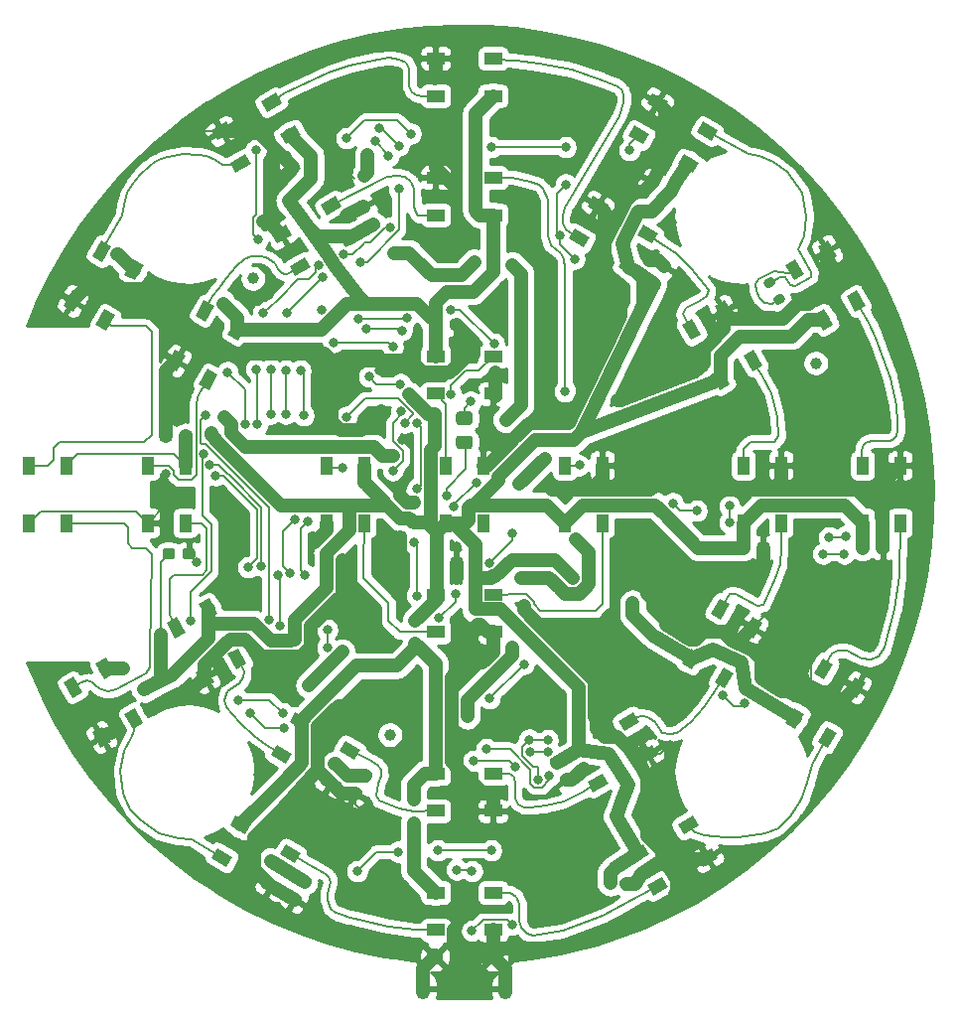
<source format=gtl>
G04 #@! TF.GenerationSoftware,KiCad,Pcbnew,5.99.0+really5.1.10+dfsg1-1*
G04 #@! TF.CreationDate,2022-04-18T17:35:05+02:00*
G04 #@! TF.ProjectId,buienradarklok,62756965-6e72-4616-9461-726b6c6f6b2e,rev?*
G04 #@! TF.SameCoordinates,Original*
G04 #@! TF.FileFunction,Copper,L1,Top*
G04 #@! TF.FilePolarity,Positive*
%FSLAX46Y46*%
G04 Gerber Fmt 4.6, Leading zero omitted, Abs format (unit mm)*
G04 Created by KiCad (PCBNEW 5.99.0+really5.1.10+dfsg1-1) date 2022-04-18 17:35:05*
%MOMM*%
%LPD*%
G01*
G04 APERTURE LIST*
G04 #@! TA.AperFunction,SMDPad,CuDef*
%ADD10R,1.500000X1.000000*%
G04 #@! TD*
G04 #@! TA.AperFunction,SMDPad,CuDef*
%ADD11C,0.100000*%
G04 #@! TD*
G04 #@! TA.AperFunction,SMDPad,CuDef*
%ADD12R,1.000000X1.500000*%
G04 #@! TD*
G04 #@! TA.AperFunction,ComponentPad*
%ADD13C,1.450000*%
G04 #@! TD*
G04 #@! TA.AperFunction,ComponentPad*
%ADD14O,1.200000X1.900000*%
G04 #@! TD*
G04 #@! TA.AperFunction,SMDPad,CuDef*
%ADD15C,1.000000*%
G04 #@! TD*
G04 #@! TA.AperFunction,ViaPad*
%ADD16C,0.800000*%
G04 #@! TD*
G04 #@! TA.AperFunction,Conductor*
%ADD17C,0.200000*%
G04 #@! TD*
G04 #@! TA.AperFunction,Conductor*
%ADD18C,1.200000*%
G04 #@! TD*
G04 #@! TA.AperFunction,Conductor*
%ADD19C,0.254000*%
G04 #@! TD*
G04 #@! TA.AperFunction,Conductor*
%ADD20C,0.100000*%
G04 #@! TD*
G04 APERTURE END LIST*
D10*
X104050000Y-67642540D03*
X104050000Y-64442540D03*
X99150000Y-67642540D03*
X99150000Y-64442540D03*
G04 #@! TA.AperFunction,SMDPad,CuDef*
D11*
G36*
X116068879Y-133037252D02*
G01*
X115568879Y-132171226D01*
X116867917Y-131421226D01*
X117367917Y-132287252D01*
X116068879Y-133037252D01*
G37*
G04 #@! TD.AperFunction*
G04 #@! TA.AperFunction,SMDPad,CuDef*
G36*
X117668879Y-135808534D02*
G01*
X117168879Y-134942508D01*
X118467917Y-134192508D01*
X118967917Y-135058534D01*
X117668879Y-135808534D01*
G37*
G04 #@! TD.AperFunction*
G04 #@! TA.AperFunction,SMDPad,CuDef*
G36*
X120312403Y-130587252D02*
G01*
X119812403Y-129721226D01*
X121111441Y-128971226D01*
X121611441Y-129837252D01*
X120312403Y-130587252D01*
G37*
G04 #@! TD.AperFunction*
G04 #@! TA.AperFunction,SMDPad,CuDef*
G36*
X121912403Y-133358534D02*
G01*
X121412403Y-132492508D01*
X122711441Y-131742508D01*
X123211441Y-132608534D01*
X121912403Y-133358534D01*
G37*
G04 #@! TD.AperFunction*
G04 #@! TA.AperFunction,SMDPad,CuDef*
G36*
G01*
X118201292Y-75069819D02*
X117963792Y-75481181D01*
G75*
G02*
X117639361Y-75568112I-205681J118750D01*
G01*
X117119745Y-75268112D01*
G75*
G02*
X117032814Y-74943681I118750J205681D01*
G01*
X117270314Y-74532319D01*
G75*
G02*
X117594745Y-74445388I205681J-118750D01*
G01*
X118114361Y-74745388D01*
G75*
G02*
X118201292Y-75069819I-118750J-205681D01*
G01*
G37*
G04 #@! TD.AperFunction*
G04 #@! TA.AperFunction,SMDPad,CuDef*
G36*
G01*
X119695186Y-75932319D02*
X119457686Y-76343681D01*
G75*
G02*
X119133255Y-76430612I-205681J118750D01*
G01*
X118613639Y-76130612D01*
G75*
G02*
X118526708Y-75806181I118750J205681D01*
G01*
X118764208Y-75394819D01*
G75*
G02*
X119088639Y-75307888I205681J-118750D01*
G01*
X119608255Y-75607888D01*
G75*
G02*
X119695186Y-75932319I-118750J-205681D01*
G01*
G37*
G04 #@! TD.AperFunction*
G04 #@! TA.AperFunction,SMDPad,CuDef*
G36*
G01*
X135024500Y-106409500D02*
X135024500Y-105934500D01*
G75*
G02*
X135262000Y-105697000I237500J0D01*
G01*
X135862000Y-105697000D01*
G75*
G02*
X136099500Y-105934500I0J-237500D01*
G01*
X136099500Y-106409500D01*
G75*
G02*
X135862000Y-106647000I-237500J0D01*
G01*
X135262000Y-106647000D01*
G75*
G02*
X135024500Y-106409500I0J237500D01*
G01*
G37*
G04 #@! TD.AperFunction*
G04 #@! TA.AperFunction,SMDPad,CuDef*
G36*
G01*
X136749500Y-106409500D02*
X136749500Y-105934500D01*
G75*
G02*
X136987000Y-105697000I237500J0D01*
G01*
X137587000Y-105697000D01*
G75*
G02*
X137824500Y-105934500I0J-237500D01*
G01*
X137824500Y-106409500D01*
G75*
G02*
X137587000Y-106647000I-237500J0D01*
G01*
X136987000Y-106647000D01*
G75*
G02*
X136749500Y-106409500I0J237500D01*
G01*
G37*
G04 #@! TD.AperFunction*
G04 #@! TA.AperFunction,SMDPad,CuDef*
G36*
G01*
X114942069Y-134497155D02*
X115353431Y-134259655D01*
G75*
G02*
X115677862Y-134346586I118750J-205681D01*
G01*
X115977862Y-134866202D01*
G75*
G02*
X115890931Y-135190633I-205681J-118750D01*
G01*
X115479569Y-135428133D01*
G75*
G02*
X115155138Y-135341202I-118750J205681D01*
G01*
X114855138Y-134821586D01*
G75*
G02*
X114942069Y-134497155I205681J118750D01*
G01*
G37*
G04 #@! TD.AperFunction*
G04 #@! TA.AperFunction,SMDPad,CuDef*
G36*
G01*
X114079569Y-133003261D02*
X114490931Y-132765761D01*
G75*
G02*
X114815362Y-132852692I118750J-205681D01*
G01*
X115115362Y-133372308D01*
G75*
G02*
X115028431Y-133696739I-205681J-118750D01*
G01*
X114617069Y-133934239D01*
G75*
G02*
X114292638Y-133847308I-118750J205681D01*
G01*
X113992638Y-133327692D01*
G75*
G02*
X114079569Y-133003261I205681J118750D01*
G01*
G37*
G04 #@! TD.AperFunction*
G04 #@! TA.AperFunction,SMDPad,CuDef*
G36*
G01*
X88047569Y-134065867D02*
X88458931Y-134303367D01*
G75*
G02*
X88545862Y-134627798I-118750J-205681D01*
G01*
X88245862Y-135147414D01*
G75*
G02*
X87921431Y-135234345I-205681J118750D01*
G01*
X87510069Y-134996845D01*
G75*
G02*
X87423138Y-134672414I118750J205681D01*
G01*
X87723138Y-134152798D01*
G75*
G02*
X88047569Y-134065867I205681J-118750D01*
G01*
G37*
G04 #@! TD.AperFunction*
G04 #@! TA.AperFunction,SMDPad,CuDef*
G36*
G01*
X87185069Y-135559761D02*
X87596431Y-135797261D01*
G75*
G02*
X87683362Y-136121692I-118750J-205681D01*
G01*
X87383362Y-136641308D01*
G75*
G02*
X87058931Y-136728239I-205681J118750D01*
G01*
X86647569Y-136490739D01*
G75*
G02*
X86560638Y-136166308I118750J205681D01*
G01*
X86860638Y-135646692D01*
G75*
G02*
X87185069Y-135559761I205681J-118750D01*
G01*
G37*
G04 #@! TD.AperFunction*
G04 #@! TA.AperFunction,SMDPad,CuDef*
G36*
G01*
X75842500Y-106917500D02*
X75842500Y-106442500D01*
G75*
G02*
X76080000Y-106205000I237500J0D01*
G01*
X76680000Y-106205000D01*
G75*
G02*
X76917500Y-106442500I0J-237500D01*
G01*
X76917500Y-106917500D01*
G75*
G02*
X76680000Y-107155000I-237500J0D01*
G01*
X76080000Y-107155000D01*
G75*
G02*
X75842500Y-106917500I0J237500D01*
G01*
G37*
G04 #@! TD.AperFunction*
G04 #@! TA.AperFunction,SMDPad,CuDef*
G36*
G01*
X77567500Y-106917500D02*
X77567500Y-106442500D01*
G75*
G02*
X77805000Y-106205000I237500J0D01*
G01*
X78405000Y-106205000D01*
G75*
G02*
X78642500Y-106442500I0J-237500D01*
G01*
X78642500Y-106917500D01*
G75*
G02*
X78405000Y-107155000I-237500J0D01*
G01*
X77805000Y-107155000D01*
G75*
G02*
X77567500Y-106917500I0J237500D01*
G01*
G37*
G04 #@! TD.AperFunction*
G04 #@! TA.AperFunction,SMDPad,CuDef*
G36*
G01*
X88850686Y-72373319D02*
X89088186Y-72784681D01*
G75*
G02*
X89001255Y-73109112I-205681J-118750D01*
G01*
X88481639Y-73409112D01*
G75*
G02*
X88157208Y-73322181I-118750J205681D01*
G01*
X87919708Y-72910819D01*
G75*
G02*
X88006639Y-72586388I205681J118750D01*
G01*
X88526255Y-72286388D01*
G75*
G02*
X88850686Y-72373319I118750J-205681D01*
G01*
G37*
G04 #@! TD.AperFunction*
G04 #@! TA.AperFunction,SMDPad,CuDef*
G36*
G01*
X87356792Y-73235819D02*
X87594292Y-73647181D01*
G75*
G02*
X87507361Y-73971612I-205681J-118750D01*
G01*
X86987745Y-74271612D01*
G75*
G02*
X86663314Y-74184681I-118750J205681D01*
G01*
X86425814Y-73773319D01*
G75*
G02*
X86512745Y-73448888I205681J118750D01*
G01*
X87032361Y-73148888D01*
G75*
G02*
X87356792Y-73235819I118750J-205681D01*
G01*
G37*
G04 #@! TD.AperFunction*
G04 #@! TA.AperFunction,SMDPad,CuDef*
G36*
G01*
X118554931Y-82753239D02*
X118143569Y-82515739D01*
G75*
G02*
X118056638Y-82191308I118750J205681D01*
G01*
X118356638Y-81671692D01*
G75*
G02*
X118681069Y-81584761I205681J-118750D01*
G01*
X119092431Y-81822261D01*
G75*
G02*
X119179362Y-82146692I-118750J-205681D01*
G01*
X118879362Y-82666308D01*
G75*
G02*
X118554931Y-82753239I-205681J118750D01*
G01*
G37*
G04 #@! TD.AperFunction*
G04 #@! TA.AperFunction,SMDPad,CuDef*
G36*
G01*
X117692431Y-84247133D02*
X117281069Y-84009633D01*
G75*
G02*
X117194138Y-83685202I118750J205681D01*
G01*
X117494138Y-83165586D01*
G75*
G02*
X117818569Y-83078655I205681J-118750D01*
G01*
X118229931Y-83316155D01*
G75*
G02*
X118316862Y-83640586I-118750J-205681D01*
G01*
X118016862Y-84160202D01*
G75*
G02*
X117692431Y-84247133I-205681J118750D01*
G01*
G37*
G04 #@! TD.AperFunction*
G04 #@! TA.AperFunction,SMDPad,CuDef*
G36*
G01*
X124838000Y-106409500D02*
X124838000Y-105934500D01*
G75*
G02*
X125075500Y-105697000I237500J0D01*
G01*
X125675500Y-105697000D01*
G75*
G02*
X125913000Y-105934500I0J-237500D01*
G01*
X125913000Y-106409500D01*
G75*
G02*
X125675500Y-106647000I-237500J0D01*
G01*
X125075500Y-106647000D01*
G75*
G02*
X124838000Y-106409500I0J237500D01*
G01*
G37*
G04 #@! TD.AperFunction*
G04 #@! TA.AperFunction,SMDPad,CuDef*
G36*
G01*
X126563000Y-106409500D02*
X126563000Y-105934500D01*
G75*
G02*
X126800500Y-105697000I237500J0D01*
G01*
X127400500Y-105697000D01*
G75*
G02*
X127638000Y-105934500I0J-237500D01*
G01*
X127638000Y-106409500D01*
G75*
G02*
X127400500Y-106647000I-237500J0D01*
G01*
X126800500Y-106647000D01*
G75*
G02*
X126563000Y-106409500I0J237500D01*
G01*
G37*
G04 #@! TD.AperFunction*
G04 #@! TA.AperFunction,SMDPad,CuDef*
G36*
G01*
X108999569Y-124113261D02*
X109410931Y-123875761D01*
G75*
G02*
X109735362Y-123962692I118750J-205681D01*
G01*
X110035362Y-124482308D01*
G75*
G02*
X109948431Y-124806739I-205681J-118750D01*
G01*
X109537069Y-125044239D01*
G75*
G02*
X109212638Y-124957308I-118750J205681D01*
G01*
X108912638Y-124437692D01*
G75*
G02*
X108999569Y-124113261I205681J118750D01*
G01*
G37*
G04 #@! TD.AperFunction*
G04 #@! TA.AperFunction,SMDPad,CuDef*
G36*
G01*
X109862069Y-125607155D02*
X110273431Y-125369655D01*
G75*
G02*
X110597862Y-125456586I118750J-205681D01*
G01*
X110897862Y-125976202D01*
G75*
G02*
X110810931Y-126300633I-205681J-118750D01*
G01*
X110399569Y-126538133D01*
G75*
G02*
X110075138Y-126451202I-118750J205681D01*
G01*
X109775138Y-125931586D01*
G75*
G02*
X109862069Y-125607155I205681J118750D01*
G01*
G37*
G04 #@! TD.AperFunction*
G04 #@! TA.AperFunction,SMDPad,CuDef*
G36*
G01*
X93254569Y-125033814D02*
X93665931Y-125271314D01*
G75*
G02*
X93752862Y-125595745I-118750J-205681D01*
G01*
X93452862Y-126115361D01*
G75*
G02*
X93128431Y-126202292I-205681J118750D01*
G01*
X92717069Y-125964792D01*
G75*
G02*
X92630138Y-125640361I118750J205681D01*
G01*
X92930138Y-125120745D01*
G75*
G02*
X93254569Y-125033814I205681J-118750D01*
G01*
G37*
G04 #@! TD.AperFunction*
G04 #@! TA.AperFunction,SMDPad,CuDef*
G36*
G01*
X92392069Y-126527708D02*
X92803431Y-126765208D01*
G75*
G02*
X92890362Y-127089639I-118750J-205681D01*
G01*
X92590362Y-127609255D01*
G75*
G02*
X92265931Y-127696186I-205681J118750D01*
G01*
X91854569Y-127458686D01*
G75*
G02*
X91767638Y-127134255I118750J205681D01*
G01*
X92067638Y-126614639D01*
G75*
G02*
X92392069Y-126527708I205681J-118750D01*
G01*
G37*
G04 #@! TD.AperFunction*
G04 #@! TA.AperFunction,SMDPad,CuDef*
G36*
G01*
X76663500Y-96409500D02*
X76663500Y-96884500D01*
G75*
G02*
X76426000Y-97122000I-237500J0D01*
G01*
X75826000Y-97122000D01*
G75*
G02*
X75588500Y-96884500I0J237500D01*
G01*
X75588500Y-96409500D01*
G75*
G02*
X75826000Y-96172000I237500J0D01*
G01*
X76426000Y-96172000D01*
G75*
G02*
X76663500Y-96409500I0J-237500D01*
G01*
G37*
G04 #@! TD.AperFunction*
G04 #@! TA.AperFunction,SMDPad,CuDef*
G36*
G01*
X78388500Y-96409500D02*
X78388500Y-96884500D01*
G75*
G02*
X78151000Y-97122000I-237500J0D01*
G01*
X77551000Y-97122000D01*
G75*
G02*
X77313500Y-96884500I0J237500D01*
G01*
X77313500Y-96409500D01*
G75*
G02*
X77551000Y-96172000I237500J0D01*
G01*
X78151000Y-96172000D01*
G75*
G02*
X78388500Y-96409500I0J-237500D01*
G01*
G37*
G04 #@! TD.AperFunction*
G04 #@! TA.AperFunction,SMDPad,CuDef*
G36*
G01*
X93464931Y-77465845D02*
X93053569Y-77703345D01*
G75*
G02*
X92729138Y-77616414I-118750J205681D01*
G01*
X92429138Y-77096798D01*
G75*
G02*
X92516069Y-76772367I205681J118750D01*
G01*
X92927431Y-76534867D01*
G75*
G02*
X93251862Y-76621798I118750J-205681D01*
G01*
X93551862Y-77141414D01*
G75*
G02*
X93464931Y-77465845I-205681J-118750D01*
G01*
G37*
G04 #@! TD.AperFunction*
G04 #@! TA.AperFunction,SMDPad,CuDef*
G36*
G01*
X94327431Y-78959739D02*
X93916069Y-79197239D01*
G75*
G02*
X93591638Y-79110308I-118750J205681D01*
G01*
X93291638Y-78590692D01*
G75*
G02*
X93378569Y-78266261I205681J118750D01*
G01*
X93789931Y-78028761D01*
G75*
G02*
X94114362Y-78115692I118750J-205681D01*
G01*
X94414362Y-78635308D01*
G75*
G02*
X94327431Y-78959739I-205681J-118750D01*
G01*
G37*
G04 #@! TD.AperFunction*
G04 #@! TA.AperFunction,SMDPad,CuDef*
G36*
G01*
X100374500Y-87359500D02*
X100374500Y-86884500D01*
G75*
G02*
X100612000Y-86647000I237500J0D01*
G01*
X101212000Y-86647000D01*
G75*
G02*
X101449500Y-86884500I0J-237500D01*
G01*
X101449500Y-87359500D01*
G75*
G02*
X101212000Y-87597000I-237500J0D01*
G01*
X100612000Y-87597000D01*
G75*
G02*
X100374500Y-87359500I0J237500D01*
G01*
G37*
G04 #@! TD.AperFunction*
G04 #@! TA.AperFunction,SMDPad,CuDef*
G36*
G01*
X98649500Y-87359500D02*
X98649500Y-86884500D01*
G75*
G02*
X98887000Y-86647000I237500J0D01*
G01*
X99487000Y-86647000D01*
G75*
G02*
X99724500Y-86884500I0J-237500D01*
G01*
X99724500Y-87359500D01*
G75*
G02*
X99487000Y-87597000I-237500J0D01*
G01*
X98887000Y-87597000D01*
G75*
G02*
X98649500Y-87359500I0J237500D01*
G01*
G37*
G04 #@! TD.AperFunction*
G04 #@! TA.AperFunction,SMDPad,CuDef*
G36*
G01*
X98676000Y-107679500D02*
X98676000Y-107204500D01*
G75*
G02*
X98913500Y-106967000I237500J0D01*
G01*
X99513500Y-106967000D01*
G75*
G02*
X99751000Y-107204500I0J-237500D01*
G01*
X99751000Y-107679500D01*
G75*
G02*
X99513500Y-107917000I-237500J0D01*
G01*
X98913500Y-107917000D01*
G75*
G02*
X98676000Y-107679500I0J237500D01*
G01*
G37*
G04 #@! TD.AperFunction*
G04 #@! TA.AperFunction,SMDPad,CuDef*
G36*
G01*
X100401000Y-107679500D02*
X100401000Y-107204500D01*
G75*
G02*
X100638500Y-106967000I237500J0D01*
G01*
X101238500Y-106967000D01*
G75*
G02*
X101476000Y-107204500I0J-237500D01*
G01*
X101476000Y-107679500D01*
G75*
G02*
X101238500Y-107917000I-237500J0D01*
G01*
X100638500Y-107917000D01*
G75*
G02*
X100401000Y-107679500I0J237500D01*
G01*
G37*
G04 #@! TD.AperFunction*
G04 #@! TA.AperFunction,SMDPad,CuDef*
G36*
G01*
X97519500Y-102825500D02*
X97044500Y-102825500D01*
G75*
G02*
X96807000Y-102588000I0J237500D01*
G01*
X96807000Y-101988000D01*
G75*
G02*
X97044500Y-101750500I237500J0D01*
G01*
X97519500Y-101750500D01*
G75*
G02*
X97757000Y-101988000I0J-237500D01*
G01*
X97757000Y-102588000D01*
G75*
G02*
X97519500Y-102825500I-237500J0D01*
G01*
G37*
G04 #@! TD.AperFunction*
G04 #@! TA.AperFunction,SMDPad,CuDef*
G36*
G01*
X97519500Y-104550500D02*
X97044500Y-104550500D01*
G75*
G02*
X96807000Y-104313000I0J237500D01*
G01*
X96807000Y-103713000D01*
G75*
G02*
X97044500Y-103475500I237500J0D01*
G01*
X97519500Y-103475500D01*
G75*
G02*
X97757000Y-103713000I0J-237500D01*
G01*
X97757000Y-104313000D01*
G75*
G02*
X97519500Y-104550500I-237500J0D01*
G01*
G37*
G04 #@! TD.AperFunction*
G04 #@! TA.AperFunction,SMDPad,CuDef*
G36*
G01*
X101149999Y-94548000D02*
X102050001Y-94548000D01*
G75*
G02*
X102300000Y-94797999I0J-249999D01*
G01*
X102300000Y-95448001D01*
G75*
G02*
X102050001Y-95698000I-249999J0D01*
G01*
X101149999Y-95698000D01*
G75*
G02*
X100900000Y-95448001I0J249999D01*
G01*
X100900000Y-94797999D01*
G75*
G02*
X101149999Y-94548000I249999J0D01*
G01*
G37*
G04 #@! TD.AperFunction*
G04 #@! TA.AperFunction,SMDPad,CuDef*
G36*
G01*
X101149999Y-96598000D02*
X102050001Y-96598000D01*
G75*
G02*
X102300000Y-96847999I0J-249999D01*
G01*
X102300000Y-97498001D01*
G75*
G02*
X102050001Y-97748000I-249999J0D01*
G01*
X101149999Y-97748000D01*
G75*
G02*
X100900000Y-97498001I0J249999D01*
G01*
X100900000Y-96847999D01*
G75*
G02*
X101149999Y-96598000I249999J0D01*
G01*
G37*
G04 #@! TD.AperFunction*
G04 #@! TA.AperFunction,SMDPad,CuDef*
G36*
X118962837Y-68141466D02*
G01*
X118462837Y-69007492D01*
X117163799Y-68257492D01*
X117663799Y-67391466D01*
X118962837Y-68141466D01*
G37*
G04 #@! TD.AperFunction*
G04 #@! TA.AperFunction,SMDPad,CuDef*
G36*
X117362837Y-70912748D02*
G01*
X116862837Y-71778774D01*
X115563799Y-71028774D01*
X116063799Y-70162748D01*
X117362837Y-70912748D01*
G37*
G04 #@! TD.AperFunction*
G04 #@! TA.AperFunction,SMDPad,CuDef*
G36*
X123206361Y-70591466D02*
G01*
X122706361Y-71457492D01*
X121407323Y-70707492D01*
X121907323Y-69841466D01*
X123206361Y-70591466D01*
G37*
G04 #@! TD.AperFunction*
G04 #@! TA.AperFunction,SMDPad,CuDef*
G36*
X121606361Y-73362748D02*
G01*
X121106361Y-74228774D01*
X119807323Y-73478774D01*
X120307323Y-72612748D01*
X121606361Y-73362748D01*
G37*
G04 #@! TD.AperFunction*
G04 #@! TA.AperFunction,SMDPad,CuDef*
G36*
X133032172Y-87123501D02*
G01*
X132166146Y-87623501D01*
X131416146Y-86324463D01*
X132282172Y-85824463D01*
X133032172Y-87123501D01*
G37*
G04 #@! TD.AperFunction*
G04 #@! TA.AperFunction,SMDPad,CuDef*
G36*
X135803454Y-85523501D02*
G01*
X134937428Y-86023501D01*
X134187428Y-84724463D01*
X135053454Y-84224463D01*
X135803454Y-85523501D01*
G37*
G04 #@! TD.AperFunction*
G04 #@! TA.AperFunction,SMDPad,CuDef*
G36*
X130582172Y-82879977D02*
G01*
X129716146Y-83379977D01*
X128966146Y-82080939D01*
X129832172Y-81580939D01*
X130582172Y-82879977D01*
G37*
G04 #@! TD.AperFunction*
G04 #@! TA.AperFunction,SMDPad,CuDef*
G36*
X133353454Y-81279977D02*
G01*
X132487428Y-81779977D01*
X131737428Y-80480939D01*
X132603454Y-79980939D01*
X133353454Y-81279977D01*
G37*
G04 #@! TD.AperFunction*
D12*
X135560000Y-104050000D03*
X138760000Y-104050000D03*
X135560000Y-99150000D03*
X138760000Y-99150000D03*
G04 #@! TA.AperFunction,SMDPad,CuDef*
D11*
G36*
X135053454Y-118972997D02*
G01*
X134187428Y-118472997D01*
X134937428Y-117173959D01*
X135803454Y-117673959D01*
X135053454Y-118972997D01*
G37*
G04 #@! TD.AperFunction*
G04 #@! TA.AperFunction,SMDPad,CuDef*
G36*
X132282172Y-117372997D02*
G01*
X131416146Y-116872997D01*
X132166146Y-115573959D01*
X133032172Y-116073959D01*
X132282172Y-117372997D01*
G37*
G04 #@! TD.AperFunction*
G04 #@! TA.AperFunction,SMDPad,CuDef*
G36*
X132603454Y-123216521D02*
G01*
X131737428Y-122716521D01*
X132487428Y-121417483D01*
X133353454Y-121917483D01*
X132603454Y-123216521D01*
G37*
G04 #@! TD.AperFunction*
G04 #@! TA.AperFunction,SMDPad,CuDef*
G36*
X129832172Y-121616521D02*
G01*
X128966146Y-121116521D01*
X129716146Y-119817483D01*
X130582172Y-120317483D01*
X129832172Y-121616521D01*
G37*
G04 #@! TD.AperFunction*
D10*
X104050000Y-138757460D03*
X104050000Y-135557460D03*
X99150000Y-138757460D03*
X99150000Y-135557460D03*
G04 #@! TA.AperFunction,SMDPad,CuDef*
D11*
G36*
X81606339Y-129842332D02*
G01*
X82106339Y-128976306D01*
X83405377Y-129726306D01*
X82905377Y-130592332D01*
X81606339Y-129842332D01*
G37*
G04 #@! TD.AperFunction*
G04 #@! TA.AperFunction,SMDPad,CuDef*
G36*
X80006339Y-132613614D02*
G01*
X80506339Y-131747588D01*
X81805377Y-132497588D01*
X81305377Y-133363614D01*
X80006339Y-132613614D01*
G37*
G04 #@! TD.AperFunction*
G04 #@! TA.AperFunction,SMDPad,CuDef*
G36*
X85849863Y-132292332D02*
G01*
X86349863Y-131426306D01*
X87648901Y-132176306D01*
X87148901Y-133042332D01*
X85849863Y-132292332D01*
G37*
G04 #@! TD.AperFunction*
G04 #@! TA.AperFunction,SMDPad,CuDef*
G36*
X84249863Y-135063614D02*
G01*
X84749863Y-134197588D01*
X86048901Y-134947588D01*
X85548901Y-135813614D01*
X84249863Y-135063614D01*
G37*
G04 #@! TD.AperFunction*
G04 #@! TA.AperFunction,SMDPad,CuDef*
G36*
X70160208Y-116061259D02*
G01*
X71026234Y-115561259D01*
X71776234Y-116860297D01*
X70910208Y-117360297D01*
X70160208Y-116061259D01*
G37*
G04 #@! TD.AperFunction*
G04 #@! TA.AperFunction,SMDPad,CuDef*
G36*
X67388926Y-117661259D02*
G01*
X68254952Y-117161259D01*
X69004952Y-118460297D01*
X68138926Y-118960297D01*
X67388926Y-117661259D01*
G37*
G04 #@! TD.AperFunction*
G04 #@! TA.AperFunction,SMDPad,CuDef*
G36*
X72610208Y-120304783D02*
G01*
X73476234Y-119804783D01*
X74226234Y-121103821D01*
X73360208Y-121603821D01*
X72610208Y-120304783D01*
G37*
G04 #@! TD.AperFunction*
G04 #@! TA.AperFunction,SMDPad,CuDef*
G36*
X69838926Y-121904783D02*
G01*
X70704952Y-121404783D01*
X71454952Y-122703821D01*
X70588926Y-123203821D01*
X69838926Y-121904783D01*
G37*
G04 #@! TD.AperFunction*
D12*
X64442540Y-104050000D03*
X67642540Y-104050000D03*
X64442540Y-99150000D03*
X67642540Y-99150000D03*
G04 #@! TA.AperFunction,SMDPad,CuDef*
D11*
G36*
X73367828Y-81588559D02*
G01*
X74233854Y-82088559D01*
X73483854Y-83387597D01*
X72617828Y-82887597D01*
X73367828Y-81588559D01*
G37*
G04 #@! TD.AperFunction*
G04 #@! TA.AperFunction,SMDPad,CuDef*
G36*
X70596546Y-79988559D02*
G01*
X71462572Y-80488559D01*
X70712572Y-81787597D01*
X69846546Y-81287597D01*
X70596546Y-79988559D01*
G37*
G04 #@! TD.AperFunction*
G04 #@! TA.AperFunction,SMDPad,CuDef*
G36*
X70917828Y-85832083D02*
G01*
X71783854Y-86332083D01*
X71033854Y-87631121D01*
X70167828Y-87131121D01*
X70917828Y-85832083D01*
G37*
G04 #@! TD.AperFunction*
G04 #@! TA.AperFunction,SMDPad,CuDef*
G36*
X68146546Y-84232083D02*
G01*
X69012572Y-84732083D01*
X68262572Y-86031121D01*
X67396546Y-85531121D01*
X68146546Y-84232083D01*
G37*
G04 #@! TD.AperFunction*
G04 #@! TA.AperFunction,SMDPad,CuDef*
G36*
X81300297Y-69833846D02*
G01*
X81800297Y-70699872D01*
X80501259Y-71449872D01*
X80001259Y-70583846D01*
X81300297Y-69833846D01*
G37*
G04 #@! TD.AperFunction*
G04 #@! TA.AperFunction,SMDPad,CuDef*
G36*
X82900297Y-72605128D02*
G01*
X83400297Y-73471154D01*
X82101259Y-74221154D01*
X81601259Y-73355128D01*
X82900297Y-72605128D01*
G37*
G04 #@! TD.AperFunction*
G04 #@! TA.AperFunction,SMDPad,CuDef*
G36*
X85543821Y-67383846D02*
G01*
X86043821Y-68249872D01*
X84744783Y-68999872D01*
X84244783Y-68133846D01*
X85543821Y-67383846D01*
G37*
G04 #@! TD.AperFunction*
G04 #@! TA.AperFunction,SMDPad,CuDef*
G36*
X87143821Y-70155128D02*
G01*
X87643821Y-71021154D01*
X86344783Y-71771154D01*
X85844783Y-70905128D01*
X87143821Y-70155128D01*
G37*
G04 #@! TD.AperFunction*
G04 #@! TA.AperFunction,SMDPad,CuDef*
G36*
X116526361Y-82158768D02*
G01*
X116026361Y-83024794D01*
X114727323Y-82274794D01*
X115227323Y-81408768D01*
X116526361Y-82158768D01*
G37*
G04 #@! TD.AperFunction*
G04 #@! TA.AperFunction,SMDPad,CuDef*
G36*
X118126361Y-79387486D02*
G01*
X117626361Y-80253512D01*
X116327323Y-79503512D01*
X116827323Y-78637486D01*
X118126361Y-79387486D01*
G37*
G04 #@! TD.AperFunction*
G04 #@! TA.AperFunction,SMDPad,CuDef*
G36*
X112282837Y-79708768D02*
G01*
X111782837Y-80574794D01*
X110483799Y-79824794D01*
X110983799Y-78958768D01*
X112282837Y-79708768D01*
G37*
G04 #@! TD.AperFunction*
G04 #@! TA.AperFunction,SMDPad,CuDef*
G36*
X113882837Y-76937486D02*
G01*
X113382837Y-77803512D01*
X112083799Y-77053512D01*
X112583799Y-76187486D01*
X113882837Y-76937486D01*
G37*
G04 #@! TD.AperFunction*
G04 #@! TA.AperFunction,SMDPad,CuDef*
G36*
X124554894Y-86367597D02*
G01*
X123688868Y-86867597D01*
X122938868Y-85568559D01*
X123804894Y-85068559D01*
X124554894Y-86367597D01*
G37*
G04 #@! TD.AperFunction*
G04 #@! TA.AperFunction,SMDPad,CuDef*
G36*
X121783612Y-87967597D02*
G01*
X120917586Y-88467597D01*
X120167586Y-87168559D01*
X121033612Y-86668559D01*
X121783612Y-87967597D01*
G37*
G04 #@! TD.AperFunction*
G04 #@! TA.AperFunction,SMDPad,CuDef*
G36*
X127004894Y-90611121D02*
G01*
X126138868Y-91111121D01*
X125388868Y-89812083D01*
X126254894Y-89312083D01*
X127004894Y-90611121D01*
G37*
G04 #@! TD.AperFunction*
G04 #@! TA.AperFunction,SMDPad,CuDef*
G36*
X124233612Y-92211121D02*
G01*
X123367586Y-92711121D01*
X122617586Y-91412083D01*
X123483612Y-90912083D01*
X124233612Y-92211121D01*
G37*
G04 #@! TD.AperFunction*
D12*
X125400000Y-104050000D03*
X128600000Y-104050000D03*
X125400000Y-99150000D03*
X128600000Y-99150000D03*
G04 #@! TA.AperFunction,SMDPad,CuDef*
D11*
G36*
X126254894Y-113887917D02*
G01*
X125388868Y-113387917D01*
X126138868Y-112088879D01*
X127004894Y-112588879D01*
X126254894Y-113887917D01*
G37*
G04 #@! TD.AperFunction*
G04 #@! TA.AperFunction,SMDPad,CuDef*
G36*
X123483612Y-112287917D02*
G01*
X122617586Y-111787917D01*
X123367586Y-110488879D01*
X124233612Y-110988879D01*
X123483612Y-112287917D01*
G37*
G04 #@! TD.AperFunction*
G04 #@! TA.AperFunction,SMDPad,CuDef*
G36*
X123804894Y-118131441D02*
G01*
X122938868Y-117631441D01*
X123688868Y-116332403D01*
X124554894Y-116832403D01*
X123804894Y-118131441D01*
G37*
G04 #@! TD.AperFunction*
G04 #@! TA.AperFunction,SMDPad,CuDef*
G36*
X121033612Y-116531441D02*
G01*
X120167586Y-116031441D01*
X120917586Y-114732403D01*
X121783612Y-115232403D01*
X121033612Y-116531441D01*
G37*
G04 #@! TD.AperFunction*
G04 #@! TA.AperFunction,SMDPad,CuDef*
G36*
X116827323Y-124557434D02*
G01*
X116327323Y-123691408D01*
X117626361Y-122941408D01*
X118126361Y-123807434D01*
X116827323Y-124557434D01*
G37*
G04 #@! TD.AperFunction*
G04 #@! TA.AperFunction,SMDPad,CuDef*
G36*
X115227323Y-121786152D02*
G01*
X114727323Y-120920126D01*
X116026361Y-120170126D01*
X116526361Y-121036152D01*
X115227323Y-121786152D01*
G37*
G04 #@! TD.AperFunction*
G04 #@! TA.AperFunction,SMDPad,CuDef*
G36*
X112583799Y-127007434D02*
G01*
X112083799Y-126141408D01*
X113382837Y-125391408D01*
X113882837Y-126257434D01*
X112583799Y-127007434D01*
G37*
G04 #@! TD.AperFunction*
G04 #@! TA.AperFunction,SMDPad,CuDef*
G36*
X110983799Y-124236152D02*
G01*
X110483799Y-123370126D01*
X111782837Y-122620126D01*
X112282837Y-123486152D01*
X110983799Y-124236152D01*
G37*
G04 #@! TD.AperFunction*
D10*
X99150000Y-125397460D03*
X99150000Y-128597460D03*
X104050000Y-125397460D03*
X104050000Y-128597460D03*
G04 #@! TA.AperFunction,SMDPad,CuDef*
D11*
G36*
X89327323Y-126265054D02*
G01*
X89827323Y-125399028D01*
X91126361Y-126149028D01*
X90626361Y-127015054D01*
X89327323Y-126265054D01*
G37*
G04 #@! TD.AperFunction*
G04 #@! TA.AperFunction,SMDPad,CuDef*
G36*
X90927323Y-123493772D02*
G01*
X91427323Y-122627746D01*
X92726361Y-123377746D01*
X92226361Y-124243772D01*
X90927323Y-123493772D01*
G37*
G04 #@! TD.AperFunction*
G04 #@! TA.AperFunction,SMDPad,CuDef*
G36*
X85083799Y-123815054D02*
G01*
X85583799Y-122949028D01*
X86882837Y-123699028D01*
X86382837Y-124565054D01*
X85083799Y-123815054D01*
G37*
G04 #@! TD.AperFunction*
G04 #@! TA.AperFunction,SMDPad,CuDef*
G36*
X86683799Y-121043772D02*
G01*
X87183799Y-120177746D01*
X88482837Y-120927746D01*
X87982837Y-121793772D01*
X86683799Y-121043772D01*
G37*
G04 #@! TD.AperFunction*
G04 #@! TA.AperFunction,SMDPad,CuDef*
G36*
X78640026Y-116822243D02*
G01*
X79506052Y-116322243D01*
X80256052Y-117621281D01*
X79390026Y-118121281D01*
X78640026Y-116822243D01*
G37*
G04 #@! TD.AperFunction*
G04 #@! TA.AperFunction,SMDPad,CuDef*
G36*
X81411308Y-115222243D02*
G01*
X82277334Y-114722243D01*
X83027334Y-116021281D01*
X82161308Y-116521281D01*
X81411308Y-115222243D01*
G37*
G04 #@! TD.AperFunction*
G04 #@! TA.AperFunction,SMDPad,CuDef*
G36*
X76190026Y-112578719D02*
G01*
X77056052Y-112078719D01*
X77806052Y-113377757D01*
X76940026Y-113877757D01*
X76190026Y-112578719D01*
G37*
G04 #@! TD.AperFunction*
G04 #@! TA.AperFunction,SMDPad,CuDef*
G36*
X78961308Y-110978719D02*
G01*
X79827334Y-110478719D01*
X80577334Y-111777757D01*
X79711308Y-112277757D01*
X78961308Y-110978719D01*
G37*
G04 #@! TD.AperFunction*
D12*
X77802540Y-99150000D03*
X74602540Y-99150000D03*
X77802540Y-104050000D03*
X74602540Y-104050000D03*
G04 #@! TA.AperFunction,SMDPad,CuDef*
D11*
G36*
X76940026Y-89314623D02*
G01*
X77806052Y-89814623D01*
X77056052Y-91113661D01*
X76190026Y-90613661D01*
X76940026Y-89314623D01*
G37*
G04 #@! TD.AperFunction*
G04 #@! TA.AperFunction,SMDPad,CuDef*
G36*
X79711308Y-90914623D02*
G01*
X80577334Y-91414623D01*
X79827334Y-92713661D01*
X78961308Y-92213661D01*
X79711308Y-90914623D01*
G37*
G04 #@! TD.AperFunction*
G04 #@! TA.AperFunction,SMDPad,CuDef*
G36*
X79390026Y-85071099D02*
G01*
X80256052Y-85571099D01*
X79506052Y-86870137D01*
X78640026Y-86370137D01*
X79390026Y-85071099D01*
G37*
G04 #@! TD.AperFunction*
G04 #@! TA.AperFunction,SMDPad,CuDef*
G36*
X82161308Y-86671099D02*
G01*
X83027334Y-87171099D01*
X82277334Y-88470137D01*
X81411308Y-87970137D01*
X82161308Y-86671099D01*
G37*
G04 #@! TD.AperFunction*
G04 #@! TA.AperFunction,SMDPad,CuDef*
G36*
X92226361Y-78958768D02*
G01*
X92726361Y-79824794D01*
X91427323Y-80574794D01*
X90927323Y-79708768D01*
X92226361Y-78958768D01*
G37*
G04 #@! TD.AperFunction*
G04 #@! TA.AperFunction,SMDPad,CuDef*
G36*
X90626361Y-76187486D02*
G01*
X91126361Y-77053512D01*
X89827323Y-77803512D01*
X89327323Y-76937486D01*
X90626361Y-76187486D01*
G37*
G04 #@! TD.AperFunction*
G04 #@! TA.AperFunction,SMDPad,CuDef*
G36*
X87982837Y-81408768D02*
G01*
X88482837Y-82274794D01*
X87183799Y-83024794D01*
X86683799Y-82158768D01*
X87982837Y-81408768D01*
G37*
G04 #@! TD.AperFunction*
G04 #@! TA.AperFunction,SMDPad,CuDef*
G36*
X86382837Y-78637486D02*
G01*
X86882837Y-79503512D01*
X85583799Y-80253512D01*
X85083799Y-79387486D01*
X86382837Y-78637486D01*
G37*
G04 #@! TD.AperFunction*
D10*
X104050000Y-77805080D03*
X104050000Y-74605080D03*
X99150000Y-77805080D03*
X99150000Y-74605080D03*
D12*
X113360000Y-99150000D03*
X110160000Y-99150000D03*
X113360000Y-104050000D03*
X110160000Y-104050000D03*
D10*
X99150000Y-110160000D03*
X99150000Y-113360000D03*
X104050000Y-110160000D03*
X104050000Y-113360000D03*
D12*
X89840000Y-104050000D03*
X93040000Y-104050000D03*
X89840000Y-99150000D03*
X93040000Y-99150000D03*
D10*
X99150000Y-89840000D03*
X99150000Y-93040000D03*
X104050000Y-89840000D03*
X104050000Y-93040000D03*
D12*
X100000000Y-104050000D03*
X103200000Y-104050000D03*
X100000000Y-99150000D03*
X103200000Y-99150000D03*
D13*
X104094920Y-141031500D03*
X99094920Y-141031500D03*
D14*
X105094920Y-143731500D03*
X98094920Y-143731500D03*
G04 #@! TA.AperFunction,SMDPad,CuDef*
G36*
G01*
X128067057Y-83771639D02*
X127590743Y-84046639D01*
G75*
G02*
X127317538Y-83973434I-100000J173205D01*
G01*
X127117538Y-83627024D01*
G75*
G02*
X127190743Y-83353819I173205J100000D01*
G01*
X127667057Y-83078819D01*
G75*
G02*
X127940262Y-83152024I100000J-173205D01*
G01*
X128140262Y-83498434D01*
G75*
G02*
X128067057Y-83771639I-173205J-100000D01*
G01*
G37*
G04 #@! TD.AperFunction*
G04 #@! TA.AperFunction,SMDPad,CuDef*
G36*
G01*
X128892057Y-85200581D02*
X128415743Y-85475581D01*
G75*
G02*
X128142538Y-85402376I-100000J173205D01*
G01*
X127942538Y-85055966D01*
G75*
G02*
X128015743Y-84782761I173205J100000D01*
G01*
X128492057Y-84507761D01*
G75*
G02*
X128765262Y-84580966I100000J-173205D01*
G01*
X128965262Y-84927376D01*
G75*
G02*
X128892057Y-85200581I-173205J-100000D01*
G01*
G37*
G04 #@! TD.AperFunction*
D15*
X83566000Y-83185000D03*
X131572000Y-90424000D03*
X95250000Y-122097800D03*
D16*
X105664000Y-104902000D03*
X103747827Y-107453173D03*
X102616000Y-100584000D03*
X100711000Y-102616000D03*
X117348000Y-81661000D03*
X114935000Y-84582000D03*
X104648000Y-98044000D03*
X121539000Y-110744000D03*
X106680000Y-111125000D03*
X102760245Y-112560001D03*
X72009000Y-121666000D03*
X74803000Y-120015000D03*
X91211204Y-107188000D03*
X76177143Y-99829382D03*
X76200000Y-94996000D03*
X102362000Y-89662000D03*
X84455000Y-78359000D03*
X91567000Y-77851000D03*
X99060000Y-66167000D03*
X100838000Y-75438000D03*
X100965000Y-108712000D03*
X88832000Y-105732000D03*
X78803500Y-107378500D03*
X92837000Y-128524000D03*
X100711000Y-138684000D03*
X111760000Y-124968000D03*
X113549095Y-122301000D03*
X127127000Y-107315000D03*
X129813011Y-101199989D03*
X104013000Y-127127000D03*
X129667000Y-109093000D03*
X136398000Y-112649000D03*
X115316000Y-115062000D03*
X117475000Y-118491000D03*
X105664000Y-133350000D03*
X89281000Y-130175000D03*
X86027380Y-115648620D03*
X77089000Y-118999000D03*
X132588000Y-82423000D03*
X130429000Y-93091000D03*
X135128000Y-89916000D03*
X138557000Y-89789000D03*
X122936000Y-95885000D03*
X85689225Y-75092775D03*
X91694000Y-74168000D03*
X119126000Y-122936000D03*
X84950300Y-84620100D03*
X95364300Y-108750100D03*
X84023200Y-125501400D03*
X112733328Y-119930672D03*
X84945402Y-71645598D03*
X104267000Y-91186000D03*
X88011000Y-89535000D03*
X90252999Y-90177001D03*
X94361000Y-91059000D03*
X97155000Y-91186000D03*
X82296000Y-84709000D03*
X88646000Y-67437000D03*
X89408000Y-68834000D03*
X109220000Y-95504000D03*
X94488000Y-94488000D03*
X117221000Y-109855000D03*
X96268656Y-96941322D03*
X96139000Y-101727000D03*
X96139000Y-105283000D03*
X81851500Y-107378500D03*
X99187000Y-72898000D03*
X97536000Y-63119000D03*
X95631000Y-67056000D03*
X77851000Y-71501000D03*
X100965000Y-106045000D03*
X108966000Y-101092000D03*
X100500010Y-124447472D03*
X95885000Y-119634000D03*
X100500010Y-122384990D03*
X100500010Y-117177990D03*
X118745000Y-69977000D03*
X104902000Y-84328000D03*
X119344810Y-78450810D03*
X114681000Y-93599000D03*
X123063000Y-88138000D03*
X114446011Y-101199989D03*
X85852000Y-112776000D03*
X85725000Y-108458000D03*
X84289653Y-107696000D03*
X81407000Y-91186000D03*
X82891010Y-95634796D03*
X79898000Y-99060000D03*
X97536000Y-95504000D03*
X97599999Y-101092000D03*
X97536000Y-110236000D03*
X100838000Y-110109000D03*
X99441000Y-112156000D03*
X97289000Y-105707854D03*
X104140000Y-88773000D03*
X100457000Y-85852000D03*
X92456000Y-133731000D03*
X95934002Y-132080000D03*
X106426000Y-108712000D03*
X109728000Y-109601000D03*
X98806000Y-82931000D03*
X102489000Y-81788000D03*
X91186000Y-115047000D03*
X105664000Y-114681000D03*
X88321000Y-117912000D03*
X93345000Y-72644000D03*
X93091000Y-74422000D03*
X95504000Y-98298000D03*
X81153000Y-94996000D03*
X95631000Y-81026000D03*
X105664000Y-82042000D03*
X105156000Y-95250000D03*
X111125000Y-105410000D03*
X106299000Y-100711000D03*
X108458000Y-98552000D03*
X101854000Y-120523000D03*
X110871000Y-108712000D03*
X115079517Y-127652517D03*
X97409000Y-114300000D03*
X97409000Y-112395000D03*
X114046000Y-134747000D03*
X72515222Y-116460778D03*
X74295000Y-118237000D03*
X77851000Y-97790000D03*
X81026000Y-85344000D03*
X90551000Y-124587000D03*
X87757000Y-122555000D03*
X85090000Y-132842000D03*
X83856588Y-128433588D03*
X117033001Y-102549999D03*
X97282000Y-127635000D03*
X97282000Y-129667000D03*
X99150000Y-88556000D03*
X72009000Y-81153000D03*
X96867304Y-93114989D03*
X80010000Y-96393000D03*
X115951000Y-110871000D03*
X109286024Y-96967024D03*
X111633000Y-96266000D03*
X115074350Y-80251650D03*
X102250000Y-133731000D03*
X100950000Y-133604000D03*
X102250000Y-138820920D03*
X105664000Y-138303000D03*
X102133400Y-93713300D03*
X100076000Y-101727000D03*
X115697000Y-72263000D03*
X111404400Y-99136200D03*
X110185200Y-92837000D03*
X100457000Y-93091000D03*
X96520000Y-95504000D03*
X91186000Y-99314000D03*
X91567000Y-94996000D03*
X107188000Y-123571000D03*
X108712000Y-123571000D03*
X83312000Y-120269000D03*
X86233000Y-121539000D03*
X105918000Y-124841000D03*
X102362000Y-124333000D03*
X134000000Y-106680000D03*
X132207000Y-106680000D03*
X107139620Y-122506620D03*
X108712000Y-122555000D03*
X132700000Y-105283000D03*
X134112000Y-105156000D03*
X107901620Y-125935620D03*
X123598940Y-118739920D03*
X125468380Y-119428260D03*
X121412000Y-102997000D03*
X119380000Y-102362000D03*
X84939653Y-112268000D03*
X106680000Y-116078000D03*
X79502000Y-94869000D03*
X103759000Y-118999000D03*
X89916000Y-114681000D03*
X89916000Y-113157000D03*
X110236000Y-75184000D03*
X109728000Y-79502000D03*
X110998000Y-81534000D03*
X92583000Y-86614000D03*
X103886000Y-72009000D03*
X110236000Y-72009000D03*
X96683990Y-86523990D03*
X99314000Y-131953000D03*
X103886000Y-131953000D03*
X82296000Y-119126000D03*
X86106000Y-120269000D03*
X103505000Y-123317000D03*
X108839000Y-125603000D03*
X124206000Y-104013000D03*
X124206000Y-102601000D03*
X93233000Y-87503000D03*
X96266000Y-87630000D03*
X96154000Y-92202000D03*
X93472000Y-91567000D03*
X95504000Y-99568000D03*
X96192490Y-94561510D03*
X90424000Y-88646000D03*
X95504000Y-89027000D03*
X88011000Y-108458000D03*
X88265000Y-103886000D03*
X87884000Y-94869000D03*
X87630000Y-91059000D03*
X89408000Y-85852000D03*
X97028000Y-70866000D03*
X91567000Y-71247000D03*
X78232000Y-112395000D03*
X83820000Y-90932000D03*
X93980000Y-71501000D03*
X95250000Y-78867000D03*
X95123000Y-72771000D03*
X79390000Y-98171000D03*
X83947000Y-95631000D03*
X89161000Y-82042000D03*
X91330670Y-81141095D03*
X84440000Y-86106000D03*
X86741000Y-108331000D03*
X87129000Y-103759000D03*
X86360000Y-94742000D03*
X86360000Y-91059000D03*
X86487000Y-86106000D03*
X89535000Y-83058000D03*
X92710000Y-81788000D03*
X96012000Y-75565000D03*
X96012000Y-71882000D03*
X94361000Y-70358000D03*
X83185000Y-107823000D03*
X80398350Y-100000454D03*
X85090000Y-94742000D03*
X85090000Y-90932000D03*
X83976903Y-79883000D03*
X83820000Y-72263000D03*
D17*
X105664000Y-105537000D02*
X103747827Y-107453173D01*
X105664000Y-104902000D02*
X105664000Y-105537000D01*
X100711000Y-102489000D02*
X100711000Y-102616000D01*
X102616000Y-100584000D02*
X100711000Y-102489000D01*
D18*
X103200000Y-99150000D02*
X103542000Y-99150000D01*
X112983318Y-76995499D02*
X113532356Y-77544537D01*
X113532356Y-83179356D02*
X114935000Y-84582000D01*
X132545441Y-83989559D02*
X132080000Y-84455000D01*
X132080000Y-84455000D02*
X131953000Y-84455000D01*
X131034028Y-85373972D02*
X130018028Y-85373972D01*
X131953000Y-84455000D02*
X131034028Y-85373972D01*
X130018028Y-85373972D02*
X128778000Y-86614000D01*
X124392803Y-86614000D02*
X123746881Y-85968078D01*
X128778000Y-86614000D02*
X124392803Y-86614000D01*
X118110000Y-81661000D02*
X117348000Y-81661000D01*
X118618000Y-82169000D02*
X118110000Y-81661000D01*
X138760000Y-99150000D02*
X136710011Y-101199989D01*
X136710011Y-101199989D02*
X133623011Y-101199989D01*
X103542000Y-99150000D02*
X104648000Y-98044000D01*
X128600000Y-100508000D02*
X127908011Y-101199989D01*
X128600000Y-99150000D02*
X128600000Y-100508000D01*
X113360000Y-100254000D02*
X112414011Y-101199989D01*
X113360000Y-99150000D02*
X113360000Y-100254000D01*
X134995441Y-118073478D02*
X134001446Y-119067473D01*
X134001446Y-119067473D02*
X131899473Y-119067473D01*
X123633968Y-113346968D02*
X121984032Y-113346968D01*
X124314167Y-114027167D02*
X123633968Y-113346968D01*
X121320613Y-113982393D02*
X120865981Y-113982393D01*
X121370081Y-113960919D02*
X121320613Y-113982393D01*
X121984032Y-113346968D02*
X121370081Y-113960919D01*
X119563349Y-112719651D02*
X118801349Y-112719651D01*
X121539000Y-110744000D02*
X119563349Y-112719651D01*
X114681495Y-122301000D02*
X113549095Y-122301000D01*
X117226842Y-123749421D02*
X116129916Y-123749421D01*
X113549095Y-122301000D02*
X112903000Y-121654905D01*
X112903000Y-120777000D02*
X112733328Y-120607328D01*
X112903000Y-121654905D02*
X112903000Y-120777000D01*
X106680000Y-111480796D02*
X106680000Y-111125000D01*
X102960255Y-112760011D02*
X102760245Y-112760011D01*
X103560244Y-113360000D02*
X102960255Y-112760011D01*
X104050000Y-113360000D02*
X103560244Y-113360000D01*
X104050000Y-140986580D02*
X104094920Y-141031500D01*
X104050000Y-138757460D02*
X104050000Y-140986580D01*
X105094920Y-142031500D02*
X104094920Y-141031500D01*
X105094920Y-143731500D02*
X105094920Y-142031500D01*
X98094920Y-142031500D02*
X99094920Y-141031500D01*
X98094920Y-143731500D02*
X98094920Y-142031500D01*
X91131748Y-127111947D02*
X90226842Y-126207041D01*
X92329000Y-127111947D02*
X91131748Y-127111947D01*
X89107010Y-125087209D02*
X90226842Y-126207041D01*
X89107010Y-121371269D02*
X89107010Y-125087209D01*
X90844279Y-119634000D02*
X89107010Y-121371269D01*
X83693000Y-133549219D02*
X85149382Y-135005601D01*
X83693000Y-130865385D02*
X83693000Y-133549219D01*
X84201000Y-130302000D02*
X83693000Y-130865385D01*
X86106000Y-128397000D02*
X84201000Y-130302000D01*
X89107009Y-125092370D02*
X86106000Y-128397000D01*
X89107010Y-125087209D02*
X89107009Y-125092370D01*
X116206817Y-134843894D02*
X116713000Y-133985000D01*
X115416500Y-134843894D02*
X116206817Y-134843894D01*
X117226842Y-125735842D02*
X117226842Y-128562367D01*
X116129916Y-123749421D02*
X117226842Y-125735842D01*
X126196881Y-112988398D02*
X125029154Y-114156125D01*
X125029154Y-114365846D02*
X124314167Y-114027167D01*
X125029154Y-114156125D02*
X125029154Y-114365846D01*
X70646939Y-122304302D02*
X72009000Y-121666000D01*
X78522900Y-118146900D02*
X79448039Y-117221762D01*
D17*
X73602539Y-103049999D02*
X74602540Y-104050000D01*
X65442541Y-103049999D02*
X73602539Y-103049999D01*
X64442540Y-104050000D02*
X65442541Y-103049999D01*
X74602540Y-104050000D02*
X76073000Y-102579540D01*
X76073000Y-99933525D02*
X76177143Y-99829382D01*
X76073000Y-102579540D02*
X76073000Y-99933525D01*
X76200000Y-96573000D02*
X76126000Y-96647000D01*
X76200000Y-94996000D02*
X76200000Y-96573000D01*
X76200000Y-91012181D02*
X76998039Y-90214142D01*
X76200000Y-94996000D02*
X76200000Y-91012181D01*
D18*
X76126000Y-91086181D02*
X76998039Y-90214142D01*
X76126000Y-96647000D02*
X76126000Y-91086181D01*
X102362000Y-88572000D02*
X100912000Y-87122000D01*
X102362000Y-89662000D02*
X102362000Y-88572000D01*
X84896819Y-78359000D02*
X85983318Y-79445499D01*
X84455000Y-78359000D02*
X84896819Y-78359000D01*
X91567000Y-77851000D02*
X92990500Y-77119106D01*
X99150000Y-66077000D02*
X99060000Y-66167000D01*
X99150000Y-64442540D02*
X99150000Y-66077000D01*
X100005080Y-74605080D02*
X100838000Y-75438000D01*
X99150000Y-74605080D02*
X100005080Y-74605080D01*
X100938500Y-108685500D02*
X100965000Y-108712000D01*
X100938500Y-107442000D02*
X100938500Y-108685500D01*
X89840000Y-104724000D02*
X88832000Y-105732000D01*
X89840000Y-104050000D02*
X89840000Y-104724000D01*
D17*
X78105000Y-106680000D02*
X78803500Y-107378500D01*
X92329000Y-128016000D02*
X92837000Y-128524000D01*
X92329000Y-127111947D02*
X92329000Y-128016000D01*
D18*
X116713000Y-133985000D02*
X118640116Y-132737116D01*
X119717927Y-135369200D02*
X119761000Y-134493000D01*
X119126000Y-136779000D02*
X119717927Y-135369200D01*
X118237000Y-137450725D02*
X119126000Y-136779000D01*
X119761000Y-134493000D02*
X118640116Y-132737116D01*
X112903000Y-139573000D02*
X115220087Y-138715087D01*
X115220087Y-138715087D02*
X118237000Y-137450725D01*
X109756499Y-140306501D02*
X112903000Y-139573000D01*
X104819919Y-140306501D02*
X109756499Y-140306501D01*
X104094920Y-141031500D02*
X104819919Y-140306501D01*
X118640116Y-132132749D02*
X118640116Y-132737116D01*
X117226842Y-130719475D02*
X118640116Y-132132749D01*
X117226842Y-128562367D02*
X117226842Y-130719475D01*
X122125327Y-132737116D02*
X122311922Y-132550521D01*
X118640116Y-132737116D02*
X122125327Y-132737116D01*
X100711000Y-138684000D02*
X100711000Y-140081000D01*
X101661500Y-141031500D02*
X104094920Y-141031500D01*
X100711000Y-140081000D02*
X101661500Y-141031500D01*
X110774106Y-125953894D02*
X111760000Y-124968000D01*
X110336500Y-125953894D02*
X110774106Y-125953894D01*
X127100500Y-107288500D02*
X127127000Y-107315000D01*
X127100500Y-106172000D02*
X127100500Y-107288500D01*
X129813011Y-101199989D02*
X127908011Y-101199989D01*
X133623011Y-101199989D02*
X129813011Y-101199989D01*
X137287000Y-101776978D02*
X136710011Y-101199989D01*
X137287000Y-106172000D02*
X137287000Y-101776978D01*
X87122000Y-136144000D02*
X85149382Y-135005601D01*
D17*
X121177011Y-101199989D02*
X121031000Y-101346000D01*
X121265989Y-101199989D02*
X121177011Y-101199989D01*
D18*
X117494011Y-101199989D02*
X118364000Y-100330000D01*
X121265989Y-101199989D02*
X122701011Y-101199989D01*
X120396000Y-100330000D02*
X121265989Y-101199989D01*
X127908011Y-101199989D02*
X122701011Y-101199989D01*
X104050000Y-127164000D02*
X104013000Y-127127000D01*
X104050000Y-128597460D02*
X104050000Y-127164000D01*
X100500010Y-124447472D02*
X100500010Y-122384990D01*
X103179538Y-127127000D02*
X100500010Y-124447472D01*
X104013000Y-127127000D02*
X103179538Y-127127000D01*
X91211204Y-110159794D02*
X91211204Y-107188000D01*
X88519000Y-112851998D02*
X91211204Y-110159794D01*
X88519000Y-114554000D02*
X88519000Y-112851998D01*
X82877767Y-113992767D02*
X84328000Y-115443000D01*
X82877767Y-113972233D02*
X82877767Y-113992767D01*
X81600642Y-113972233D02*
X82877767Y-113972233D01*
X79448039Y-116124836D02*
X81600642Y-113972233D01*
X87630000Y-115443000D02*
X88519000Y-114554000D01*
X79448039Y-117221762D02*
X79448039Y-116124836D01*
X118364000Y-100330000D02*
X119253000Y-100330000D01*
X119253000Y-100330000D02*
X120396000Y-100330000D01*
D17*
X129667000Y-109518279D02*
X129667000Y-109093000D01*
X126196881Y-112988398D02*
X129667000Y-109518279D01*
X134183000Y-112649000D02*
X136398000Y-112649000D01*
X113931602Y-116446398D02*
X115316000Y-115062000D01*
X111645602Y-116446398D02*
X113931602Y-116446398D01*
D18*
X112733327Y-117534123D02*
X111645602Y-116446398D01*
X111645602Y-116446398D02*
X106680000Y-111480796D01*
D17*
X114173000Y-118491000D02*
X117475000Y-118491000D01*
X112733328Y-119930672D02*
X114173000Y-118491000D01*
D18*
X112733328Y-120607328D02*
X112733328Y-119930672D01*
X112733328Y-119930672D02*
X112733327Y-117534123D01*
D17*
X85979000Y-115443000D02*
X85979000Y-115600240D01*
X85979000Y-115600240D02*
X86027380Y-115648620D01*
D18*
X84328000Y-115443000D02*
X85979000Y-115443000D01*
X85979000Y-115443000D02*
X87630000Y-115443000D01*
D17*
X77482296Y-118605704D02*
X77089000Y-118999000D01*
X77609296Y-118605704D02*
X77482296Y-118605704D01*
D18*
X74803000Y-120015000D02*
X77609296Y-118605704D01*
X77609296Y-118605704D02*
X78522900Y-118146900D01*
X132545441Y-80880458D02*
X132545441Y-83989559D01*
D17*
X132545441Y-82465559D02*
X132588000Y-82423000D01*
X132545441Y-83989559D02*
X132545441Y-82465559D01*
X119253000Y-99568000D02*
X122936000Y-95885000D01*
X119253000Y-100330000D02*
X119253000Y-99568000D01*
X131953000Y-93091000D02*
X135128000Y-89916000D01*
X130429000Y-93091000D02*
X131953000Y-93091000D01*
X138557000Y-89789000D02*
X138557000Y-88900000D01*
D18*
X87010053Y-73771947D02*
X85689225Y-75092775D01*
X87010053Y-73710250D02*
X87010053Y-73771947D01*
X113532356Y-77544537D02*
X113532356Y-79115356D01*
X113532356Y-79115356D02*
X113532356Y-83179356D01*
X113743428Y-79115356D02*
X113532356Y-79115356D01*
X113532356Y-80142644D02*
X113743428Y-79115356D01*
X115499632Y-76367805D02*
X113532356Y-80142644D01*
X116235995Y-75783803D02*
X115499632Y-76367805D01*
X116840000Y-75783803D02*
X116235995Y-75783803D01*
X117617053Y-75006750D02*
X116840000Y-75783803D01*
X118745000Y-68881161D02*
X118063318Y-68199479D01*
X117617053Y-75006750D02*
X118745000Y-72898000D01*
D17*
X115443247Y-123062753D02*
X115951247Y-123062753D01*
D18*
X116129916Y-123749421D02*
X115443247Y-123062753D01*
X115443247Y-123062753D02*
X114681495Y-122301000D01*
D17*
X118312579Y-123749421D02*
X119126000Y-122936000D01*
X117226842Y-123749421D02*
X118312579Y-123749421D01*
X111359989Y-101199989D02*
X111302800Y-101142800D01*
X111461589Y-101199989D02*
X111359989Y-101199989D01*
D18*
X112414011Y-101199989D02*
X111461589Y-101199989D01*
X131257000Y-118425000D02*
X128654167Y-118425000D01*
X131899473Y-119067473D02*
X131257000Y-118425000D01*
X128654167Y-118425000D02*
X126900706Y-117329075D01*
X126900706Y-115693112D02*
X126063297Y-114855703D01*
X126900706Y-117329075D02*
X126900706Y-115693112D01*
X126063297Y-114855703D02*
X125029154Y-114365846D01*
D17*
X131166136Y-118334136D02*
X131257000Y-118425000D01*
X131166136Y-115665864D02*
X131166136Y-118334136D01*
X132179000Y-114653000D02*
X131166136Y-115665864D01*
X132179000Y-114653000D02*
X134183000Y-112649000D01*
D18*
X87010053Y-73710250D02*
X84945402Y-71645598D01*
D17*
X91694000Y-74168000D02*
X91948000Y-74168000D01*
X91694000Y-74168000D02*
X92202000Y-74676000D01*
D18*
X101921906Y-89662000D02*
X102362000Y-89662000D01*
X100358916Y-91224990D02*
X101921906Y-89662000D01*
X104267000Y-91186000D02*
X104267000Y-93257000D01*
X74993393Y-84137607D02*
X69198554Y-84137607D01*
X69198554Y-84137607D02*
X68204559Y-85131602D01*
X89674605Y-89598607D02*
X90252999Y-90177001D01*
X80454393Y-89598607D02*
X74993393Y-84137607D01*
X98068988Y-91224990D02*
X99479990Y-91224990D01*
X97020999Y-90177001D02*
X98068988Y-91224990D01*
X99479990Y-91224990D02*
X100358916Y-91224990D01*
X86423393Y-89598607D02*
X87947393Y-89598607D01*
X87947393Y-89598607D02*
X88011000Y-89535000D01*
X80454393Y-89598607D02*
X86423393Y-89598607D01*
X86423393Y-89598607D02*
X89674605Y-89598607D01*
D17*
X94361000Y-90184002D02*
X94368001Y-90177001D01*
X94361000Y-91059000D02*
X94361000Y-90184002D01*
D18*
X94368001Y-90177001D02*
X97020999Y-90177001D01*
X90252999Y-90177001D02*
X94368001Y-90177001D01*
D17*
X97155000Y-90311002D02*
X97020999Y-90177001D01*
X97155000Y-91186000D02*
X97155000Y-90311002D01*
X84950300Y-84620100D02*
X84099400Y-85471000D01*
X84099400Y-85471000D02*
X82931000Y-85471000D01*
X82296000Y-84836000D02*
X82296000Y-84709000D01*
X82931000Y-85471000D02*
X82296000Y-84836000D01*
X88646000Y-68072000D02*
X89408000Y-68834000D01*
X88646000Y-67437000D02*
X88646000Y-68072000D01*
D18*
X107188000Y-95504000D02*
X109220000Y-95504000D01*
X105854500Y-96837500D02*
X107188000Y-95504000D01*
X104648000Y-98044000D02*
X105854500Y-96837500D01*
X92829999Y-96146001D02*
X94488000Y-94488000D01*
X91014999Y-96146001D02*
X92829999Y-96146001D01*
X90252999Y-95384001D02*
X91014999Y-96146001D01*
X90252999Y-90177001D02*
X90252999Y-95384001D01*
X119668186Y-113249814D02*
X119668186Y-112556186D01*
X120865981Y-113982393D02*
X119668186Y-113249814D01*
X119668186Y-113249814D02*
X118801349Y-112719651D01*
X117221000Y-110109000D02*
X117221000Y-109855000D01*
X119668186Y-112556186D02*
X117221000Y-110109000D01*
D17*
X97028000Y-97700666D02*
X97028000Y-99441000D01*
X96268656Y-96941322D02*
X97028000Y-97700666D01*
X96065000Y-102288000D02*
X95885000Y-102108000D01*
X95885000Y-100584000D02*
X97028000Y-99441000D01*
X95885000Y-102108000D02*
X95885000Y-100584000D01*
X97282000Y-102288000D02*
X96065000Y-102288000D01*
D18*
X96700000Y-102288000D02*
X96139000Y-101727000D01*
X97282000Y-102288000D02*
X96700000Y-102288000D01*
X96139000Y-107975400D02*
X95364300Y-108750100D01*
X96139000Y-105283000D02*
X96139000Y-107975400D01*
X99187000Y-73787000D02*
X100838000Y-75438000D01*
X99187000Y-72898000D02*
X99187000Y-73787000D01*
D17*
X95631000Y-67056000D02*
X96266000Y-67691000D01*
X99150000Y-64442540D02*
X99150000Y-63336000D01*
X98933000Y-63119000D02*
X97536000Y-63119000D01*
X99150000Y-63336000D02*
X98933000Y-63119000D01*
D18*
X83941662Y-70641859D02*
X80900778Y-70641859D01*
X84945402Y-71645598D02*
X83941662Y-70641859D01*
D17*
X78710141Y-70641859D02*
X77851000Y-71501000D01*
X80900778Y-70641859D02*
X78710141Y-70641859D01*
X100965000Y-107415500D02*
X100938500Y-107442000D01*
X100965000Y-106045000D02*
X100965000Y-107415500D01*
D18*
X109073989Y-101199989D02*
X108966000Y-101092000D01*
X111359989Y-101199989D02*
X109073989Y-101199989D01*
X95885000Y-119634000D02*
X90844279Y-119634000D01*
X100500010Y-119677010D02*
X100500010Y-120479990D01*
X100500010Y-117177990D02*
X100500010Y-119677010D01*
X103159000Y-115951000D02*
X101727000Y-115951000D01*
X101727000Y-115951000D02*
X100500010Y-117177990D01*
X104050000Y-113360000D02*
X104050000Y-115060000D01*
X104050000Y-115060000D02*
X103159000Y-115951000D01*
X100500010Y-120479990D02*
X100500010Y-122384990D01*
X118745000Y-69977000D02*
X118745000Y-68881161D01*
X118745000Y-72898000D02*
X118745000Y-69977000D01*
X114935000Y-84582000D02*
X114935000Y-86379325D01*
X123746881Y-85968078D02*
X123746881Y-87454119D01*
X123063000Y-88138000D02*
X123063000Y-88260798D01*
X122047000Y-89276798D02*
X122047000Y-90424000D01*
X122047000Y-90424000D02*
X121299368Y-91171632D01*
X121299368Y-91171632D02*
X114873138Y-93599000D01*
X123063000Y-88260798D02*
X122047000Y-89276798D01*
X114873138Y-93599000D02*
X114681000Y-93599000D01*
X123746881Y-87454119D02*
X123063000Y-88138000D01*
X113944748Y-88417748D02*
X110503664Y-95501186D01*
X114935000Y-86379325D02*
X113944748Y-88417748D01*
X110500850Y-95504000D02*
X109220000Y-95504000D01*
X110503664Y-95501186D02*
X110500850Y-95504000D01*
X114446011Y-101199989D02*
X117494011Y-101199989D01*
X112414011Y-101199989D02*
X114446011Y-101199989D01*
D17*
X85852000Y-108585000D02*
X85725000Y-108458000D01*
X85852000Y-112776000D02*
X85852000Y-108585000D01*
X84289653Y-107696000D02*
X84289653Y-102704653D01*
X84289653Y-102704653D02*
X81788000Y-100203000D01*
X82891010Y-92670010D02*
X81407000Y-91186000D01*
X82891010Y-95634796D02*
X82891010Y-92670010D01*
X80645000Y-99060000D02*
X79898000Y-99060000D01*
X81153000Y-99568000D02*
X80645000Y-99060000D01*
X81788000Y-100203000D02*
X81153000Y-99568000D01*
X97663000Y-101092000D02*
X97899989Y-100855011D01*
X97599999Y-101092000D02*
X97663000Y-101092000D01*
X97899989Y-100855011D02*
X97899989Y-98806000D01*
X97536000Y-95504000D02*
X97899989Y-95867989D01*
X97899989Y-100792010D02*
X97599999Y-101092000D01*
X97899989Y-95867989D02*
X97899989Y-100792010D01*
X99441000Y-112156000D02*
X100838000Y-110759000D01*
X100838000Y-110759000D02*
X100838000Y-110109000D01*
X97536000Y-105954854D02*
X97289000Y-105707854D01*
X97536000Y-107569000D02*
X97536000Y-105954854D01*
X97536000Y-110236000D02*
X97536000Y-107569000D01*
X100457000Y-85852000D02*
X101219000Y-85852000D01*
X101219000Y-85852000D02*
X104140000Y-88773000D01*
X94107000Y-132080000D02*
X95934002Y-132080000D01*
X92456000Y-133731000D02*
X94107000Y-132080000D01*
D18*
X108839000Y-108712000D02*
X109728000Y-109601000D01*
X106426000Y-108712000D02*
X108839000Y-108712000D01*
X101346000Y-82931000D02*
X102489000Y-81788000D01*
X98806000Y-82931000D02*
X101346000Y-82931000D01*
X91186000Y-115047000D02*
X88321000Y-117912000D01*
X93345000Y-74168000D02*
X93091000Y-74422000D01*
X93345000Y-72644000D02*
X93345000Y-74168000D01*
X95504000Y-98298000D02*
X94615000Y-98298000D01*
X81153000Y-94996000D02*
X81741010Y-95584010D01*
X81741010Y-95584010D02*
X81741010Y-96416714D01*
X82923796Y-97599500D02*
X93916500Y-97599500D01*
X81741010Y-96416714D02*
X82923796Y-97599500D01*
X94615000Y-98298000D02*
X93916500Y-97599500D01*
X98806000Y-82931000D02*
X97663000Y-81788000D01*
X96901000Y-81026000D02*
X95631000Y-81026000D01*
X97663000Y-81788000D02*
X96901000Y-81026000D01*
X105664000Y-82042000D02*
X106426000Y-82804000D01*
X106426000Y-82804000D02*
X106426000Y-91313000D01*
X106426000Y-93980000D02*
X105156000Y-95250000D01*
X106426000Y-91313000D02*
X106426000Y-93980000D01*
X112221009Y-106506009D02*
X111125000Y-105410000D01*
X112221009Y-109271193D02*
X112221009Y-106506009D01*
X111430193Y-110062009D02*
X112221009Y-109271193D01*
X110189009Y-110062009D02*
X111430193Y-110062009D01*
X109728000Y-109601000D02*
X110189009Y-110062009D01*
X106299000Y-100711000D02*
X108458000Y-98552000D01*
X105664000Y-115355202D02*
X105664000Y-114681000D01*
X101854000Y-119165202D02*
X103905601Y-117113601D01*
X101854000Y-120523000D02*
X101854000Y-119165202D01*
X103905601Y-117113601D02*
X105664000Y-115355202D01*
X135560000Y-106170000D02*
X135562000Y-106172000D01*
X135560000Y-104050000D02*
X135560000Y-106170000D01*
D17*
X97319000Y-104050000D02*
X97282000Y-104013000D01*
X100000000Y-104050000D02*
X97319000Y-104050000D01*
D18*
X126900001Y-102549999D02*
X134059999Y-102549999D01*
X134059999Y-102549999D02*
X135560000Y-104050000D01*
X125400000Y-104050000D02*
X126900001Y-102549999D01*
X111660001Y-102549999D02*
X110160000Y-104050000D01*
X99213500Y-104836500D02*
X99213500Y-107442000D01*
X100000000Y-104050000D02*
X99213500Y-104836500D01*
X99213500Y-110096500D02*
X99150000Y-110160000D01*
X99213500Y-107442000D02*
X99213500Y-110096500D01*
X99213500Y-104836500D02*
X98749999Y-104372999D01*
X99150000Y-87159000D02*
X99187000Y-87122000D01*
X102549999Y-77439159D02*
X102915920Y-77805080D01*
X102549999Y-69142541D02*
X102549999Y-77439159D01*
X104050000Y-67642540D02*
X102549999Y-69142541D01*
X102915920Y-77805080D02*
X104050000Y-77805080D01*
X132224159Y-86723982D02*
X130954018Y-86723982D01*
X130954018Y-86723982D02*
X129540000Y-88138000D01*
X129540000Y-88138000D02*
X125095000Y-88138000D01*
X123425599Y-89807401D02*
X123425599Y-91811602D01*
X125095000Y-88138000D02*
X123425599Y-89807401D01*
X123425599Y-91811602D02*
X111633000Y-96266000D01*
X122809000Y-114808000D02*
X121025128Y-115582393D01*
X125222000Y-115951000D02*
X122809000Y-114808000D01*
X125603000Y-118110000D02*
X125222000Y-115951000D01*
X121025128Y-115582393D02*
X120975599Y-115631922D01*
X129774159Y-120717002D02*
X125603000Y-118110000D01*
X100716999Y-104050000D02*
X100000000Y-104050000D01*
X113919000Y-123698000D02*
X111383318Y-123428139D01*
X115570000Y-126365000D02*
X113919000Y-123698000D01*
X116468398Y-132229239D02*
X114554000Y-129032000D01*
X115079517Y-127652517D02*
X115570000Y-126365000D01*
X114554000Y-129032000D02*
X115079517Y-127652517D01*
X99213500Y-110590500D02*
X99213500Y-110096500D01*
X97409000Y-112395000D02*
X99213500Y-110590500D01*
X99150000Y-116041000D02*
X99150000Y-116369000D01*
X97409000Y-114300000D02*
X99150000Y-116041000D01*
X99150000Y-125397460D02*
X99150000Y-116369000D01*
X116468398Y-132229239D02*
X114554000Y-133350000D01*
X114046000Y-133858000D02*
X114046000Y-134747000D01*
X114554000Y-133350000D02*
X114046000Y-133858000D01*
X87583318Y-120985759D02*
X92364077Y-116205000D01*
X92364077Y-116205000D02*
X95885000Y-116205000D01*
X97409000Y-114681000D02*
X97409000Y-114300000D01*
X95885000Y-116205000D02*
X97409000Y-114681000D01*
X70968221Y-116460778D02*
X72515222Y-116460778D01*
D17*
X76802539Y-98149999D02*
X77802540Y-99150000D01*
X68642541Y-98149999D02*
X76802539Y-98149999D01*
X67642540Y-99150000D02*
X68642541Y-98149999D01*
D18*
X77802540Y-96695460D02*
X77851000Y-96647000D01*
X77802540Y-97838460D02*
X77851000Y-97790000D01*
X77802540Y-99150000D02*
X77802540Y-97838460D01*
X77802540Y-97838460D02*
X77802540Y-96695460D01*
X116864993Y-85495993D02*
X116864993Y-83232423D01*
X116320785Y-82688215D02*
X117755500Y-83662894D01*
X116864993Y-83232423D02*
X116320785Y-82688215D01*
X115626842Y-82216781D02*
X116320785Y-82688215D01*
X111633000Y-96266000D02*
X116864993Y-85495993D01*
X116864993Y-85495993D02*
X117755500Y-83662894D01*
X111383318Y-118093316D02*
X104700003Y-111410001D01*
X104700003Y-111410001D02*
X102520001Y-111410001D01*
X102549999Y-111380003D02*
X102520001Y-111410001D01*
X111383318Y-123428139D02*
X111383318Y-118093316D01*
X87757000Y-124533177D02*
X86433177Y-125857000D01*
X87583318Y-120985759D02*
X87757000Y-121159441D01*
X90625009Y-124587000D02*
X90551000Y-124587000D01*
X91656062Y-125618053D02*
X90625009Y-124587000D01*
X93191500Y-125618053D02*
X91656062Y-125618053D01*
X87757000Y-122555000D02*
X87757000Y-124533177D01*
X87757000Y-121159441D02*
X87757000Y-122555000D01*
X83856588Y-128433588D02*
X82505858Y-129784319D01*
X86433177Y-125857000D02*
X83856588Y-128433588D01*
X76626822Y-117036850D02*
X79769321Y-113894352D01*
X76523850Y-117036850D02*
X76626822Y-117036850D01*
X111383318Y-123428139D02*
X109474000Y-124460000D01*
X75368150Y-117659150D02*
X75692000Y-117335300D01*
X74295000Y-118237000D02*
X75368150Y-117659150D01*
X75368150Y-117659150D02*
X76523850Y-117036850D01*
X75692000Y-117335300D02*
X75692000Y-113538000D01*
D17*
X75692000Y-107368000D02*
X76380000Y-106680000D01*
X75692000Y-113538000D02*
X75692000Y-107368000D01*
D18*
X125375500Y-104074500D02*
X125400000Y-104050000D01*
X125375500Y-106172000D02*
X125375500Y-104074500D01*
X87984500Y-134650106D02*
X85090000Y-132842000D01*
X117916999Y-102549999D02*
X118618000Y-103251000D01*
X117033001Y-102549999D02*
X117916999Y-102549999D01*
X121539000Y-106172000D02*
X125375500Y-106172000D01*
X118618000Y-103251000D02*
X121539000Y-106172000D01*
X102743000Y-108712000D02*
X102549999Y-108518999D01*
X102549999Y-108518999D02*
X102549999Y-111380003D01*
X102549999Y-105883000D02*
X100716999Y-104050000D01*
X102549999Y-108518999D02*
X102549999Y-105883000D01*
X103994826Y-108603174D02*
X104248826Y-108603174D01*
X103886000Y-108712000D02*
X103994826Y-108603174D01*
X103886000Y-108712000D02*
X102743000Y-108712000D01*
X104248826Y-108603174D02*
X105664000Y-107188000D01*
X109347000Y-107188000D02*
X110871000Y-108712000D01*
X105664000Y-107188000D02*
X109347000Y-107188000D01*
X97282000Y-127635000D02*
X97282000Y-126365000D01*
X98249540Y-125397460D02*
X99150000Y-125397460D01*
X97282000Y-133689460D02*
X97282000Y-129667000D01*
X97536000Y-133943460D02*
X97282000Y-133689460D01*
X97282000Y-126365000D02*
X98249540Y-125397460D01*
X99150000Y-135557460D02*
X97536000Y-133943460D01*
X99150000Y-89840000D02*
X99150000Y-87085000D01*
X99150000Y-89840000D02*
X99150000Y-85254000D01*
X100076000Y-84328000D02*
X101600000Y-84328000D01*
X99150000Y-85254000D02*
X100076000Y-84328000D01*
X99150000Y-88556000D02*
X99150000Y-87159000D01*
X99150000Y-89840000D02*
X99150000Y-88556000D01*
X101600000Y-84328000D02*
X102362000Y-84328000D01*
X104050000Y-82640000D02*
X104050000Y-77805080D01*
X102362000Y-84328000D02*
X104050000Y-82640000D01*
X79769321Y-113043321D02*
X79769321Y-111378238D01*
X79769321Y-113894352D02*
X79769321Y-113043321D01*
X88503947Y-74691053D02*
X86638155Y-76556845D01*
X88503947Y-72847750D02*
X88503947Y-74691053D01*
X88503947Y-72722786D02*
X86744302Y-70963141D01*
X88503947Y-72847750D02*
X88503947Y-72722786D01*
X72090763Y-81153000D02*
X73425841Y-82488078D01*
X72009000Y-81153000D02*
X72090763Y-81153000D01*
X99060000Y-97489998D02*
X99060000Y-94742000D01*
X98749999Y-97799999D02*
X99060000Y-97489998D01*
X98749999Y-99384999D02*
X98749999Y-97799999D01*
X98749999Y-104372999D02*
X98749999Y-99384999D01*
X98494315Y-94742000D02*
X96867304Y-93114989D01*
X99060000Y-94742000D02*
X98494315Y-94742000D01*
X82219321Y-86537321D02*
X81026000Y-85344000D01*
X82219321Y-87570618D02*
X82219321Y-86537321D01*
X91939999Y-102549999D02*
X94140001Y-102549999D01*
X85965093Y-102549999D02*
X84798547Y-101383453D01*
X94140001Y-102549999D02*
X85965093Y-102549999D01*
X80391000Y-96975906D02*
X84798547Y-101383453D01*
X80010000Y-96520000D02*
X80010000Y-96393000D01*
X80391000Y-96901000D02*
X80010000Y-96520000D01*
X80391000Y-96975906D02*
X80391000Y-96901000D01*
X89085037Y-79620799D02*
X88234619Y-78770381D01*
X92083201Y-79620799D02*
X89085037Y-79620799D01*
X88234619Y-78770381D02*
X86638155Y-76556845D01*
X91826842Y-79766781D02*
X92083201Y-79620799D01*
X92083201Y-79620799D02*
X93853000Y-78613000D01*
X92456000Y-84582000D02*
X90551000Y-82042000D01*
X93247989Y-85373989D02*
X92456000Y-84582000D01*
X89937513Y-81131487D02*
X88234619Y-78770381D01*
X98716000Y-86524000D02*
X97565989Y-85373989D01*
X97565989Y-85373989D02*
X93247989Y-85373989D01*
X99150000Y-86524000D02*
X98716000Y-86524000D01*
X90551000Y-82042000D02*
X89937513Y-81131487D01*
X99150000Y-89840000D02*
X99150000Y-86524000D01*
X91588013Y-85373989D02*
X93247989Y-85373989D01*
X89391384Y-87570618D02*
X91588013Y-85373989D01*
X82219321Y-87570618D02*
X89391384Y-87570618D01*
X117033001Y-102549999D02*
X111660001Y-102549999D01*
X115951000Y-111887000D02*
X115951000Y-110871000D01*
X117680810Y-113616810D02*
X115951000Y-111887000D01*
X120975599Y-115631922D02*
X117680810Y-113616810D01*
X119761000Y-74803000D02*
X120706842Y-73420761D01*
X119110947Y-75869250D02*
X119761000Y-74803000D01*
X118967062Y-76013135D02*
X119110947Y-75869250D01*
X117602000Y-77470000D02*
X118967062Y-76013135D01*
X116459000Y-77470000D02*
X117602000Y-77470000D01*
X115074350Y-80251650D02*
X116459000Y-77470000D01*
X115626842Y-82216781D02*
X115074350Y-80251650D01*
X80190419Y-112622223D02*
X79769321Y-113043321D01*
X91789999Y-104700003D02*
X89861194Y-106628808D01*
X91939999Y-102549999D02*
X91789999Y-102699999D01*
X89861194Y-106628808D02*
X89861194Y-109600602D01*
X89861194Y-109600602D02*
X87168991Y-112292805D01*
X86919192Y-113994808D02*
X86821010Y-114092990D01*
X87168991Y-112292805D02*
X87168990Y-113994808D01*
X87168990Y-113994808D02*
X86919192Y-113994808D01*
X91789999Y-102699999D02*
X91789999Y-104700003D01*
X83666223Y-112622223D02*
X80190419Y-112622223D01*
X86821010Y-114092990D02*
X85136990Y-114092990D01*
X85136990Y-114092990D02*
X83666223Y-112622223D01*
X93665001Y-102549999D02*
X95052797Y-102549999D01*
X93665001Y-102549999D02*
X91939999Y-102549999D01*
X93040000Y-99150000D02*
X93040000Y-100635000D01*
X93137798Y-100635000D02*
X95052797Y-102549999D01*
X93040000Y-100635000D02*
X93137798Y-100635000D01*
X95052797Y-102549999D02*
X96140808Y-103638010D01*
X96907010Y-103638010D02*
X97282000Y-104013000D01*
X96140808Y-103638010D02*
X96907010Y-103638010D01*
X98390000Y-104013000D02*
X99213500Y-104836500D01*
X97282000Y-104013000D02*
X98390000Y-104013000D01*
X110160000Y-104050000D02*
X108659999Y-102549999D01*
X101700000Y-104050000D02*
X101949999Y-103800001D01*
X100000000Y-104050000D02*
X101700000Y-104050000D01*
X102099999Y-102549999D02*
X107635001Y-102549999D01*
X101949999Y-102699999D02*
X102099999Y-102549999D01*
X101949999Y-103800001D02*
X101949999Y-102699999D01*
X108659999Y-102549999D02*
X107635001Y-102549999D01*
X104459601Y-100442401D02*
X102352003Y-102549999D01*
X104459601Y-100141601D02*
X104459601Y-100442401D01*
X107634178Y-96967024D02*
X104459601Y-100141601D01*
X102352003Y-102549999D02*
X102099999Y-102549999D01*
X109286024Y-96967024D02*
X107634178Y-96967024D01*
X111633000Y-96281052D02*
X111633000Y-96266000D01*
X110947028Y-96967024D02*
X111633000Y-96281052D01*
X109286024Y-96967024D02*
X110947028Y-96967024D01*
D17*
X102235000Y-133604000D02*
X100950000Y-133604000D01*
X102250000Y-138820920D02*
X103148920Y-137922000D01*
X105268450Y-137907450D02*
X105664000Y-138303000D01*
X103163470Y-137907450D02*
X105268450Y-137907450D01*
X103148920Y-137922000D02*
X103163470Y-137907450D01*
X101600000Y-94246700D02*
X102133400Y-93713300D01*
X101600000Y-95123000D02*
X101600000Y-94246700D01*
X100076000Y-101092000D02*
X100076000Y-101727000D01*
X101727000Y-99441000D02*
X100076000Y-101092000D01*
X101727000Y-97300000D02*
X101600000Y-97173000D01*
X101727000Y-99441000D02*
X101727000Y-97300000D01*
X128981200Y-83108800D02*
X128524000Y-83058000D01*
X122306842Y-70649479D02*
X125831600Y-72618600D01*
X126771400Y-72771000D02*
X127914400Y-73253600D01*
X131165600Y-82651600D02*
X131136292Y-83061908D01*
X127914400Y-73253600D02*
X129133600Y-74117200D01*
X125831600Y-72618600D02*
X126771400Y-72771000D01*
X129133600Y-74117200D02*
X130403600Y-75869800D01*
X128524000Y-83058000D02*
X127628900Y-83562729D01*
X130403600Y-75869800D02*
X130784600Y-77901800D01*
X130784600Y-77901800D02*
X130556000Y-79603600D01*
X130556000Y-79603600D02*
X130073400Y-80721200D01*
X130073400Y-80721200D02*
X131165600Y-82651600D01*
X131136292Y-83061908D02*
X129819400Y-83820000D01*
X129819400Y-83820000D02*
X129407228Y-83800372D01*
X129407228Y-83800372D02*
X128981200Y-83108800D01*
X115697000Y-71737079D02*
X116463318Y-70970761D01*
X115697000Y-72263000D02*
X115697000Y-71737079D01*
X128423013Y-84960784D02*
X128453900Y-84991671D01*
X127843280Y-85349080D02*
X128423013Y-84960784D01*
X126504700Y-84249260D02*
X126794260Y-84894420D01*
X126441200Y-83667600D02*
X126504700Y-84249260D01*
X126644400Y-83235800D02*
X126441200Y-83667600D01*
X128016058Y-82613558D02*
X126644400Y-83235800D01*
X129148840Y-82732880D02*
X128016058Y-82613558D01*
X127223520Y-85298280D02*
X127843280Y-85349080D01*
X129521737Y-82732880D02*
X129148840Y-82732880D01*
X126794260Y-84894420D02*
X127223520Y-85298280D01*
X129774159Y-82480458D02*
X129521737Y-82732880D01*
X135509000Y-97790000D02*
X135560000Y-99150000D01*
X135636000Y-97409000D02*
X135509000Y-97790000D01*
X135890000Y-97155000D02*
X135636000Y-97409000D01*
X134995441Y-85123982D02*
X135763000Y-86399541D01*
X135763000Y-86399541D02*
X136104459Y-86995000D01*
X136104459Y-86995000D02*
X136652000Y-88265000D01*
X136652000Y-88265000D02*
X137033000Y-89154000D01*
X138557000Y-95504000D02*
X138557000Y-96139000D01*
X138430000Y-96647000D02*
X138176000Y-96901000D01*
X137033000Y-89154000D02*
X137922000Y-91694000D01*
X138430000Y-93980000D02*
X138557000Y-95504000D01*
X138557000Y-96139000D02*
X138430000Y-96647000D01*
X137922000Y-91694000D02*
X138430000Y-93980000D01*
X136525000Y-97028000D02*
X135890000Y-97155000D01*
X138176000Y-96901000D02*
X137922000Y-97028000D01*
X137922000Y-97028000D02*
X136525000Y-97028000D01*
X138811000Y-104101000D02*
X138760000Y-104050000D01*
X135509000Y-115570000D02*
X136271000Y-115697000D01*
X136271000Y-115697000D02*
X136906000Y-115443000D01*
X134239000Y-114935000D02*
X135509000Y-115570000D01*
X138684000Y-108585000D02*
X138811000Y-104101000D01*
X133477000Y-114935000D02*
X134239000Y-114935000D01*
X132969000Y-115189000D02*
X133477000Y-114935000D01*
X138303000Y-111379000D02*
X138684000Y-108585000D01*
X137414000Y-114681000D02*
X138303000Y-111379000D01*
X136906000Y-115443000D02*
X137414000Y-114681000D01*
X132224159Y-116473478D02*
X132969000Y-115189000D01*
X121300240Y-130408680D02*
X120711922Y-129779239D01*
X122092720Y-130677920D02*
X121300240Y-130408680D01*
X122857260Y-130754120D02*
X122092720Y-130677920D01*
X123939300Y-130860800D02*
X122857260Y-130754120D01*
X124990860Y-130865880D02*
X123939300Y-130860800D01*
X128386840Y-130040380D02*
X127297180Y-130525520D01*
X129420620Y-129044700D02*
X128386840Y-130040380D01*
X127297180Y-130525520D02*
X124990860Y-130865880D01*
X130362960Y-127629920D02*
X129760980Y-128572260D01*
X129760980Y-128572260D02*
X129420620Y-129044700D01*
X130869323Y-126195723D02*
X130362960Y-127629920D01*
X131230469Y-124697589D02*
X130869323Y-126195723D01*
X132545441Y-122317002D02*
X131230469Y-124697589D01*
X104050000Y-135557460D02*
X105537000Y-135557460D01*
X105537000Y-135557460D02*
X106045000Y-135890000D01*
X106045000Y-135890000D02*
X106299000Y-136525000D01*
X106299000Y-136525000D02*
X106299000Y-137922000D01*
X106299000Y-137922000D02*
X106426000Y-138557000D01*
X107442000Y-139192000D02*
X109982000Y-138811000D01*
X106426000Y-138557000D02*
X106934000Y-139065000D01*
X116840000Y-135636000D02*
X118068398Y-135000521D01*
X106934000Y-139065000D02*
X107442000Y-139192000D01*
X116332000Y-135890000D02*
X116840000Y-135636000D01*
X109982000Y-138811000D02*
X113411000Y-137541000D01*
X113411000Y-137541000D02*
X114474625Y-136953625D01*
X114474625Y-136953625D02*
X115443000Y-136398000D01*
X115443000Y-136398000D02*
X116332000Y-135890000D01*
X97462540Y-138757460D02*
X99150000Y-138757460D01*
X86749382Y-132234319D02*
X88392000Y-133223000D01*
X90170000Y-134620000D02*
X89916000Y-135636000D01*
X89789000Y-133985000D02*
X90043000Y-134239000D01*
X89916000Y-136144000D02*
X90170000Y-136945076D01*
X89916000Y-135636000D02*
X89916000Y-136144000D01*
X90170000Y-136945076D02*
X90620643Y-137287000D01*
X95123000Y-138430000D02*
X97462540Y-138757460D01*
X90043000Y-134239000D02*
X90170000Y-134620000D01*
X90620643Y-137287000D02*
X91243357Y-137483643D01*
X88392000Y-133223000D02*
X89154000Y-133604000D01*
X89154000Y-133604000D02*
X89789000Y-133985000D01*
X91243357Y-137483643D02*
X91821000Y-137668000D01*
X92964000Y-137922000D02*
X95123000Y-138430000D01*
X91821000Y-137668000D02*
X91900204Y-137668000D01*
X91900204Y-137668000D02*
X92964000Y-137922000D01*
X80905858Y-132555601D02*
X80739601Y-132555601D01*
X73418221Y-121750299D02*
X73418221Y-120704302D01*
X73202800Y-122364500D02*
X73418221Y-121750299D01*
X72603360Y-123492260D02*
X73202800Y-122364500D01*
X72281953Y-125129387D02*
X72603360Y-123492260D01*
X72486520Y-127083820D02*
X72281953Y-125129387D01*
X73947020Y-129362200D02*
X73124060Y-128445260D01*
X75534520Y-130472180D02*
X73947020Y-129362200D01*
X77203300Y-130891280D02*
X75534520Y-130472180D01*
X78343760Y-131015740D02*
X77203300Y-130891280D01*
X73124060Y-128445260D02*
X72486520Y-127083820D01*
X80905858Y-132555601D02*
X78343760Y-131015740D01*
X72554000Y-104050000D02*
X67642540Y-104050000D01*
X72898000Y-104394000D02*
X72554000Y-104050000D01*
X72898000Y-105791000D02*
X72898000Y-104394000D01*
X68196939Y-118060778D02*
X68961000Y-117602000D01*
X68961000Y-117602000D02*
X69469000Y-117475000D01*
X69469000Y-117475000D02*
X69850000Y-117602000D01*
X71882000Y-118237000D02*
X74422000Y-116840000D01*
X74422000Y-116840000D02*
X74803000Y-116332000D01*
X69850000Y-117602000D02*
X70231000Y-117983000D01*
X70612000Y-118237000D02*
X71247000Y-118364000D01*
X70231000Y-117983000D02*
X70612000Y-118237000D01*
X71247000Y-118364000D02*
X71882000Y-118237000D01*
X73279000Y-106172000D02*
X72898000Y-105791000D01*
X74930000Y-106680000D02*
X74422000Y-106172000D01*
X74422000Y-106172000D02*
X73279000Y-106172000D01*
X74803000Y-116332000D02*
X74803000Y-115189000D01*
X74803000Y-115189000D02*
X74930000Y-106680000D01*
X66548000Y-98679000D02*
X66077000Y-99150000D01*
X66548000Y-97663000D02*
X66548000Y-98679000D01*
X67056000Y-97155000D02*
X66548000Y-97663000D01*
X74307542Y-97155000D02*
X67056000Y-97155000D01*
X74930000Y-96532542D02*
X74307542Y-97155000D01*
X74930000Y-87757000D02*
X74930000Y-96532542D01*
X66077000Y-99150000D02*
X64442540Y-99150000D01*
X74422000Y-87249000D02*
X74930000Y-87757000D01*
X71493239Y-87249000D02*
X74422000Y-87249000D01*
X70975841Y-86731602D02*
X71493239Y-87249000D01*
X80962328Y-73507600D02*
X82406319Y-73507600D01*
X70654559Y-80888078D02*
X72415400Y-77851000D01*
X72415400Y-77851000D02*
X72567800Y-76885800D01*
X77698600Y-72567800D02*
X78968600Y-72644000D01*
X76276200Y-72821800D02*
X77698600Y-72567800D01*
X72567800Y-76885800D02*
X72872600Y-75920600D01*
X72872600Y-75920600D02*
X73279000Y-75234800D01*
X82406319Y-73507600D02*
X82500778Y-73413141D01*
X73279000Y-75234800D02*
X73914000Y-74345800D01*
X73914000Y-74345800D02*
X74770446Y-73602046D01*
X75696010Y-73046390D02*
X76276200Y-72821800D01*
X74770446Y-73602046D02*
X75234800Y-73253600D01*
X75234800Y-73253600D02*
X75696010Y-73046390D01*
X78968600Y-72644000D02*
X79578200Y-72796400D01*
X80365600Y-73075800D02*
X80962328Y-73507600D01*
X79578200Y-72796400D02*
X80365600Y-73075800D01*
X98044000Y-67691000D02*
X99150000Y-67642540D01*
X85144302Y-68191859D02*
X85144302Y-68271698D01*
X86233000Y-67437000D02*
X87503000Y-66802000D01*
X94234000Y-64516000D02*
X95221778Y-64417222D01*
X85144302Y-68271698D02*
X86233000Y-67437000D01*
X87503000Y-66802000D02*
X90043000Y-65659000D01*
X90043000Y-65659000D02*
X91821000Y-65024000D01*
X91821000Y-65024000D02*
X94234000Y-64516000D01*
X95221778Y-64417222D02*
X96012000Y-64516000D01*
X97567750Y-67595750D02*
X98044000Y-67691000D01*
X97155000Y-67310000D02*
X97567750Y-67595750D01*
X96012000Y-64516000D02*
X96647000Y-64770000D01*
X96647000Y-64770000D02*
X96901000Y-65278000D01*
X96901000Y-65278000D02*
X96901000Y-66802000D01*
X96901000Y-66802000D02*
X97155000Y-67310000D01*
X113411000Y-66294000D02*
X114681000Y-66802000D01*
X106045000Y-64643000D02*
X107950000Y-64897000D01*
X109982000Y-77851000D02*
X109982000Y-78486000D01*
X114681000Y-66802000D02*
X115062000Y-67183000D01*
X110179555Y-77159555D02*
X109982000Y-77851000D01*
X114808000Y-69342000D02*
X110179555Y-77159555D01*
X115189000Y-68199000D02*
X114808000Y-69342000D01*
X110744000Y-65405000D02*
X113411000Y-66294000D01*
X115189000Y-67691000D02*
X115189000Y-68199000D01*
X104159920Y-64516000D02*
X106045000Y-64643000D01*
X104050000Y-64442540D02*
X104086460Y-64442540D01*
X109982000Y-78486000D02*
X110236000Y-78994000D01*
X110236000Y-78994000D02*
X111383318Y-79766781D01*
X115062000Y-67183000D02*
X115189000Y-67691000D01*
X104086460Y-64442540D02*
X104159920Y-64516000D01*
X107950000Y-64897000D02*
X110744000Y-65405000D01*
X120523000Y-86741000D02*
X120975599Y-87568078D01*
X120237250Y-86264750D02*
X120523000Y-86741000D01*
X120499188Y-85701188D02*
X120237250Y-86264750D01*
X121666000Y-85090000D02*
X120499188Y-85701188D01*
X122301000Y-84709000D02*
X121666000Y-85090000D01*
X122428000Y-84201000D02*
X122301000Y-84709000D01*
X119634000Y-81026000D02*
X120904000Y-82296000D01*
X118491000Y-80264000D02*
X119634000Y-81026000D01*
X120904000Y-82296000D02*
X122428000Y-84201000D01*
X117226842Y-79445499D02*
X118491000Y-80264000D01*
X125984000Y-97155000D02*
X125400000Y-97739000D01*
X128016000Y-97155000D02*
X125984000Y-97155000D01*
X128397000Y-96647000D02*
X128016000Y-97155000D01*
X125400000Y-97739000D02*
X125400000Y-99150000D01*
X128270000Y-94996000D02*
X128397000Y-96647000D01*
X127762000Y-92964000D02*
X128270000Y-94996000D01*
X127000000Y-91567000D02*
X127762000Y-92964000D01*
X126196881Y-90211602D02*
X127000000Y-91567000D01*
X124714000Y-110109000D02*
X124206000Y-110109000D01*
X126619000Y-111125000D02*
X124714000Y-110109000D01*
X127127000Y-110998000D02*
X126619000Y-111125000D01*
X128143000Y-108712000D02*
X127127000Y-110998000D01*
X124206000Y-110109000D02*
X123425599Y-111388398D01*
X128524000Y-107569000D02*
X128143000Y-108712000D01*
X128600000Y-106248000D02*
X128524000Y-107569000D01*
X128600000Y-104050000D02*
X128600000Y-106248000D01*
X117856000Y-121031000D02*
X117348000Y-120650000D01*
X118491000Y-121920000D02*
X117856000Y-121031000D01*
X116967000Y-120523000D02*
X116586000Y-120523000D01*
X117348000Y-120650000D02*
X116967000Y-120523000D01*
X119126000Y-122047000D02*
X118491000Y-121920000D01*
X119761000Y-121920000D02*
X119126000Y-122047000D01*
X120911470Y-121023530D02*
X119761000Y-121920000D01*
X122047000Y-119761000D02*
X120911470Y-121023530D01*
X122809000Y-118618000D02*
X122047000Y-119761000D01*
X116586000Y-120523000D02*
X115626842Y-120978139D01*
X123746881Y-117231922D02*
X122809000Y-118618000D01*
X105410000Y-125397460D02*
X104050000Y-125397460D01*
X105918000Y-126365000D02*
X105854500Y-125666500D01*
X105918000Y-127508000D02*
X105918000Y-126365000D01*
X106172000Y-128016000D02*
X105918000Y-127508000D01*
X106680000Y-128270000D02*
X106172000Y-128016000D01*
X107188000Y-128270000D02*
X106680000Y-128270000D01*
X108585000Y-128143000D02*
X107188000Y-128270000D01*
X110109000Y-127762000D02*
X108585000Y-128143000D01*
X105854500Y-125666500D02*
X105410000Y-125397460D01*
X111633000Y-127000000D02*
X110109000Y-127762000D01*
X112983318Y-126199421D02*
X111633000Y-127000000D01*
X92964000Y-123952000D02*
X91826842Y-123435759D01*
X93531840Y-124265840D02*
X92964000Y-123952000D01*
X94176152Y-124644848D02*
X93531840Y-124265840D01*
X94488000Y-125095000D02*
X94176152Y-124644848D01*
X94234000Y-126238000D02*
X94500700Y-125615700D01*
X94107000Y-127254000D02*
X94234000Y-126238000D01*
X94500700Y-125615700D02*
X94488000Y-125095000D01*
X94318667Y-127719667D02*
X94107000Y-127254000D01*
X96012000Y-128397000D02*
X94318667Y-127719667D01*
X97282000Y-128651000D02*
X96012000Y-128397000D01*
X99150000Y-128597460D02*
X97282000Y-128651000D01*
X82677000Y-116332000D02*
X82219321Y-115621762D01*
X82804000Y-116713000D02*
X82677000Y-116332000D01*
X82762095Y-117221000D02*
X82804000Y-116713000D01*
X82423000Y-117729000D02*
X82762095Y-117221000D01*
X81356200Y-118440200D02*
X82423000Y-117729000D01*
X81153000Y-119126000D02*
X81356200Y-118440200D01*
X81280000Y-119761000D02*
X81153000Y-119126000D01*
X83693000Y-122174000D02*
X82423000Y-121031000D01*
X84709000Y-122936000D02*
X83693000Y-122174000D01*
X82423000Y-121031000D02*
X81280000Y-119761000D01*
X85983318Y-123757041D02*
X84709000Y-122936000D01*
X76998039Y-112978238D02*
X76454000Y-111887000D01*
X76454000Y-109474000D02*
X76454000Y-109601000D01*
X76454000Y-111887000D02*
X76454000Y-109474000D01*
X79158000Y-104050000D02*
X77802540Y-104050000D01*
X79629000Y-108077000D02*
X79629000Y-104521000D01*
X79629000Y-104521000D02*
X79158000Y-104050000D01*
X79248000Y-108458000D02*
X79629000Y-108077000D01*
X76835000Y-108458000D02*
X79248000Y-108458000D01*
X76454000Y-108839000D02*
X76835000Y-108458000D01*
X76454000Y-109474000D02*
X76454000Y-108839000D01*
X74602540Y-99150000D02*
X74602540Y-99006460D01*
X79121000Y-92837000D02*
X79769321Y-91814142D01*
X78867000Y-93345000D02*
X79121000Y-92837000D01*
X78740000Y-93980000D02*
X78867000Y-93345000D01*
X78740000Y-99912542D02*
X78740000Y-93980000D01*
X78322542Y-100330000D02*
X78740000Y-99912542D01*
X77216000Y-100330000D02*
X78322542Y-100330000D01*
X76835000Y-99949000D02*
X77216000Y-100330000D01*
X76835000Y-99568000D02*
X76835000Y-99949000D01*
X76417000Y-99150000D02*
X76835000Y-99568000D01*
X74602540Y-99150000D02*
X76417000Y-99150000D01*
X86487000Y-82804000D02*
X87583318Y-82216781D01*
X81280000Y-83185000D02*
X82169000Y-82169000D01*
X80137000Y-84709000D02*
X80645000Y-84074000D01*
X82169000Y-82169000D02*
X82804000Y-81534000D01*
X79448039Y-85970618D02*
X80137000Y-84709000D01*
X84201000Y-81280000D02*
X84709000Y-81407000D01*
X80645000Y-84074000D02*
X81280000Y-83185000D01*
X86233000Y-82804000D02*
X86487000Y-82804000D01*
X82804000Y-81534000D02*
X83396667Y-81280000D01*
X83396667Y-81280000D02*
X84201000Y-81280000D01*
X84709000Y-81407000D02*
X85471000Y-81915000D01*
X85471000Y-81915000D02*
X85725000Y-82423000D01*
X85725000Y-82423000D02*
X85979000Y-82677000D01*
X85979000Y-82677000D02*
X86233000Y-82804000D01*
X98171000Y-77851000D02*
X99150000Y-77805080D01*
X97663000Y-77851000D02*
X98171000Y-77851000D01*
X97512880Y-77620120D02*
X97663000Y-77851000D01*
X97282000Y-75565000D02*
X97313750Y-77120750D01*
X97028000Y-74930000D02*
X97282000Y-75565000D01*
X97313750Y-77120750D02*
X97512880Y-77620120D01*
X96520000Y-74549000D02*
X97028000Y-74930000D01*
X95885000Y-74422000D02*
X96520000Y-74549000D01*
X94996000Y-74549000D02*
X95885000Y-74422000D01*
X90226842Y-76995499D02*
X94996000Y-74549000D01*
X107188000Y-74930000D02*
X105720080Y-74605080D01*
X107950000Y-75184000D02*
X107188000Y-74930000D01*
X108331000Y-75565000D02*
X107950000Y-75184000D01*
X108712000Y-76454000D02*
X108331000Y-75565000D01*
X108712000Y-79502000D02*
X108712000Y-76454000D01*
X108966000Y-80391000D02*
X108712000Y-79502000D01*
X105720080Y-74605080D02*
X104050000Y-74605080D01*
X110109000Y-81534000D02*
X109855000Y-81026000D01*
X109855000Y-81026000D02*
X108966000Y-80391000D01*
X110160000Y-82347000D02*
X110109000Y-81534000D01*
X111390600Y-99150000D02*
X111404400Y-99136200D01*
X110160000Y-99150000D02*
X111390600Y-99150000D01*
X110185200Y-91287200D02*
X110160000Y-91262000D01*
X110185200Y-92837000D02*
X110185200Y-91287200D01*
X110160000Y-91262000D02*
X110160000Y-82347000D01*
X106525837Y-110136163D02*
X104050000Y-110160000D01*
X106893258Y-110136163D02*
X106525837Y-110136163D01*
X107530010Y-110772915D02*
X106893258Y-110136163D01*
X107530010Y-110959010D02*
X107530010Y-110772915D01*
X108077000Y-111506000D02*
X107530010Y-110959010D01*
X112776000Y-111506000D02*
X108077000Y-111506000D01*
X113360000Y-110922000D02*
X112776000Y-111506000D01*
X113360000Y-104050000D02*
X113360000Y-110922000D01*
X93001925Y-107658075D02*
X93040000Y-104050000D01*
X93001925Y-108749925D02*
X93001925Y-107658075D01*
X95123000Y-110871000D02*
X93001925Y-108749925D01*
X95123000Y-112395000D02*
X95123000Y-110871000D01*
X96088000Y-113360000D02*
X95123000Y-112395000D01*
X99150000Y-113360000D02*
X96088000Y-113360000D01*
X102831000Y-91059000D02*
X104050000Y-89840000D01*
X101727000Y-91059000D02*
X102831000Y-91059000D01*
X100457000Y-92329000D02*
X101727000Y-91059000D01*
X100457000Y-93091000D02*
X100457000Y-92329000D01*
X90004000Y-99314000D02*
X89840000Y-99150000D01*
X91186000Y-99314000D02*
X90004000Y-99314000D01*
X96520000Y-95504000D02*
X97223610Y-94800390D01*
X97223610Y-94800390D02*
X97223610Y-94673390D01*
X97223610Y-94673390D02*
X95987621Y-93437401D01*
X93125599Y-93437401D02*
X95284599Y-93437401D01*
X91567000Y-94996000D02*
X93125599Y-93437401D01*
X95987621Y-93437401D02*
X95284599Y-93437401D01*
X100000000Y-93890000D02*
X99150000Y-93040000D01*
X100000000Y-99150000D02*
X100000000Y-93890000D01*
X107188000Y-123571000D02*
X108458000Y-123571000D01*
X108458000Y-123571000D02*
X108712000Y-123571000D01*
X84582000Y-121539000D02*
X86233000Y-121539000D01*
X83312000Y-120269000D02*
X84582000Y-121539000D01*
X105410000Y-124333000D02*
X105918000Y-124841000D01*
X104902000Y-124333000D02*
X102362000Y-124333000D01*
X104902000Y-124333000D02*
X105410000Y-124333000D01*
X134000000Y-106680000D02*
X132207000Y-106680000D01*
X107139620Y-122506620D02*
X108760380Y-122506620D01*
X108760380Y-122506620D02*
X108712000Y-122555000D01*
X133985000Y-105283000D02*
X134112000Y-105156000D01*
X132700000Y-105283000D02*
X133985000Y-105283000D01*
X106537999Y-123108241D02*
X107139620Y-122506620D01*
X106537999Y-123883001D02*
X106537999Y-123108241D01*
X107447618Y-124792620D02*
X106537999Y-123883001D01*
X107901620Y-124792620D02*
X107447618Y-124792620D01*
X107901620Y-125935620D02*
X107901620Y-124792620D01*
X124551440Y-119692420D02*
X123598940Y-118739920D01*
X125204220Y-119692420D02*
X125468380Y-119428260D01*
X124551440Y-119692420D02*
X125204220Y-119692420D01*
X120015000Y-102997000D02*
X119380000Y-102362000D01*
X121412000Y-102997000D02*
X120015000Y-102997000D01*
X84939653Y-112268000D02*
X84939653Y-102726653D01*
X79562000Y-97349000D02*
X79188000Y-97349000D01*
X84939653Y-102726653D02*
X79562000Y-97349000D01*
X79188000Y-97349000D02*
X79090010Y-97251010D01*
X79090010Y-95280990D02*
X79502000Y-94869000D01*
X79090010Y-97251010D02*
X79090010Y-95280990D01*
X103759000Y-118999000D02*
X106680000Y-116078000D01*
X89916000Y-114681000D02*
X89916000Y-113157000D01*
X109474000Y-75946000D02*
X110236000Y-75184000D01*
X109474000Y-79248000D02*
X109474000Y-75946000D01*
X109728000Y-79502000D02*
X109474000Y-79248000D01*
X109728000Y-80264000D02*
X109728000Y-79502000D01*
X110998000Y-81534000D02*
X109728000Y-80264000D01*
X110236000Y-72009000D02*
X103886000Y-72009000D01*
X96593980Y-86614000D02*
X96683990Y-86523990D01*
X92583000Y-86614000D02*
X96593980Y-86614000D01*
X99314000Y-131953000D02*
X103886000Y-131953000D01*
X84963000Y-119126000D02*
X86106000Y-120269000D01*
X82296000Y-119126000D02*
X84963000Y-119126000D01*
X103505000Y-123317000D02*
X104775000Y-123317000D01*
X108839000Y-125960242D02*
X108839000Y-125603000D01*
X107251619Y-126247621D02*
X107589619Y-126585621D01*
X107251619Y-125091609D02*
X107251619Y-126247621D01*
X108213621Y-126585621D02*
X108839000Y-125960242D01*
X105477010Y-123317000D02*
X107251619Y-125091609D01*
X107589619Y-126585621D02*
X108213621Y-126585621D01*
X104775000Y-123317000D02*
X105477010Y-123317000D01*
X124206000Y-104013000D02*
X124206000Y-102601000D01*
X96139000Y-87503000D02*
X96266000Y-87630000D01*
X93233000Y-87503000D02*
X96139000Y-87503000D01*
X94107000Y-92202000D02*
X93472000Y-91567000D01*
X96154000Y-92202000D02*
X94107000Y-92202000D01*
X96354010Y-97945915D02*
X95504000Y-97095905D01*
X95504000Y-99568000D02*
X96354010Y-98717990D01*
X96354010Y-98717990D02*
X96354010Y-97945915D01*
X95504000Y-95504000D02*
X96393000Y-94615000D01*
X95504000Y-97095905D02*
X95504000Y-95504000D01*
X96245980Y-94615000D02*
X96192490Y-94561510D01*
X96393000Y-94615000D02*
X96245980Y-94615000D01*
X95123000Y-88646000D02*
X95504000Y-89027000D01*
X90424000Y-88646000D02*
X95123000Y-88646000D01*
X87611001Y-104539999D02*
X88265000Y-103886000D01*
X87611001Y-108058001D02*
X87611001Y-104539999D01*
X88011000Y-108458000D02*
X87611001Y-108058001D01*
X87884000Y-91313000D02*
X87630000Y-91059000D01*
X87884000Y-94869000D02*
X87884000Y-91313000D01*
X93106001Y-69707999D02*
X91567000Y-71247000D01*
X95869999Y-69707999D02*
X93106001Y-69707999D01*
X97028000Y-70866000D02*
X95869999Y-69707999D01*
X78232000Y-109968988D02*
X80010000Y-108190988D01*
X78232000Y-112395000D02*
X78232000Y-109968988D01*
X95123000Y-72771000D02*
X95123000Y-72644000D01*
X93619994Y-80137000D02*
X94889994Y-78867000D01*
X94889994Y-78867000D02*
X95250000Y-78867000D01*
X85852000Y-84836000D02*
X87413196Y-83274804D01*
X93091000Y-80137000D02*
X93619994Y-80137000D01*
X87413196Y-83274804D02*
X88302196Y-83274804D01*
X95123000Y-72644000D02*
X93980000Y-71501000D01*
X80010000Y-108190988D02*
X80010000Y-104140000D01*
X79248000Y-98313000D02*
X79390000Y-98171000D01*
X80010000Y-104140000D02*
X79248000Y-103378000D01*
X79248000Y-103378000D02*
X79248000Y-98313000D01*
X83947000Y-91059000D02*
X83820000Y-90932000D01*
X83947000Y-95631000D02*
X83947000Y-91059000D01*
X88900000Y-82677000D02*
X88900000Y-82042000D01*
X88302196Y-83274804D02*
X88900000Y-82677000D01*
X92086905Y-81141095D02*
X92964000Y-80264000D01*
X91330670Y-81141095D02*
X92086905Y-81141095D01*
X92964000Y-80264000D02*
X93091000Y-80137000D01*
X84757500Y-85788500D02*
X84440000Y-86106000D01*
X84899500Y-85788500D02*
X84757500Y-85788500D01*
X84899500Y-85788500D02*
X85852000Y-84836000D01*
X86741000Y-108331000D02*
X86106000Y-107696000D01*
X86106000Y-104782000D02*
X87129000Y-103759000D01*
X86106000Y-107696000D02*
X86106000Y-104782000D01*
X86360000Y-94742000D02*
X86360000Y-91059000D01*
X86487000Y-86106000D02*
X88011000Y-84582000D01*
X88011000Y-84582000D02*
X89535000Y-83058000D01*
X96012000Y-79067002D02*
X96012000Y-75565000D01*
X93291002Y-81788000D02*
X96012000Y-79067002D01*
X92710000Y-81788000D02*
X93291002Y-81788000D01*
X94488000Y-70358000D02*
X94361000Y-70358000D01*
X96012000Y-71882000D02*
X94488000Y-70358000D01*
X83185000Y-107823000D02*
X83939643Y-107068357D01*
X83939643Y-107068357D02*
X83939643Y-102862643D01*
X81077454Y-100000454D02*
X80398350Y-100000454D01*
X83939643Y-102862643D02*
X81077454Y-100000454D01*
X85090000Y-94742000D02*
X85090000Y-90932000D01*
X83820000Y-77791905D02*
X83820000Y-72263000D01*
X83576904Y-78035001D02*
X83820000Y-77791905D01*
X83576904Y-79483001D02*
X83576904Y-78035001D01*
X83976903Y-79883000D02*
X83576904Y-79483001D01*
D19*
X103469482Y-61674193D02*
X105972760Y-61870364D01*
X108458775Y-62223328D01*
X110917724Y-62731696D01*
X113339890Y-63393455D01*
X115715745Y-64206006D01*
X118035876Y-65166127D01*
X120291144Y-66270039D01*
X122472643Y-67513378D01*
X124571782Y-68891251D01*
X126580246Y-70398199D01*
X128490129Y-72028291D01*
X130293898Y-73775095D01*
X131984413Y-75631701D01*
X133555016Y-77590793D01*
X134999511Y-79644643D01*
X136312196Y-81785144D01*
X137487885Y-84003842D01*
X138521936Y-86291972D01*
X139410277Y-88640525D01*
X140149402Y-91040236D01*
X140736388Y-93481617D01*
X141168917Y-95955018D01*
X141445289Y-98450713D01*
X141564409Y-100958837D01*
X141525807Y-103469481D01*
X141329637Y-105972758D01*
X140976672Y-108458775D01*
X140468303Y-110917727D01*
X139806543Y-113339894D01*
X138993994Y-115715745D01*
X138033873Y-118035876D01*
X136929965Y-120291137D01*
X135686618Y-122472651D01*
X134308749Y-124571782D01*
X132801801Y-126580246D01*
X131171709Y-128490129D01*
X129424912Y-130293890D01*
X127568299Y-131984413D01*
X125609208Y-133555015D01*
X123555349Y-134999516D01*
X121414856Y-136312196D01*
X119196158Y-137487885D01*
X116908028Y-138521936D01*
X114559470Y-139410279D01*
X112159764Y-140149402D01*
X109718383Y-140736388D01*
X107239988Y-141169791D01*
X105971218Y-141330074D01*
X105915616Y-141335550D01*
X105791206Y-141373290D01*
X105676549Y-141434575D01*
X105576051Y-141517052D01*
X105493574Y-141617550D01*
X105432289Y-141732207D01*
X105394549Y-141856617D01*
X105384999Y-141953581D01*
X105384999Y-142206053D01*
X105221920Y-142312769D01*
X105221920Y-143604500D01*
X105241920Y-143604500D01*
X105241920Y-143858500D01*
X105221920Y-143858500D01*
X105221920Y-143878500D01*
X104967920Y-143878500D01*
X104967920Y-143858500D01*
X103859920Y-143858500D01*
X103859920Y-144208500D01*
X103908427Y-144446996D01*
X103941718Y-144526400D01*
X99248122Y-144526400D01*
X99281413Y-144446996D01*
X99329920Y-144208500D01*
X99329920Y-143858500D01*
X98221920Y-143858500D01*
X98221920Y-143878500D01*
X97967920Y-143878500D01*
X97967920Y-143858500D01*
X97947920Y-143858500D01*
X97947920Y-143604500D01*
X97967920Y-143604500D01*
X97967920Y-142312769D01*
X98221920Y-142312769D01*
X98221920Y-143604500D01*
X99329920Y-143604500D01*
X99329920Y-143254500D01*
X99281413Y-143016004D01*
X99187310Y-142791554D01*
X99051227Y-142589775D01*
X98878394Y-142418422D01*
X98783084Y-142355329D01*
X98900769Y-142384219D01*
X99168402Y-142396104D01*
X99433211Y-142355548D01*
X99685020Y-142264109D01*
X99791955Y-142206950D01*
X99854448Y-141970633D01*
X103335392Y-141970633D01*
X103397885Y-142206950D01*
X103640598Y-142320350D01*
X103900769Y-142384219D01*
X104168402Y-142396104D01*
X104398362Y-142360885D01*
X104311446Y-142418422D01*
X104138613Y-142589775D01*
X104002530Y-142791554D01*
X103908427Y-143016004D01*
X103859920Y-143254500D01*
X103859920Y-143604500D01*
X104967920Y-143604500D01*
X104967920Y-142312769D01*
X104794058Y-142198997D01*
X104854448Y-141970633D01*
X104094920Y-141211105D01*
X103335392Y-141970633D01*
X99854448Y-141970633D01*
X99094920Y-141211105D01*
X98335392Y-141970633D01*
X98395782Y-142198997D01*
X98221920Y-142312769D01*
X97967920Y-142312769D01*
X97815000Y-142212701D01*
X97815000Y-142018408D01*
X97818192Y-141985999D01*
X97815000Y-141953590D01*
X97815000Y-141953581D01*
X97805450Y-141856617D01*
X97767710Y-141732207D01*
X97706425Y-141617550D01*
X97623948Y-141517052D01*
X97575706Y-141477461D01*
X97523449Y-141434574D01*
X97408791Y-141373289D01*
X97321250Y-141346734D01*
X97284382Y-141335550D01*
X97233810Y-141330569D01*
X95644945Y-141104982D01*
X97730316Y-141104982D01*
X97770872Y-141369791D01*
X97862311Y-141621600D01*
X97919470Y-141728535D01*
X98155787Y-141791028D01*
X98915315Y-141031500D01*
X99274525Y-141031500D01*
X100034053Y-141791028D01*
X100270370Y-141728535D01*
X100383770Y-141485822D01*
X100447639Y-141225651D01*
X100452997Y-141104982D01*
X102730316Y-141104982D01*
X102770872Y-141369791D01*
X102862311Y-141621600D01*
X102919470Y-141728535D01*
X103155787Y-141791028D01*
X103915315Y-141031500D01*
X104274525Y-141031500D01*
X105034053Y-141791028D01*
X105270370Y-141728535D01*
X105383770Y-141485822D01*
X105447639Y-141225651D01*
X105459524Y-140958018D01*
X105418968Y-140693209D01*
X105327529Y-140441400D01*
X105270370Y-140334465D01*
X105034053Y-140271972D01*
X104274525Y-141031500D01*
X103915315Y-141031500D01*
X103155787Y-140271972D01*
X102919470Y-140334465D01*
X102806070Y-140577178D01*
X102742201Y-140837349D01*
X102730316Y-141104982D01*
X100452997Y-141104982D01*
X100459524Y-140958018D01*
X100418968Y-140693209D01*
X100327529Y-140441400D01*
X100270370Y-140334465D01*
X100034053Y-140271972D01*
X99274525Y-141031500D01*
X98915315Y-141031500D01*
X98155787Y-140271972D01*
X97919470Y-140334465D01*
X97806070Y-140577178D01*
X97742201Y-140837349D01*
X97730316Y-141104982D01*
X95644945Y-141104982D01*
X94741225Y-140976672D01*
X92282273Y-140468303D01*
X89860106Y-139806543D01*
X87484255Y-138993994D01*
X85164124Y-138033873D01*
X83226481Y-137085433D01*
X86725110Y-137085433D01*
X86783217Y-137302290D01*
X86945576Y-137399575D01*
X87059511Y-137451199D01*
X87181327Y-137479602D01*
X87306344Y-137483694D01*
X87429757Y-137463319D01*
X87546824Y-137419258D01*
X87653046Y-137353206D01*
X87744340Y-137267699D01*
X87817199Y-137166025D01*
X87940413Y-136946467D01*
X87882307Y-136729610D01*
X87168485Y-136317485D01*
X86725110Y-137085433D01*
X83226481Y-137085433D01*
X82908863Y-136929965D01*
X81127282Y-135914558D01*
X84771242Y-135914558D01*
X84829349Y-136131415D01*
X85229865Y-136366200D01*
X85343800Y-136417824D01*
X85465616Y-136446227D01*
X85590633Y-136450319D01*
X85714046Y-136429944D01*
X85805781Y-136395417D01*
X85805182Y-136413721D01*
X85825558Y-136537134D01*
X85869619Y-136654200D01*
X85935671Y-136760422D01*
X86021177Y-136851717D01*
X86122852Y-136924575D01*
X86288283Y-137016540D01*
X86505140Y-136958433D01*
X86948515Y-136190485D01*
X86234693Y-135778360D01*
X86166076Y-135796746D01*
X86147846Y-135728711D01*
X85195867Y-135179086D01*
X84771242Y-135914558D01*
X81127282Y-135914558D01*
X80727349Y-135686618D01*
X79841804Y-135105346D01*
X83613157Y-135105346D01*
X83633533Y-135228759D01*
X83677594Y-135345825D01*
X83743646Y-135452047D01*
X83829152Y-135543342D01*
X83930827Y-135616200D01*
X84334415Y-135845665D01*
X84551272Y-135787558D01*
X84975897Y-135052086D01*
X84023918Y-134502461D01*
X83807062Y-134560568D01*
X83697276Y-134744578D01*
X83645653Y-134858512D01*
X83617249Y-134980329D01*
X83613157Y-135105346D01*
X79841804Y-135105346D01*
X78628218Y-134308749D01*
X76619754Y-132801801D01*
X74709871Y-131171709D01*
X72906110Y-129424912D01*
X71215587Y-127568299D01*
X69644984Y-125609207D01*
X68200484Y-123555349D01*
X67933054Y-123119269D01*
X69806875Y-123119269D01*
X70036340Y-123522857D01*
X70109198Y-123624532D01*
X70200493Y-123710038D01*
X70306715Y-123776090D01*
X70423781Y-123820151D01*
X70547194Y-123840527D01*
X70672211Y-123836435D01*
X70794028Y-123808031D01*
X70907962Y-123756408D01*
X71091972Y-123646622D01*
X71150079Y-123429766D01*
X70600454Y-122477787D01*
X69864982Y-122902412D01*
X69806875Y-123119269D01*
X67933054Y-123119269D01*
X67162665Y-121863051D01*
X69202221Y-121863051D01*
X69206313Y-121988068D01*
X69234716Y-122109884D01*
X69286340Y-122223819D01*
X69521125Y-122624335D01*
X69737982Y-122682442D01*
X70312425Y-122350787D01*
X70820424Y-122350787D01*
X71370049Y-123302766D01*
X71586906Y-123360872D01*
X71773988Y-123256408D01*
X71875662Y-123183549D01*
X71961169Y-123092255D01*
X72027221Y-122986033D01*
X72071282Y-122868966D01*
X72091657Y-122745553D01*
X72087565Y-122620536D01*
X72059162Y-122498720D01*
X72007538Y-122384785D01*
X71772753Y-121984269D01*
X71555896Y-121926162D01*
X70820424Y-122350787D01*
X70312425Y-122350787D01*
X70473454Y-122257817D01*
X69923829Y-121305838D01*
X69706972Y-121247732D01*
X69519890Y-121352196D01*
X69418216Y-121425055D01*
X69332709Y-121516349D01*
X69266657Y-121622571D01*
X69222596Y-121739638D01*
X69202221Y-121863051D01*
X67162665Y-121863051D01*
X66887804Y-121414856D01*
X66762738Y-121178838D01*
X70143799Y-121178838D01*
X70693424Y-122130817D01*
X71428896Y-121706192D01*
X71487003Y-121489335D01*
X71257538Y-121085747D01*
X71184680Y-120984072D01*
X71093385Y-120898566D01*
X70987163Y-120832514D01*
X70870097Y-120788453D01*
X70746684Y-120768077D01*
X70621667Y-120772169D01*
X70499850Y-120800573D01*
X70385916Y-120852196D01*
X70201906Y-120961982D01*
X70143799Y-121178838D01*
X66762738Y-121178838D01*
X65712115Y-119196158D01*
X64678064Y-116908028D01*
X64316068Y-115951000D01*
X69534816Y-115951000D01*
X69523502Y-116019527D01*
X69527595Y-116144544D01*
X69555998Y-116266361D01*
X69607621Y-116380295D01*
X69742293Y-116613554D01*
X69751091Y-116702880D01*
X69781934Y-116804554D01*
X69743487Y-116791739D01*
X69718130Y-116779731D01*
X69674968Y-116768899D01*
X69667175Y-116766301D01*
X69639965Y-116760114D01*
X69577702Y-116744488D01*
X69569440Y-116744078D01*
X69561373Y-116742244D01*
X69497186Y-116740496D01*
X69433098Y-116737318D01*
X69424919Y-116738527D01*
X69416645Y-116738302D01*
X69353365Y-116749108D01*
X69325762Y-116753189D01*
X69317787Y-116755183D01*
X69273928Y-116762672D01*
X69247729Y-116772697D01*
X68852517Y-116871501D01*
X68852056Y-116871524D01*
X68827953Y-116877582D01*
X68807539Y-116842223D01*
X68734680Y-116740549D01*
X68643386Y-116655043D01*
X68537164Y-116588990D01*
X68420097Y-116544929D01*
X68296684Y-116524553D01*
X68171667Y-116528646D01*
X68049851Y-116557049D01*
X67935916Y-116608672D01*
X67069890Y-117108672D01*
X66968216Y-117181531D01*
X66882709Y-117272825D01*
X66816657Y-117379047D01*
X66772596Y-117496114D01*
X66752220Y-117619527D01*
X66756313Y-117744544D01*
X66784716Y-117866361D01*
X66836339Y-117980295D01*
X67586339Y-119279333D01*
X67659198Y-119381007D01*
X67750492Y-119466513D01*
X67856714Y-119532566D01*
X67973781Y-119576627D01*
X68097194Y-119597003D01*
X68222211Y-119592910D01*
X68344027Y-119564507D01*
X68457962Y-119512884D01*
X69323988Y-119012884D01*
X69425662Y-118940025D01*
X69511169Y-118848731D01*
X69577221Y-118742509D01*
X69621282Y-118625442D01*
X69641658Y-118502029D01*
X69639325Y-118430771D01*
X69686016Y-118477462D01*
X69709309Y-118505784D01*
X69764982Y-118551376D01*
X69820680Y-118597086D01*
X69853018Y-118614371D01*
X70173617Y-118828105D01*
X70201039Y-118850657D01*
X70233689Y-118868152D01*
X70234336Y-118868584D01*
X70265905Y-118885415D01*
X70328654Y-118919040D01*
X70329390Y-118919264D01*
X70330080Y-118919632D01*
X70398843Y-118940413D01*
X70432451Y-118950646D01*
X70433206Y-118950797D01*
X70468672Y-118961515D01*
X70504013Y-118964958D01*
X71068205Y-119077796D01*
X71103673Y-119088515D01*
X71175005Y-119095465D01*
X71246226Y-119102555D01*
X71246999Y-119102480D01*
X71247772Y-119102555D01*
X71319000Y-119095464D01*
X71390326Y-119088515D01*
X71425795Y-119077796D01*
X71959135Y-118971128D01*
X71963183Y-118971080D01*
X72030031Y-118956949D01*
X72061548Y-118950646D01*
X72065402Y-118949473D01*
X72104835Y-118941137D01*
X72134485Y-118928438D01*
X72165346Y-118919041D01*
X72200876Y-118900002D01*
X72204574Y-118898418D01*
X72232710Y-118882943D01*
X72292961Y-118850657D01*
X72296088Y-118848085D01*
X73072257Y-118421192D01*
X73108572Y-118600877D01*
X73202358Y-118825346D01*
X73338133Y-119027204D01*
X73481087Y-119169284D01*
X73392949Y-119172170D01*
X73271133Y-119200573D01*
X73157198Y-119252196D01*
X72291172Y-119752196D01*
X72189498Y-119825055D01*
X72103991Y-119916349D01*
X72037939Y-120022571D01*
X71993878Y-120139638D01*
X71973502Y-120263051D01*
X71977595Y-120388068D01*
X72005998Y-120509885D01*
X72057621Y-120623819D01*
X72665276Y-121676308D01*
X72527653Y-122068696D01*
X71988292Y-123083424D01*
X71988253Y-123083472D01*
X71956025Y-123144129D01*
X71937400Y-123179170D01*
X71937373Y-123179235D01*
X71920322Y-123211328D01*
X71909895Y-123246012D01*
X71896111Y-123279509D01*
X71889103Y-123315172D01*
X71889084Y-123315236D01*
X71881701Y-123352842D01*
X71868195Y-123421575D01*
X71868195Y-123421636D01*
X71574408Y-124918078D01*
X71573902Y-124919321D01*
X71560501Y-124988913D01*
X71553766Y-125023221D01*
X71553638Y-125024551D01*
X71546525Y-125061491D01*
X71546739Y-125096441D01*
X71543400Y-125131226D01*
X71547180Y-125168647D01*
X71547188Y-125169991D01*
X71550833Y-125204818D01*
X71557950Y-125275276D01*
X71558342Y-125276557D01*
X71749488Y-127102761D01*
X71748721Y-127117232D01*
X71757008Y-127174614D01*
X71759272Y-127196242D01*
X71762172Y-127210371D01*
X71769416Y-127260527D01*
X71776696Y-127281121D01*
X71781090Y-127302528D01*
X71800776Y-127349243D01*
X71805577Y-127362826D01*
X71814791Y-127382502D01*
X71837313Y-127435948D01*
X71845440Y-127447951D01*
X72458261Y-128756606D01*
X72488736Y-128821861D01*
X72510434Y-128851417D01*
X72529164Y-128882940D01*
X72577627Y-128936824D01*
X73383981Y-129835263D01*
X73413860Y-129873282D01*
X73459655Y-129912513D01*
X73504176Y-129953262D01*
X73545549Y-129978335D01*
X75075131Y-131047819D01*
X75094198Y-131065122D01*
X75134317Y-131089202D01*
X75142938Y-131095230D01*
X75165275Y-131107784D01*
X75218336Y-131139632D01*
X75228296Y-131143203D01*
X75237526Y-131148390D01*
X75296381Y-131167611D01*
X75320473Y-131176248D01*
X75330665Y-131178808D01*
X75375154Y-131193337D01*
X75400725Y-131196403D01*
X76968138Y-131590045D01*
X76981482Y-131595738D01*
X77038216Y-131607645D01*
X77059288Y-131612937D01*
X77073566Y-131615064D01*
X77087670Y-131618024D01*
X77109232Y-131620377D01*
X77166606Y-131628924D01*
X77181105Y-131628221D01*
X78103521Y-131728885D01*
X79381503Y-132496973D01*
X79373726Y-132530329D01*
X79369633Y-132655346D01*
X79390009Y-132778759D01*
X79434070Y-132895826D01*
X79500122Y-133002048D01*
X79585629Y-133093342D01*
X79687303Y-133166201D01*
X80986341Y-133916201D01*
X81100276Y-133967824D01*
X81222092Y-133996227D01*
X81347109Y-134000320D01*
X81470522Y-133979944D01*
X81587589Y-133935883D01*
X81693811Y-133869830D01*
X81785105Y-133784324D01*
X81857964Y-133682650D01*
X82321330Y-132880075D01*
X83849610Y-132880075D01*
X83880872Y-133121332D01*
X83958600Y-133351854D01*
X84079807Y-133562782D01*
X84239836Y-133746012D01*
X84274539Y-133772753D01*
X84270135Y-133776878D01*
X84197276Y-133878552D01*
X84092812Y-134065634D01*
X84150918Y-134282491D01*
X85102897Y-134832116D01*
X85112897Y-134814795D01*
X85332867Y-134941795D01*
X85322867Y-134959116D01*
X86274846Y-135508741D01*
X86343463Y-135490355D01*
X86361693Y-135558390D01*
X87075515Y-135970515D01*
X87085515Y-135953194D01*
X87305485Y-136080194D01*
X87295485Y-136097515D01*
X88009307Y-136509640D01*
X88226163Y-136451533D01*
X88354699Y-136235047D01*
X88406322Y-136121113D01*
X88434726Y-135999296D01*
X88438818Y-135874279D01*
X88428724Y-135813140D01*
X88462115Y-135792376D01*
X88494353Y-135781506D01*
X88705282Y-135660299D01*
X88888512Y-135500270D01*
X89037000Y-135307571D01*
X89145042Y-135089605D01*
X89208484Y-134854749D01*
X89224890Y-134612029D01*
X89211911Y-134511867D01*
X89212424Y-134496204D01*
X89333260Y-134568706D01*
X89400587Y-134636033D01*
X89405036Y-134649379D01*
X89207364Y-135440065D01*
X89191635Y-135491916D01*
X89186291Y-135546173D01*
X89178317Y-135600099D01*
X89181000Y-135654202D01*
X89181000Y-136076257D01*
X89180152Y-136080818D01*
X89181000Y-136148532D01*
X89181000Y-136180105D01*
X89181453Y-136184704D01*
X89181965Y-136225588D01*
X89188530Y-136256561D01*
X89191635Y-136288085D01*
X89203510Y-136327230D01*
X89204464Y-136331733D01*
X89213968Y-136361706D01*
X89233663Y-136426633D01*
X89235854Y-136430732D01*
X89461313Y-137141794D01*
X89471937Y-137186265D01*
X89498240Y-137243489D01*
X89523062Y-137301357D01*
X89528438Y-137309189D01*
X89532404Y-137317817D01*
X89569353Y-137368792D01*
X89605000Y-137420722D01*
X89611802Y-137427356D01*
X89617374Y-137435043D01*
X89663556Y-137477830D01*
X89708651Y-137521809D01*
X89746978Y-137546730D01*
X90133062Y-137839670D01*
X90145659Y-137852557D01*
X90190619Y-137883342D01*
X90205135Y-137894356D01*
X90220406Y-137903738D01*
X90265121Y-137934355D01*
X90281968Y-137941558D01*
X90297584Y-137951152D01*
X90348412Y-137969968D01*
X90364886Y-137977012D01*
X90382260Y-137982498D01*
X90433362Y-138001416D01*
X90451157Y-138004255D01*
X91021124Y-138184241D01*
X91533654Y-138347818D01*
X91538367Y-138350337D01*
X91602564Y-138369811D01*
X91631923Y-138379181D01*
X91637114Y-138380292D01*
X91676915Y-138392365D01*
X91707739Y-138395401D01*
X91738024Y-138401880D01*
X91779607Y-138402479D01*
X91784895Y-138403000D01*
X91813674Y-138403000D01*
X92759367Y-138628801D01*
X92760511Y-138629192D01*
X92794403Y-138637166D01*
X92828421Y-138645289D01*
X92829624Y-138645454D01*
X94952621Y-139144983D01*
X94985361Y-139152899D01*
X94987592Y-139153211D01*
X94989801Y-139153731D01*
X95023396Y-139158223D01*
X97303963Y-139477429D01*
X97318455Y-139481825D01*
X97375537Y-139487447D01*
X97396413Y-139490369D01*
X97411450Y-139490984D01*
X97426435Y-139492460D01*
X97447527Y-139492460D01*
X97504825Y-139494804D01*
X97519781Y-139492460D01*
X97807713Y-139492460D01*
X97810498Y-139501640D01*
X97869463Y-139611954D01*
X97948815Y-139708645D01*
X98045506Y-139787997D01*
X98155820Y-139846962D01*
X98275518Y-139883272D01*
X98387763Y-139894327D01*
X98335392Y-140092367D01*
X99094920Y-140851895D01*
X99854448Y-140092367D01*
X99802396Y-139895532D01*
X99900000Y-139895532D01*
X100024482Y-139883272D01*
X100144180Y-139846962D01*
X100254494Y-139787997D01*
X100351185Y-139708645D01*
X100430537Y-139611954D01*
X100489502Y-139501640D01*
X100525812Y-139381942D01*
X100538072Y-139257460D01*
X100538072Y-138257460D01*
X100525812Y-138132978D01*
X100489502Y-138013280D01*
X100430537Y-137902966D01*
X100351185Y-137806275D01*
X100254494Y-137726923D01*
X100144180Y-137667958D01*
X100024482Y-137631648D01*
X99900000Y-137619388D01*
X98400000Y-137619388D01*
X98275518Y-137631648D01*
X98155820Y-137667958D01*
X98045506Y-137726923D01*
X97948815Y-137806275D01*
X97869463Y-137902966D01*
X97810498Y-138013280D01*
X97807713Y-138022460D01*
X97513723Y-138022460D01*
X95258401Y-137706787D01*
X93133505Y-137206812D01*
X92092404Y-136958231D01*
X92044289Y-136943635D01*
X91986153Y-136937909D01*
X91928284Y-136929978D01*
X91926340Y-136930095D01*
X91500152Y-136794075D01*
X91499114Y-136793631D01*
X91465728Y-136783088D01*
X91432433Y-136772462D01*
X91431331Y-136772226D01*
X90963438Y-136624474D01*
X90800115Y-136500552D01*
X90651000Y-136030269D01*
X90651000Y-135726478D01*
X90872302Y-134841272D01*
X90882328Y-134815072D01*
X90889818Y-134771210D01*
X90891811Y-134763237D01*
X90895894Y-134735629D01*
X90906698Y-134672355D01*
X90906473Y-134664086D01*
X90907683Y-134655902D01*
X90904504Y-134591789D01*
X90902756Y-134527626D01*
X90900922Y-134519559D01*
X90900512Y-134511297D01*
X90884886Y-134449034D01*
X90878699Y-134421824D01*
X90876101Y-134414031D01*
X90865269Y-134370869D01*
X90853261Y-134345511D01*
X90743444Y-134016061D01*
X90725336Y-133956367D01*
X90703508Y-133915530D01*
X90684629Y-133873245D01*
X90669457Y-133851825D01*
X90657086Y-133828680D01*
X90627713Y-133792889D01*
X90600945Y-133755097D01*
X90555643Y-133712197D01*
X90321595Y-133478149D01*
X90285234Y-133437994D01*
X90241456Y-133405495D01*
X90199319Y-133370914D01*
X90151553Y-133345382D01*
X89538882Y-132977780D01*
X89514995Y-132962743D01*
X89507949Y-132959220D01*
X89501194Y-132955167D01*
X89475686Y-132943088D01*
X88746415Y-132578454D01*
X88273531Y-132293828D01*
X88281514Y-132259591D01*
X88285607Y-132134574D01*
X88265231Y-132011161D01*
X88221170Y-131894094D01*
X88155118Y-131787872D01*
X88069611Y-131696578D01*
X87967937Y-131623719D01*
X86668899Y-130873719D01*
X86554964Y-130822096D01*
X86433148Y-130793693D01*
X86308131Y-130789600D01*
X86184718Y-130809976D01*
X86067651Y-130854037D01*
X85961429Y-130920090D01*
X85870135Y-131005596D01*
X85797276Y-131107270D01*
X85474367Y-131666565D01*
X85294643Y-131618015D01*
X85051925Y-131601610D01*
X84810668Y-131632872D01*
X84580146Y-131710600D01*
X84369218Y-131831807D01*
X84185988Y-131991836D01*
X84037500Y-132184535D01*
X83929458Y-132402501D01*
X83866015Y-132637357D01*
X83849610Y-132880075D01*
X82321330Y-132880075D01*
X82357964Y-132816624D01*
X82409587Y-132702690D01*
X82437990Y-132580873D01*
X82442083Y-132455856D01*
X82421707Y-132332443D01*
X82377646Y-132215376D01*
X82311594Y-132109154D01*
X82226087Y-132017860D01*
X82124413Y-131945001D01*
X80825375Y-131195001D01*
X80711440Y-131143378D01*
X80589624Y-131114975D01*
X80464607Y-131110882D01*
X80341194Y-131131258D01*
X80224127Y-131175319D01*
X80131706Y-131232790D01*
X79421520Y-130805957D01*
X80249685Y-130536871D01*
X81031012Y-130116420D01*
X81034070Y-130124544D01*
X81100122Y-130230766D01*
X81185629Y-130322060D01*
X81287303Y-130394919D01*
X81519188Y-130528798D01*
X81628357Y-130661821D01*
X81816410Y-130816152D01*
X82030959Y-130930830D01*
X82263757Y-131001449D01*
X82353082Y-131010247D01*
X82586341Y-131144919D01*
X82700276Y-131196542D01*
X82822092Y-131224945D01*
X82947109Y-131229038D01*
X83070522Y-131208662D01*
X83187589Y-131164601D01*
X83293811Y-131098548D01*
X83385105Y-131013042D01*
X83457964Y-130911368D01*
X83912306Y-130124424D01*
X84772761Y-129263969D01*
X84772765Y-129263964D01*
X85983349Y-128053380D01*
X91932110Y-128053380D01*
X91990217Y-128270237D01*
X92152576Y-128367522D01*
X92266511Y-128419146D01*
X92388327Y-128447549D01*
X92513344Y-128451641D01*
X92636757Y-128431266D01*
X92753824Y-128387205D01*
X92860046Y-128321153D01*
X92951340Y-128235646D01*
X93024199Y-128133972D01*
X93147413Y-127914414D01*
X93089307Y-127697557D01*
X92375485Y-127285432D01*
X91932110Y-128053380D01*
X85983349Y-128053380D01*
X87349350Y-126687381D01*
X87349354Y-126687376D01*
X87729944Y-126306786D01*
X88690617Y-126306786D01*
X88710993Y-126430199D01*
X88755054Y-126547265D01*
X88821106Y-126653487D01*
X88906612Y-126744782D01*
X89008287Y-126817640D01*
X89411875Y-127047105D01*
X89628732Y-126988998D01*
X90053357Y-126253526D01*
X89101378Y-125703901D01*
X88884522Y-125762008D01*
X88774736Y-125946018D01*
X88723113Y-126059952D01*
X88694709Y-126181769D01*
X88690617Y-126306786D01*
X87729944Y-126306786D01*
X88587380Y-125449351D01*
X88634502Y-125410679D01*
X88788833Y-125222626D01*
X88903511Y-125008078D01*
X88974130Y-124775279D01*
X88992000Y-124593842D01*
X88992000Y-124593833D01*
X88997974Y-124533178D01*
X88992000Y-124472523D01*
X88992000Y-121986012D01*
X94115000Y-121986012D01*
X94115000Y-122209588D01*
X94158617Y-122428867D01*
X94244176Y-122635424D01*
X94368388Y-122821320D01*
X94526480Y-122979412D01*
X94712376Y-123103624D01*
X94918933Y-123189183D01*
X95138212Y-123232800D01*
X95361788Y-123232800D01*
X95581067Y-123189183D01*
X95787624Y-123103624D01*
X95973520Y-122979412D01*
X96131612Y-122821320D01*
X96255824Y-122635424D01*
X96341383Y-122428867D01*
X96385000Y-122209588D01*
X96385000Y-121986012D01*
X96341383Y-121766733D01*
X96255824Y-121560176D01*
X96131612Y-121374280D01*
X95973520Y-121216188D01*
X95787624Y-121091976D01*
X95581067Y-121006417D01*
X95361788Y-120962800D01*
X95138212Y-120962800D01*
X94918933Y-121006417D01*
X94712376Y-121091976D01*
X94526480Y-121216188D01*
X94368388Y-121374280D01*
X94244176Y-121560176D01*
X94158617Y-121766733D01*
X94115000Y-121986012D01*
X88992000Y-121986012D01*
X88992000Y-121323630D01*
X92875631Y-117440000D01*
X95824335Y-117440000D01*
X95885000Y-117445975D01*
X95945665Y-117440000D01*
X96016098Y-117433063D01*
X96127102Y-117422130D01*
X96155040Y-117413655D01*
X96359901Y-117351511D01*
X96574449Y-117236833D01*
X96762502Y-117082502D01*
X96801178Y-117035375D01*
X97599500Y-116237054D01*
X97915001Y-116552555D01*
X97915000Y-124208371D01*
X97829836Y-124234205D01*
X97774639Y-124250949D01*
X97560091Y-124365627D01*
X97372038Y-124519958D01*
X97333366Y-124567080D01*
X96451621Y-125448826D01*
X96404499Y-125487498D01*
X96250168Y-125675551D01*
X96135489Y-125890099D01*
X96065888Y-126119542D01*
X96064870Y-126122898D01*
X96041025Y-126365000D01*
X96047000Y-126425665D01*
X96047000Y-127619381D01*
X94865660Y-127146845D01*
X94862094Y-127139000D01*
X94950451Y-126432143D01*
X95167353Y-125926039D01*
X95189725Y-125881611D01*
X95205454Y-125824809D01*
X95223254Y-125768607D01*
X95224747Y-125755135D01*
X95228362Y-125742080D01*
X95232706Y-125683313D01*
X95239201Y-125624706D01*
X95234929Y-125575142D01*
X95223730Y-125115961D01*
X95226451Y-125082590D01*
X95221969Y-125043782D01*
X95221901Y-125040985D01*
X95217821Y-125007864D01*
X95209841Y-124938763D01*
X95208980Y-124936087D01*
X95208636Y-124933296D01*
X95186823Y-124867233D01*
X95165491Y-124800941D01*
X95164123Y-124798481D01*
X95163242Y-124795814D01*
X95128995Y-124735337D01*
X95112743Y-124706123D01*
X95111147Y-124703819D01*
X95091899Y-124669829D01*
X95070035Y-124644475D01*
X94792400Y-124243710D01*
X94765721Y-124200020D01*
X94726760Y-124157738D01*
X94689541Y-124113910D01*
X94677781Y-124104585D01*
X94667611Y-124093548D01*
X94621150Y-124059680D01*
X94576096Y-124023954D01*
X94530548Y-124000583D01*
X93927106Y-123645617D01*
X93918978Y-123640019D01*
X93896010Y-123627325D01*
X93873380Y-123614013D01*
X93864419Y-123609865D01*
X93362478Y-123332447D01*
X93342691Y-123212601D01*
X93298630Y-123095534D01*
X93232578Y-122989312D01*
X93147071Y-122898018D01*
X93045397Y-122825159D01*
X91746359Y-122075159D01*
X91632424Y-122023536D01*
X91510608Y-121995133D01*
X91385591Y-121991040D01*
X91262178Y-122011416D01*
X91145111Y-122055477D01*
X91038889Y-122121530D01*
X90947595Y-122207036D01*
X90874736Y-122308710D01*
X90374736Y-123174736D01*
X90323113Y-123288670D01*
X90303821Y-123371410D01*
X90076099Y-123440489D01*
X89861551Y-123555167D01*
X89673498Y-123709498D01*
X89519167Y-123897551D01*
X89404489Y-124112099D01*
X89333870Y-124344898D01*
X89310025Y-124587000D01*
X89333870Y-124829102D01*
X89372156Y-124955314D01*
X89347595Y-124978318D01*
X89274736Y-125079992D01*
X89170272Y-125267074D01*
X89228378Y-125483931D01*
X90180357Y-126033556D01*
X90190357Y-126016235D01*
X90410327Y-126143235D01*
X90400327Y-126160556D01*
X90417648Y-126170556D01*
X90290648Y-126390526D01*
X90273327Y-126380526D01*
X89848702Y-127115998D01*
X89906809Y-127332855D01*
X90307325Y-127567640D01*
X90421260Y-127619264D01*
X90543076Y-127647667D01*
X90668093Y-127651759D01*
X90791506Y-127631384D01*
X90908573Y-127587323D01*
X91014795Y-127521271D01*
X91032494Y-127504694D01*
X91032558Y-127505081D01*
X91076619Y-127622147D01*
X91142671Y-127728369D01*
X91228177Y-127819664D01*
X91329852Y-127892522D01*
X91495283Y-127984487D01*
X91712140Y-127926380D01*
X92155515Y-127158432D01*
X92138194Y-127148432D01*
X92265194Y-126928462D01*
X92282515Y-126938462D01*
X92292515Y-126921141D01*
X92512485Y-127048141D01*
X92502485Y-127065462D01*
X93216307Y-127477587D01*
X93390758Y-127430843D01*
X93392488Y-127435920D01*
X93394876Y-127449816D01*
X93415807Y-127504342D01*
X93422941Y-127525276D01*
X93428739Y-127538031D01*
X93446762Y-127584983D01*
X93458631Y-127603795D01*
X93631290Y-127983644D01*
X93639827Y-128010598D01*
X93661179Y-128049400D01*
X93664489Y-128056681D01*
X93678571Y-128081005D01*
X93709629Y-128137443D01*
X93714817Y-128143609D01*
X93718853Y-128150581D01*
X93761377Y-128198953D01*
X93802836Y-128248233D01*
X93809124Y-128253267D01*
X93814445Y-128259319D01*
X93865592Y-128298468D01*
X93915866Y-128338711D01*
X93923017Y-128342422D01*
X93929415Y-128347319D01*
X93987211Y-128375734D01*
X94012173Y-128388688D01*
X94019605Y-128391661D01*
X94059343Y-128411198D01*
X94086657Y-128418482D01*
X95700982Y-129064212D01*
X95728654Y-129079040D01*
X95768019Y-129091026D01*
X95772550Y-129092839D01*
X95802562Y-129101545D01*
X95832451Y-129110646D01*
X95837235Y-129111603D01*
X95876756Y-129123067D01*
X95908039Y-129125764D01*
X96145556Y-129173267D01*
X96135490Y-129192099D01*
X96064871Y-129424898D01*
X96047001Y-129606335D01*
X96047001Y-131047200D01*
X96035941Y-131045000D01*
X95832063Y-131045000D01*
X95632104Y-131084774D01*
X95443746Y-131162795D01*
X95274228Y-131276063D01*
X95205291Y-131345000D01*
X94143105Y-131345000D01*
X94107000Y-131341444D01*
X93962915Y-131355635D01*
X93824366Y-131397663D01*
X93710051Y-131458766D01*
X93696680Y-131465913D01*
X93584762Y-131557762D01*
X93561746Y-131585807D01*
X92451554Y-132696000D01*
X92354061Y-132696000D01*
X92154102Y-132735774D01*
X91965744Y-132813795D01*
X91796226Y-132927063D01*
X91652063Y-133071226D01*
X91538795Y-133240744D01*
X91460774Y-133429102D01*
X91421000Y-133629061D01*
X91421000Y-133832939D01*
X91460774Y-134032898D01*
X91538795Y-134221256D01*
X91652063Y-134390774D01*
X91796226Y-134534937D01*
X91965744Y-134648205D01*
X92154102Y-134726226D01*
X92354061Y-134766000D01*
X92557939Y-134766000D01*
X92757898Y-134726226D01*
X92946256Y-134648205D01*
X93115774Y-134534937D01*
X93259937Y-134390774D01*
X93373205Y-134221256D01*
X93451226Y-134032898D01*
X93491000Y-133832939D01*
X93491000Y-133735446D01*
X94411447Y-132815000D01*
X95205291Y-132815000D01*
X95274228Y-132883937D01*
X95443746Y-132997205D01*
X95632104Y-133075226D01*
X95832063Y-133115000D01*
X96035941Y-133115000D01*
X96047000Y-133112800D01*
X96047000Y-133628795D01*
X96041025Y-133689460D01*
X96064870Y-133931562D01*
X96084486Y-133996227D01*
X96135489Y-134164360D01*
X96250167Y-134378908D01*
X96404498Y-134566962D01*
X96451626Y-134605639D01*
X96619827Y-134773840D01*
X97761928Y-135915942D01*
X97761928Y-136057460D01*
X97774188Y-136181942D01*
X97810498Y-136301640D01*
X97869463Y-136411954D01*
X97948815Y-136508645D01*
X98045506Y-136587997D01*
X98155820Y-136646962D01*
X98275518Y-136683272D01*
X98400000Y-136695532D01*
X98659312Y-136695532D01*
X98675100Y-136703971D01*
X98907898Y-136774590D01*
X99150000Y-136798435D01*
X99392102Y-136774590D01*
X99624900Y-136703971D01*
X99640688Y-136695532D01*
X99900000Y-136695532D01*
X100024482Y-136683272D01*
X100144180Y-136646962D01*
X100254494Y-136587997D01*
X100351185Y-136508645D01*
X100430537Y-136411954D01*
X100489502Y-136301640D01*
X100525812Y-136181942D01*
X100538072Y-136057460D01*
X100538072Y-135057460D01*
X100525812Y-134932978D01*
X100489502Y-134813280D01*
X100430537Y-134702966D01*
X100351185Y-134606275D01*
X100254494Y-134526923D01*
X100144180Y-134467958D01*
X100024482Y-134431648D01*
X99900000Y-134419388D01*
X99758482Y-134419388D01*
X98517000Y-133177907D01*
X98517000Y-132619711D01*
X98654226Y-132756937D01*
X98823744Y-132870205D01*
X99012102Y-132948226D01*
X99212061Y-132988000D01*
X99415939Y-132988000D01*
X99615898Y-132948226D01*
X99804256Y-132870205D01*
X99973774Y-132756937D01*
X100042711Y-132688000D01*
X100457941Y-132688000D01*
X100290226Y-132800063D01*
X100146063Y-132944226D01*
X100032795Y-133113744D01*
X99954774Y-133302102D01*
X99915000Y-133502061D01*
X99915000Y-133705939D01*
X99954774Y-133905898D01*
X100032795Y-134094256D01*
X100146063Y-134263774D01*
X100290226Y-134407937D01*
X100459744Y-134521205D01*
X100648102Y-134599226D01*
X100848061Y-134639000D01*
X101051939Y-134639000D01*
X101251898Y-134599226D01*
X101440256Y-134521205D01*
X101521925Y-134466636D01*
X101590226Y-134534937D01*
X101759744Y-134648205D01*
X101948102Y-134726226D01*
X102148061Y-134766000D01*
X102351939Y-134766000D01*
X102551898Y-134726226D01*
X102740256Y-134648205D01*
X102909774Y-134534937D01*
X103053937Y-134390774D01*
X103167205Y-134221256D01*
X103245226Y-134032898D01*
X103285000Y-133832939D01*
X103285000Y-133629061D01*
X103245226Y-133429102D01*
X103167205Y-133240744D01*
X103053937Y-133071226D01*
X102909774Y-132927063D01*
X102740256Y-132813795D01*
X102551898Y-132735774D01*
X102351939Y-132696000D01*
X102148061Y-132696000D01*
X101948102Y-132735774D01*
X101759744Y-132813795D01*
X101678075Y-132868364D01*
X101609774Y-132800063D01*
X101442059Y-132688000D01*
X103157289Y-132688000D01*
X103226226Y-132756937D01*
X103395744Y-132870205D01*
X103584102Y-132948226D01*
X103784061Y-132988000D01*
X103987939Y-132988000D01*
X104187898Y-132948226D01*
X104376256Y-132870205D01*
X104545774Y-132756937D01*
X104689937Y-132612774D01*
X104803205Y-132443256D01*
X104881226Y-132254898D01*
X104921000Y-132054939D01*
X104921000Y-131851061D01*
X104881226Y-131651102D01*
X104803205Y-131462744D01*
X104689937Y-131293226D01*
X104545774Y-131149063D01*
X104376256Y-131035795D01*
X104187898Y-130957774D01*
X103987939Y-130918000D01*
X103784061Y-130918000D01*
X103584102Y-130957774D01*
X103395744Y-131035795D01*
X103226226Y-131149063D01*
X103157289Y-131218000D01*
X100042711Y-131218000D01*
X99973774Y-131149063D01*
X99804256Y-131035795D01*
X99615898Y-130957774D01*
X99415939Y-130918000D01*
X99212061Y-130918000D01*
X99012102Y-130957774D01*
X98823744Y-131035795D01*
X98654226Y-131149063D01*
X98517000Y-131286289D01*
X98517000Y-129735532D01*
X99900000Y-129735532D01*
X100024482Y-129723272D01*
X100144180Y-129686962D01*
X100254494Y-129627997D01*
X100351185Y-129548645D01*
X100430537Y-129451954D01*
X100489502Y-129341640D01*
X100525812Y-129221942D01*
X100538072Y-129097460D01*
X102661928Y-129097460D01*
X102674188Y-129221942D01*
X102710498Y-129341640D01*
X102769463Y-129451954D01*
X102848815Y-129548645D01*
X102945506Y-129627997D01*
X103055820Y-129686962D01*
X103175518Y-129723272D01*
X103300000Y-129735532D01*
X103764250Y-129732460D01*
X103923000Y-129573710D01*
X103923000Y-128724460D01*
X104177000Y-128724460D01*
X104177000Y-129573710D01*
X104335750Y-129732460D01*
X104800000Y-129735532D01*
X104924482Y-129723272D01*
X105044180Y-129686962D01*
X105154494Y-129627997D01*
X105251185Y-129548645D01*
X105330537Y-129451954D01*
X105389502Y-129341640D01*
X105425812Y-129221942D01*
X105438072Y-129097460D01*
X105435000Y-128883210D01*
X105276250Y-128724460D01*
X104177000Y-128724460D01*
X103923000Y-128724460D01*
X102823750Y-128724460D01*
X102665000Y-128883210D01*
X102661928Y-129097460D01*
X100538072Y-129097460D01*
X100538072Y-128097460D01*
X102661928Y-128097460D01*
X102665000Y-128311710D01*
X102823750Y-128470460D01*
X103923000Y-128470460D01*
X103923000Y-127621210D01*
X103764250Y-127462460D01*
X103300000Y-127459388D01*
X103175518Y-127471648D01*
X103055820Y-127507958D01*
X102945506Y-127566923D01*
X102848815Y-127646275D01*
X102769463Y-127742966D01*
X102710498Y-127853280D01*
X102674188Y-127972978D01*
X102661928Y-128097460D01*
X100538072Y-128097460D01*
X100525812Y-127972978D01*
X100489502Y-127853280D01*
X100430537Y-127742966D01*
X100351185Y-127646275D01*
X100254494Y-127566923D01*
X100144180Y-127507958D01*
X100024482Y-127471648D01*
X99900000Y-127459388D01*
X98517000Y-127459388D01*
X98517000Y-126876553D01*
X98761094Y-126632460D01*
X99089335Y-126632460D01*
X99150000Y-126638435D01*
X99210665Y-126632460D01*
X99392102Y-126614590D01*
X99624901Y-126543971D01*
X99640689Y-126535532D01*
X99900000Y-126535532D01*
X100024482Y-126523272D01*
X100144180Y-126486962D01*
X100254494Y-126427997D01*
X100351185Y-126348645D01*
X100430537Y-126251954D01*
X100489502Y-126141640D01*
X100525812Y-126021942D01*
X100538072Y-125897460D01*
X100538072Y-124897460D01*
X100525812Y-124772978D01*
X100489502Y-124653280D01*
X100430537Y-124542966D01*
X100385000Y-124487479D01*
X100385000Y-116101665D01*
X100390975Y-116041000D01*
X100367130Y-115798898D01*
X100362038Y-115782113D01*
X100296511Y-115566099D01*
X100181833Y-115351551D01*
X100027502Y-115163498D01*
X99980381Y-115124827D01*
X99353626Y-114498072D01*
X99900000Y-114498072D01*
X100024482Y-114485812D01*
X100144180Y-114449502D01*
X100254494Y-114390537D01*
X100351185Y-114311185D01*
X100430537Y-114214494D01*
X100489502Y-114104180D01*
X100525812Y-113984482D01*
X100538072Y-113860000D01*
X102661928Y-113860000D01*
X102674188Y-113984482D01*
X102710498Y-114104180D01*
X102769463Y-114214494D01*
X102848815Y-114311185D01*
X102945506Y-114390537D01*
X103055820Y-114449502D01*
X103175518Y-114485812D01*
X103300000Y-114498072D01*
X103764250Y-114495000D01*
X103923000Y-114336250D01*
X103923000Y-113487000D01*
X102823750Y-113487000D01*
X102665000Y-113645750D01*
X102661928Y-113860000D01*
X100538072Y-113860000D01*
X100538072Y-112860000D01*
X100525812Y-112735518D01*
X100489502Y-112615820D01*
X100430537Y-112505506D01*
X100421212Y-112494144D01*
X100436226Y-112457898D01*
X100476000Y-112257939D01*
X100476000Y-112160446D01*
X101284770Y-111351676D01*
X101279026Y-111410001D01*
X101302871Y-111652103D01*
X101373490Y-111884902D01*
X101488168Y-112099450D01*
X101642499Y-112287503D01*
X101830552Y-112441834D01*
X102045100Y-112556512D01*
X102261720Y-112622223D01*
X102277899Y-112627131D01*
X102520001Y-112650976D01*
X102580666Y-112645001D01*
X102701646Y-112645001D01*
X102674188Y-112735518D01*
X102661928Y-112860000D01*
X102665000Y-113074250D01*
X102823750Y-113233000D01*
X103923000Y-113233000D01*
X103923000Y-113213000D01*
X104177000Y-113213000D01*
X104177000Y-113233000D01*
X104197000Y-113233000D01*
X104197000Y-113487000D01*
X104177000Y-113487000D01*
X104177000Y-114336250D01*
X104335750Y-114495000D01*
X104441276Y-114495698D01*
X104429000Y-114620335D01*
X104429000Y-114843648D01*
X103075225Y-116197424D01*
X103075220Y-116197428D01*
X101023621Y-118249028D01*
X100976499Y-118287700D01*
X100822168Y-118475753D01*
X100707489Y-118690301D01*
X100638644Y-118917252D01*
X100636870Y-118923100D01*
X100613025Y-119165202D01*
X100619000Y-119225867D01*
X100619000Y-120583664D01*
X100636870Y-120765101D01*
X100707489Y-120997900D01*
X100822167Y-121212448D01*
X100976498Y-121400502D01*
X101164551Y-121554833D01*
X101379099Y-121669511D01*
X101611898Y-121740130D01*
X101854000Y-121763975D01*
X102096101Y-121740130D01*
X102328900Y-121669511D01*
X102543448Y-121554833D01*
X102731502Y-121400502D01*
X102885833Y-121212449D01*
X103000511Y-120997901D01*
X103071130Y-120765102D01*
X103089000Y-120583665D01*
X103089000Y-119792711D01*
X103099226Y-119802937D01*
X103268744Y-119916205D01*
X103457102Y-119994226D01*
X103657061Y-120034000D01*
X103860939Y-120034000D01*
X104060898Y-119994226D01*
X104249256Y-119916205D01*
X104418774Y-119802937D01*
X104562937Y-119658774D01*
X104676205Y-119489256D01*
X104754226Y-119300898D01*
X104794000Y-119100939D01*
X104794000Y-119003446D01*
X106684447Y-117113000D01*
X106781939Y-117113000D01*
X106981898Y-117073226D01*
X107170256Y-116995205D01*
X107339774Y-116881937D01*
X107483937Y-116737774D01*
X107597205Y-116568256D01*
X107675226Y-116379898D01*
X107715000Y-116179939D01*
X107715000Y-116171552D01*
X110148319Y-118604871D01*
X110148318Y-122691761D01*
X109668136Y-122951268D01*
X109707226Y-122856898D01*
X109747000Y-122656939D01*
X109747000Y-122453061D01*
X109707226Y-122253102D01*
X109629205Y-122064744D01*
X109515937Y-121895226D01*
X109371774Y-121751063D01*
X109202256Y-121637795D01*
X109013898Y-121559774D01*
X108813939Y-121520000D01*
X108610061Y-121520000D01*
X108410102Y-121559774D01*
X108221744Y-121637795D01*
X108052226Y-121751063D01*
X108031669Y-121771620D01*
X107868331Y-121771620D01*
X107799394Y-121702683D01*
X107629876Y-121589415D01*
X107441518Y-121511394D01*
X107241559Y-121471620D01*
X107037681Y-121471620D01*
X106837722Y-121511394D01*
X106649364Y-121589415D01*
X106479846Y-121702683D01*
X106335683Y-121846846D01*
X106222415Y-122016364D01*
X106144394Y-122204722D01*
X106104620Y-122404681D01*
X106104620Y-122502174D01*
X106043807Y-122562987D01*
X106015762Y-122586003D01*
X105923913Y-122697921D01*
X105910904Y-122722260D01*
X105887330Y-122702913D01*
X105759643Y-122634663D01*
X105621095Y-122592635D01*
X105513115Y-122582000D01*
X105477010Y-122578444D01*
X105440905Y-122582000D01*
X104233711Y-122582000D01*
X104164774Y-122513063D01*
X103995256Y-122399795D01*
X103806898Y-122321774D01*
X103606939Y-122282000D01*
X103403061Y-122282000D01*
X103203102Y-122321774D01*
X103014744Y-122399795D01*
X102845226Y-122513063D01*
X102701063Y-122657226D01*
X102587795Y-122826744D01*
X102509774Y-123015102D01*
X102470000Y-123215061D01*
X102470000Y-123299206D01*
X102463939Y-123298000D01*
X102260061Y-123298000D01*
X102060102Y-123337774D01*
X101871744Y-123415795D01*
X101702226Y-123529063D01*
X101558063Y-123673226D01*
X101444795Y-123842744D01*
X101366774Y-124031102D01*
X101327000Y-124231061D01*
X101327000Y-124434939D01*
X101366774Y-124634898D01*
X101444795Y-124823256D01*
X101558063Y-124992774D01*
X101702226Y-125136937D01*
X101871744Y-125250205D01*
X102060102Y-125328226D01*
X102260061Y-125368000D01*
X102463939Y-125368000D01*
X102661928Y-125328618D01*
X102661928Y-125897460D01*
X102674188Y-126021942D01*
X102710498Y-126141640D01*
X102769463Y-126251954D01*
X102848815Y-126348645D01*
X102945506Y-126427997D01*
X103055820Y-126486962D01*
X103175518Y-126523272D01*
X103300000Y-126535532D01*
X104800000Y-126535532D01*
X104924482Y-126523272D01*
X105044180Y-126486962D01*
X105154494Y-126427997D01*
X105183001Y-126404602D01*
X105183000Y-127498013D01*
X105181302Y-127560355D01*
X105186975Y-127593580D01*
X105154494Y-127566923D01*
X105044180Y-127507958D01*
X104924482Y-127471648D01*
X104800000Y-127459388D01*
X104335750Y-127462460D01*
X104177000Y-127621210D01*
X104177000Y-128470460D01*
X105276250Y-128470460D01*
X105435000Y-128311710D01*
X105436759Y-128189027D01*
X105507414Y-128330337D01*
X105530371Y-128381755D01*
X105560643Y-128424495D01*
X105588545Y-128468819D01*
X105602404Y-128483454D01*
X105614055Y-128499903D01*
X105652087Y-128535918D01*
X105688097Y-128573944D01*
X105704545Y-128585594D01*
X105719181Y-128599454D01*
X105763503Y-128627355D01*
X105806245Y-128657629D01*
X105857668Y-128680589D01*
X106342340Y-128922924D01*
X106397367Y-128952337D01*
X106441685Y-128965781D01*
X106484927Y-128982328D01*
X106510795Y-128986745D01*
X106535915Y-128994365D01*
X106582009Y-128998905D01*
X106627644Y-129006697D01*
X106689965Y-129005000D01*
X107185305Y-129005000D01*
X107218587Y-129005250D01*
X107221337Y-129005000D01*
X107224105Y-129005000D01*
X107257298Y-129001731D01*
X108600143Y-128879654D01*
X108620901Y-128880683D01*
X108672100Y-128873112D01*
X108687500Y-128871712D01*
X108707791Y-128867834D01*
X108728236Y-128864811D01*
X108743245Y-128861059D01*
X108794074Y-128851345D01*
X108813333Y-128843537D01*
X110260213Y-128481817D01*
X110304072Y-128474328D01*
X110364005Y-128451393D01*
X110424467Y-128429791D01*
X110462647Y-128406930D01*
X111952977Y-127661767D01*
X111976783Y-127650647D01*
X111985213Y-127645649D01*
X111993995Y-127641258D01*
X112016271Y-127627235D01*
X112201459Y-127517441D01*
X112301587Y-127579703D01*
X112418654Y-127623764D01*
X112542067Y-127644140D01*
X112667084Y-127640047D01*
X112788901Y-127611644D01*
X112902835Y-127560021D01*
X114044213Y-126901046D01*
X113947023Y-127156171D01*
X113947022Y-127156172D01*
X113438793Y-128490274D01*
X113432411Y-128500911D01*
X113395531Y-128603838D01*
X113378312Y-128649037D01*
X113375076Y-128660925D01*
X113350351Y-128729927D01*
X113343193Y-128778032D01*
X113330420Y-128824950D01*
X113325334Y-128898058D01*
X113314548Y-128970551D01*
X113316913Y-129019126D01*
X113313538Y-129067636D01*
X113322813Y-129140334D01*
X113326376Y-129213536D01*
X113338170Y-129260712D01*
X113344325Y-129308954D01*
X113367605Y-129378449D01*
X113385380Y-129449546D01*
X113406151Y-129493514D01*
X113421599Y-129539628D01*
X113457992Y-129603250D01*
X113463256Y-129614392D01*
X113488105Y-129655892D01*
X113542391Y-129750794D01*
X113550533Y-129760153D01*
X114768086Y-131793592D01*
X113950708Y-132272116D01*
X113864551Y-132318168D01*
X113798886Y-132372058D01*
X113730144Y-132421949D01*
X113663807Y-132493640D01*
X113215626Y-132941821D01*
X113168498Y-132980498D01*
X113014167Y-133168552D01*
X112899489Y-133383100D01*
X112875239Y-133463042D01*
X112828870Y-133615898D01*
X112805025Y-133858000D01*
X112811000Y-133918665D01*
X112811000Y-134807665D01*
X112828870Y-134989102D01*
X112899489Y-135221901D01*
X113014168Y-135436449D01*
X113168499Y-135624502D01*
X113356552Y-135778833D01*
X113571100Y-135893511D01*
X113803899Y-135964130D01*
X114046000Y-135987975D01*
X114288102Y-135964130D01*
X114520901Y-135893511D01*
X114686971Y-135804745D01*
X114721301Y-135865919D01*
X114771461Y-135935917D01*
X114114051Y-136313120D01*
X113103988Y-136870916D01*
X109797907Y-138095391D01*
X107477995Y-138443378D01*
X107309769Y-138401322D01*
X107103083Y-138194637D01*
X107034000Y-137849221D01*
X107034000Y-136565596D01*
X107037501Y-136534004D01*
X107034000Y-136493389D01*
X107034000Y-136488895D01*
X107030896Y-136457379D01*
X107025067Y-136389757D01*
X107023809Y-136385419D01*
X107023365Y-136380915D01*
X107003640Y-136315890D01*
X106994839Y-136285550D01*
X106993173Y-136281385D01*
X106981337Y-136242367D01*
X106966351Y-136214330D01*
X106737884Y-135643165D01*
X106724638Y-135600936D01*
X106693711Y-135544368D01*
X106664044Y-135487199D01*
X106659032Y-135480938D01*
X106655185Y-135473901D01*
X106613836Y-135424476D01*
X106573566Y-135374169D01*
X106567429Y-135369006D01*
X106562283Y-135362855D01*
X106512101Y-135322459D01*
X106462776Y-135280962D01*
X106424004Y-135259626D01*
X105972684Y-134964189D01*
X105947320Y-134943373D01*
X105912245Y-134924625D01*
X105909347Y-134922728D01*
X105880500Y-134907657D01*
X105819633Y-134875123D01*
X105816281Y-134874106D01*
X105813178Y-134872485D01*
X105747054Y-134853107D01*
X105681085Y-134833095D01*
X105677599Y-134832752D01*
X105674239Y-134831767D01*
X105605600Y-134825660D01*
X105573105Y-134822460D01*
X105569626Y-134822460D01*
X105530027Y-134818937D01*
X105497417Y-134822460D01*
X105392287Y-134822460D01*
X105389502Y-134813280D01*
X105330537Y-134702966D01*
X105251185Y-134606275D01*
X105154494Y-134526923D01*
X105044180Y-134467958D01*
X104924482Y-134431648D01*
X104800000Y-134419388D01*
X103300000Y-134419388D01*
X103175518Y-134431648D01*
X103055820Y-134467958D01*
X102945506Y-134526923D01*
X102848815Y-134606275D01*
X102769463Y-134702966D01*
X102710498Y-134813280D01*
X102674188Y-134932978D01*
X102661928Y-135057460D01*
X102661928Y-136057460D01*
X102674188Y-136181942D01*
X102710498Y-136301640D01*
X102769463Y-136411954D01*
X102848815Y-136508645D01*
X102945506Y-136587997D01*
X103055820Y-136646962D01*
X103175518Y-136683272D01*
X103300000Y-136695532D01*
X104800000Y-136695532D01*
X104924482Y-136683272D01*
X105044180Y-136646962D01*
X105154494Y-136587997D01*
X105251185Y-136508645D01*
X105330537Y-136411954D01*
X105374558Y-136329598D01*
X105448611Y-136378073D01*
X105564000Y-136666547D01*
X105564001Y-137232018D01*
X105551083Y-137225113D01*
X105412535Y-137183085D01*
X105304555Y-137172450D01*
X105268450Y-137168894D01*
X105232345Y-137172450D01*
X103199575Y-137172450D01*
X103163470Y-137168894D01*
X103127365Y-137172450D01*
X103019385Y-137183085D01*
X102880837Y-137225113D01*
X102753150Y-137293363D01*
X102641232Y-137385212D01*
X102618216Y-137413257D01*
X102245553Y-137785920D01*
X102148061Y-137785920D01*
X101948102Y-137825694D01*
X101759744Y-137903715D01*
X101590226Y-138016983D01*
X101446063Y-138161146D01*
X101332795Y-138330664D01*
X101254774Y-138519022D01*
X101215000Y-138718981D01*
X101215000Y-138922859D01*
X101254774Y-139122818D01*
X101332795Y-139311176D01*
X101446063Y-139480694D01*
X101590226Y-139624857D01*
X101759744Y-139738125D01*
X101948102Y-139816146D01*
X102148061Y-139855920D01*
X102351939Y-139855920D01*
X102551898Y-139816146D01*
X102740256Y-139738125D01*
X102825994Y-139680837D01*
X102848815Y-139708645D01*
X102945506Y-139787997D01*
X103055820Y-139846962D01*
X103175518Y-139883272D01*
X103300000Y-139895532D01*
X103387597Y-139894952D01*
X103335392Y-140092367D01*
X104094920Y-140851895D01*
X104854448Y-140092367D01*
X104802335Y-139895302D01*
X104924482Y-139883272D01*
X105044180Y-139846962D01*
X105154494Y-139787997D01*
X105251185Y-139708645D01*
X105330537Y-139611954D01*
X105389502Y-139501640D01*
X105425812Y-139381942D01*
X105432674Y-139312264D01*
X105562061Y-139338000D01*
X105765939Y-139338000D01*
X105965898Y-139298226D01*
X106080365Y-139250812D01*
X106376065Y-139546512D01*
X106386994Y-139561234D01*
X106427139Y-139597586D01*
X106439806Y-139610253D01*
X106453914Y-139621831D01*
X106494315Y-139658415D01*
X106509759Y-139667662D01*
X106523679Y-139679086D01*
X106571765Y-139704788D01*
X106618533Y-139732791D01*
X106635486Y-139738848D01*
X106651366Y-139747336D01*
X106703546Y-139763165D01*
X106720710Y-139769297D01*
X106738065Y-139773636D01*
X106789914Y-139789364D01*
X106808169Y-139791162D01*
X107229131Y-139896403D01*
X107263713Y-139908713D01*
X107334786Y-139919138D01*
X107406098Y-139929682D01*
X107406530Y-139929661D01*
X107406962Y-139929724D01*
X107479345Y-139926050D01*
X107550702Y-139922512D01*
X107586304Y-139913577D01*
X110058769Y-139542707D01*
X110098466Y-139540315D01*
X110165142Y-139522825D01*
X110231943Y-139505977D01*
X110267862Y-139488917D01*
X113616340Y-138248740D01*
X113635044Y-138244753D01*
X113684067Y-138223656D01*
X113700133Y-138217706D01*
X113717257Y-138209373D01*
X113734709Y-138201863D01*
X113749672Y-138193600D01*
X113797698Y-138170230D01*
X113812943Y-138158659D01*
X114803610Y-137611574D01*
X114809095Y-137609107D01*
X114835175Y-137594143D01*
X114861546Y-137579580D01*
X114866510Y-137576164D01*
X115808427Y-137035721D01*
X116678953Y-136538277D01*
X117140944Y-136307283D01*
X117145650Y-136305407D01*
X117173215Y-136291147D01*
X117200995Y-136277257D01*
X117205286Y-136274556D01*
X117226057Y-136263811D01*
X117280445Y-136314751D01*
X117386667Y-136380803D01*
X117503734Y-136424864D01*
X117627147Y-136445240D01*
X117752164Y-136441147D01*
X117873981Y-136412744D01*
X117987915Y-136361121D01*
X119286953Y-135611121D01*
X119388627Y-135538262D01*
X119474133Y-135446968D01*
X119540186Y-135340746D01*
X119584247Y-135223679D01*
X119604623Y-135100266D01*
X119600530Y-134975249D01*
X119572127Y-134853433D01*
X119520504Y-134739498D01*
X119020504Y-133873472D01*
X118947645Y-133771798D01*
X118856351Y-133686291D01*
X118750129Y-133620239D01*
X118633062Y-133576178D01*
X118509649Y-133555802D01*
X118384632Y-133559895D01*
X118262815Y-133588298D01*
X118148881Y-133639921D01*
X116849843Y-134389921D01*
X116748169Y-134462780D01*
X116662663Y-134554074D01*
X116596610Y-134660296D01*
X116595694Y-134662731D01*
X116520663Y-134536361D01*
X116303807Y-134478254D01*
X115589985Y-134890379D01*
X115599985Y-134907700D01*
X115380015Y-135034700D01*
X115370015Y-135017379D01*
X115352694Y-135027379D01*
X115272962Y-134889279D01*
X115281000Y-134807664D01*
X115281000Y-134752384D01*
X115452985Y-134653088D01*
X115462985Y-134670409D01*
X116176807Y-134258284D01*
X116234913Y-134041427D01*
X116131666Y-133857450D01*
X116758483Y-133490488D01*
X121255352Y-133490488D01*
X121359816Y-133677570D01*
X121432675Y-133779244D01*
X121523969Y-133864751D01*
X121630191Y-133930803D01*
X121747258Y-133974864D01*
X121870671Y-133995239D01*
X121995688Y-133991147D01*
X122117504Y-133962744D01*
X122231439Y-133911120D01*
X122631955Y-133676335D01*
X122690062Y-133459478D01*
X122265437Y-132724006D01*
X121313458Y-133273631D01*
X121255352Y-133490488D01*
X116758483Y-133490488D01*
X117045280Y-133322587D01*
X117105908Y-133293945D01*
X117198691Y-133225197D01*
X117292253Y-133157291D01*
X117296430Y-133152777D01*
X117301372Y-133149115D01*
X117379009Y-133063533D01*
X117457477Y-132978732D01*
X117460693Y-132973490D01*
X117464826Y-132968934D01*
X117465606Y-132967634D01*
X117686953Y-132839839D01*
X117788627Y-132766980D01*
X117874133Y-132675686D01*
X117940186Y-132569464D01*
X117984247Y-132452397D01*
X117984514Y-132450776D01*
X120775697Y-132450776D01*
X120779789Y-132575793D01*
X120808193Y-132697610D01*
X120859816Y-132811544D01*
X120969602Y-132995554D01*
X121186458Y-133053661D01*
X121977408Y-132597006D01*
X122485407Y-132597006D01*
X122910032Y-133332478D01*
X123126889Y-133390585D01*
X123530477Y-133161120D01*
X123632152Y-133088262D01*
X123717658Y-132996967D01*
X123783710Y-132890745D01*
X123827771Y-132773679D01*
X123848147Y-132650266D01*
X123844055Y-132525249D01*
X123815651Y-132403432D01*
X123764028Y-132289498D01*
X123654242Y-132105488D01*
X123437386Y-132047381D01*
X122485407Y-132597006D01*
X121977408Y-132597006D01*
X122138437Y-132504036D01*
X121713812Y-131768564D01*
X121496955Y-131710457D01*
X121093367Y-131939922D01*
X120991692Y-132012780D01*
X120906186Y-132104075D01*
X120840134Y-132210297D01*
X120796073Y-132327363D01*
X120775697Y-132450776D01*
X117984514Y-132450776D01*
X118004623Y-132328984D01*
X118000530Y-132203967D01*
X117972127Y-132082151D01*
X117920504Y-131968216D01*
X117420504Y-131102190D01*
X117347645Y-131000516D01*
X117256351Y-130915009D01*
X117150129Y-130848957D01*
X117061396Y-130815560D01*
X115921416Y-128911678D01*
X116255206Y-128035480D01*
X116255208Y-128035473D01*
X116688483Y-126898127D01*
X116699324Y-126879437D01*
X116731720Y-126784631D01*
X116745688Y-126747964D01*
X116751329Y-126727243D01*
X116777986Y-126649232D01*
X116783215Y-126610124D01*
X116793580Y-126572052D01*
X116799301Y-126489813D01*
X116810226Y-126408104D01*
X116807725Y-126368726D01*
X116810463Y-126329364D01*
X116800029Y-126247583D01*
X116794804Y-126165320D01*
X116784670Y-126127193D01*
X116779676Y-126088046D01*
X116753486Y-126009866D01*
X116732314Y-125930209D01*
X116714936Y-125894789D01*
X116702401Y-125857372D01*
X116661468Y-125785813D01*
X116652008Y-125766533D01*
X116631352Y-125733165D01*
X116581609Y-125646206D01*
X116567429Y-125629906D01*
X115985205Y-124689388D01*
X116170272Y-124689388D01*
X116274736Y-124876470D01*
X116347595Y-124978144D01*
X116438889Y-125063651D01*
X116545111Y-125129703D01*
X116662178Y-125173764D01*
X116785591Y-125194139D01*
X116910608Y-125190047D01*
X117032424Y-125161644D01*
X117146359Y-125110020D01*
X117546875Y-124875235D01*
X117604982Y-124658378D01*
X117180357Y-123922906D01*
X116228378Y-124472531D01*
X116170272Y-124689388D01*
X115985205Y-124689388D01*
X115341574Y-123649676D01*
X115690617Y-123649676D01*
X115694709Y-123774693D01*
X115723113Y-123896510D01*
X115774736Y-124010444D01*
X115884522Y-124194454D01*
X116101378Y-124252561D01*
X116892328Y-123795906D01*
X117400327Y-123795906D01*
X117824952Y-124531378D01*
X118041809Y-124589485D01*
X118445397Y-124360020D01*
X118547072Y-124287162D01*
X118632578Y-124195867D01*
X118698630Y-124089645D01*
X118742691Y-123972579D01*
X118763067Y-123849166D01*
X118758975Y-123724149D01*
X118730571Y-123602332D01*
X118678948Y-123488398D01*
X118569162Y-123304388D01*
X118352306Y-123246281D01*
X117400327Y-123795906D01*
X116892328Y-123795906D01*
X117053357Y-123702936D01*
X116628732Y-122967464D01*
X116411875Y-122909357D01*
X116008287Y-123138822D01*
X115906612Y-123211680D01*
X115821106Y-123302975D01*
X115755054Y-123409197D01*
X115710993Y-123526263D01*
X115690617Y-123649676D01*
X115341574Y-123649676D01*
X115024285Y-123137133D01*
X115018001Y-123121620D01*
X114960355Y-123033862D01*
X114937146Y-122996371D01*
X114927042Y-122983148D01*
X114884438Y-122918290D01*
X114853350Y-122886710D01*
X114826451Y-122851508D01*
X114768218Y-122800230D01*
X114713774Y-122744925D01*
X114677127Y-122720020D01*
X114643872Y-122690737D01*
X114576743Y-122651800D01*
X114512567Y-122608186D01*
X114471766Y-122590909D01*
X114433436Y-122568676D01*
X114360009Y-122543585D01*
X114288549Y-122513326D01*
X114245159Y-122504341D01*
X114203232Y-122490014D01*
X114126312Y-122479729D01*
X114110022Y-122476356D01*
X114066203Y-122471693D01*
X113962104Y-122457774D01*
X113945394Y-122458835D01*
X112618318Y-122317601D01*
X112618318Y-120878394D01*
X114090617Y-120878394D01*
X114094710Y-121003411D01*
X114123113Y-121125227D01*
X114174736Y-121239162D01*
X114674736Y-122105188D01*
X114747595Y-122206862D01*
X114838889Y-122292369D01*
X114945111Y-122358421D01*
X115062178Y-122402482D01*
X115185591Y-122422858D01*
X115310608Y-122418765D01*
X115432425Y-122390362D01*
X115546359Y-122338739D01*
X116845397Y-121588739D01*
X116947071Y-121515880D01*
X117032577Y-121424586D01*
X117071762Y-121361571D01*
X117324014Y-121550761D01*
X117865011Y-122308157D01*
X117876485Y-122329677D01*
X117906987Y-122366924D01*
X117908568Y-122369137D01*
X117791506Y-122325078D01*
X117668093Y-122304703D01*
X117543076Y-122308795D01*
X117421260Y-122337198D01*
X117307325Y-122388822D01*
X116906809Y-122623607D01*
X116848702Y-122840464D01*
X117273327Y-123575936D01*
X118225306Y-123026311D01*
X118283412Y-122809454D01*
X118178948Y-122622372D01*
X118138169Y-122565465D01*
X118154315Y-122573458D01*
X118207654Y-122602040D01*
X118219080Y-122605519D01*
X118229790Y-122610821D01*
X118288232Y-122626576D01*
X118311451Y-122633646D01*
X118323103Y-122635976D01*
X118369581Y-122648506D01*
X118393911Y-122650138D01*
X118947205Y-122760796D01*
X118982673Y-122771515D01*
X119054005Y-122778465D01*
X119125226Y-122785555D01*
X119125999Y-122785480D01*
X119126772Y-122785555D01*
X119198000Y-122778464D01*
X119269326Y-122771515D01*
X119304795Y-122760796D01*
X119895674Y-122642621D01*
X119957457Y-122631947D01*
X120000359Y-122615434D01*
X120044346Y-122602041D01*
X120067773Y-122589488D01*
X120092576Y-122579941D01*
X120110235Y-122568777D01*
X119810562Y-123191054D01*
X119534887Y-124189941D01*
X119442000Y-125222000D01*
X119534887Y-126254059D01*
X119810562Y-127252946D01*
X120260166Y-128186558D01*
X120536237Y-128566538D01*
X119493367Y-129168639D01*
X119391693Y-129241498D01*
X119306187Y-129332792D01*
X119240134Y-129439014D01*
X119196073Y-129556081D01*
X119175697Y-129679494D01*
X119179790Y-129804511D01*
X119208193Y-129926327D01*
X119259816Y-130040262D01*
X119759816Y-130906288D01*
X119832675Y-131007962D01*
X119923969Y-131093469D01*
X120030191Y-131159521D01*
X120147258Y-131203582D01*
X120270671Y-131223958D01*
X120395688Y-131219865D01*
X120517505Y-131191462D01*
X120631439Y-131139839D01*
X120865216Y-131004868D01*
X120869427Y-131008568D01*
X120901086Y-131026890D01*
X120930797Y-131048192D01*
X120963578Y-131063055D01*
X120994738Y-131081088D01*
X121029357Y-131092880D01*
X121029616Y-131092997D01*
X121063307Y-131104443D01*
X121131789Y-131127769D01*
X121132076Y-131127807D01*
X121833191Y-131366007D01*
X121877506Y-131384423D01*
X121937015Y-131396332D01*
X121996129Y-131410132D01*
X122015653Y-131410776D01*
X121991889Y-131424707D01*
X121933782Y-131641564D01*
X122358407Y-132377036D01*
X123310386Y-131827411D01*
X123368492Y-131610554D01*
X123328624Y-131539156D01*
X123865547Y-131592092D01*
X123899645Y-131595617D01*
X123901385Y-131595625D01*
X123903115Y-131595796D01*
X123937357Y-131595799D01*
X124934603Y-131600616D01*
X124954074Y-131603519D01*
X125006855Y-131600965D01*
X125023413Y-131601045D01*
X125042897Y-131599221D01*
X125062448Y-131598275D01*
X125078833Y-131595857D01*
X125131443Y-131590932D01*
X125150307Y-131585309D01*
X127396439Y-131253832D01*
X127460173Y-131245865D01*
X127502351Y-131231855D01*
X127545475Y-131221087D01*
X127603563Y-131193666D01*
X128637654Y-130733267D01*
X128656616Y-130727901D01*
X128703666Y-130703876D01*
X128718770Y-130697152D01*
X128735791Y-130687473D01*
X128785561Y-130662060D01*
X128798622Y-130651745D01*
X128813090Y-130643518D01*
X128855342Y-130606951D01*
X128870711Y-130594813D01*
X128882623Y-130583340D01*
X128922566Y-130548771D01*
X128934664Y-130533217D01*
X129900117Y-129603347D01*
X129924124Y-129585022D01*
X129952125Y-129553256D01*
X129956501Y-129549041D01*
X129976017Y-129526151D01*
X129995871Y-129503627D01*
X129999416Y-129498706D01*
X130026897Y-129466474D01*
X130041635Y-129440104D01*
X130348254Y-129014499D01*
X130360945Y-128998369D01*
X130369324Y-128985253D01*
X130378440Y-128972599D01*
X130388766Y-128954818D01*
X130969412Y-128045875D01*
X130998033Y-128006943D01*
X131023613Y-127952265D01*
X131050967Y-127898454D01*
X131064040Y-127851935D01*
X131538871Y-126507045D01*
X131539749Y-126505551D01*
X131562930Y-126438903D01*
X131574414Y-126406376D01*
X131574827Y-126404697D01*
X131575393Y-126403070D01*
X131583450Y-126369648D01*
X131600335Y-126301015D01*
X131600413Y-126299281D01*
X131921772Y-124966198D01*
X132538477Y-123849733D01*
X132645186Y-123853227D01*
X132768599Y-123832851D01*
X132885666Y-123788790D01*
X132991888Y-123722738D01*
X133083182Y-123637231D01*
X133156041Y-123535557D01*
X133906041Y-122236519D01*
X133957664Y-122122584D01*
X133986067Y-122000768D01*
X133990160Y-121875751D01*
X133969784Y-121752338D01*
X133925723Y-121635271D01*
X133859670Y-121529049D01*
X133774164Y-121437755D01*
X133672490Y-121364896D01*
X132806464Y-120864896D01*
X132692530Y-120813273D01*
X132570713Y-120784870D01*
X132445696Y-120780777D01*
X132322283Y-120801153D01*
X132205216Y-120845214D01*
X132098994Y-120911266D01*
X132007700Y-120996773D01*
X131934841Y-121098447D01*
X131184841Y-122397485D01*
X131133218Y-122511420D01*
X131104815Y-122633236D01*
X131100722Y-122758253D01*
X131121098Y-122881666D01*
X131165159Y-122998733D01*
X131231212Y-123104955D01*
X131255938Y-123131355D01*
X130832480Y-123897973D01*
X130793705Y-123684307D01*
X130429600Y-122714152D01*
X130115351Y-122188188D01*
X130220606Y-122122738D01*
X130311900Y-122037231D01*
X130384759Y-121935557D01*
X130515381Y-121709313D01*
X130677965Y-121567385D01*
X130826500Y-121374722D01*
X130934594Y-121156783D01*
X130998094Y-120921942D01*
X131001838Y-120866744D01*
X131134759Y-120636519D01*
X131186382Y-120522584D01*
X131214785Y-120400768D01*
X131218878Y-120275751D01*
X131198502Y-120152338D01*
X131154441Y-120035271D01*
X131088388Y-119929049D01*
X131002882Y-119837755D01*
X130901208Y-119764896D01*
X130035182Y-119264896D01*
X129921248Y-119213273D01*
X129859785Y-119198942D01*
X134492301Y-119198942D01*
X134550408Y-119415798D01*
X134734418Y-119525584D01*
X134848352Y-119577207D01*
X134970169Y-119605611D01*
X135095186Y-119609703D01*
X135218599Y-119589327D01*
X135335665Y-119545266D01*
X135441887Y-119479214D01*
X135533182Y-119393708D01*
X135606040Y-119292033D01*
X135835505Y-118888445D01*
X135777398Y-118671588D01*
X135041926Y-118246963D01*
X134492301Y-119198942D01*
X129859785Y-119198942D01*
X129799431Y-119184870D01*
X129674414Y-119180777D01*
X129652255Y-119184436D01*
X128580736Y-118514729D01*
X133550723Y-118514729D01*
X133571098Y-118638142D01*
X133615159Y-118755209D01*
X133681211Y-118861431D01*
X133766718Y-118952725D01*
X133868392Y-119025584D01*
X134055474Y-119130048D01*
X134272331Y-119071942D01*
X134821956Y-118119963D01*
X134660928Y-118026993D01*
X135168926Y-118026993D01*
X135904398Y-118451618D01*
X136121255Y-118393511D01*
X136356040Y-117992995D01*
X136407664Y-117879060D01*
X136436067Y-117757244D01*
X136440159Y-117632227D01*
X136419784Y-117508814D01*
X136375723Y-117391747D01*
X136309671Y-117285525D01*
X136224164Y-117194231D01*
X136122490Y-117121372D01*
X135935408Y-117016908D01*
X135718551Y-117075014D01*
X135168926Y-118026993D01*
X134660928Y-118026993D01*
X134086484Y-117695338D01*
X133869627Y-117753445D01*
X133634842Y-118153961D01*
X133583218Y-118267896D01*
X133554815Y-118389712D01*
X133550723Y-118514729D01*
X128580736Y-118514729D01*
X126723681Y-117354058D01*
X126646153Y-116914729D01*
X130779440Y-116914729D01*
X130799816Y-117038142D01*
X130843877Y-117155209D01*
X130909930Y-117261431D01*
X130995436Y-117352725D01*
X131097110Y-117425584D01*
X131963136Y-117925584D01*
X132077070Y-117977207D01*
X132198887Y-118005610D01*
X132323904Y-118009703D01*
X132447317Y-117989327D01*
X132564384Y-117945266D01*
X132670606Y-117879214D01*
X132761900Y-117793707D01*
X132834759Y-117692033D01*
X133085053Y-117258511D01*
X134155377Y-117258511D01*
X134213484Y-117475368D01*
X134948956Y-117899993D01*
X135498581Y-116948014D01*
X135440474Y-116731158D01*
X135256464Y-116621372D01*
X135142530Y-116569749D01*
X135020713Y-116541345D01*
X134895696Y-116537253D01*
X134772283Y-116557629D01*
X134655217Y-116601690D01*
X134548995Y-116667742D01*
X134457700Y-116753248D01*
X134384842Y-116854923D01*
X134155377Y-117258511D01*
X133085053Y-117258511D01*
X133584759Y-116392995D01*
X133636382Y-116279060D01*
X133664785Y-116157244D01*
X133668878Y-116032227D01*
X133648502Y-115908814D01*
X133604441Y-115791747D01*
X133557616Y-115716446D01*
X133650509Y-115670000D01*
X134065491Y-115670000D01*
X135116872Y-116195691D01*
X135118038Y-116196588D01*
X135181453Y-116227981D01*
X135212591Y-116243550D01*
X135213965Y-116244076D01*
X135247791Y-116260821D01*
X135281404Y-116269882D01*
X135313927Y-116282328D01*
X135351143Y-116288683D01*
X135352553Y-116289063D01*
X135386618Y-116294741D01*
X135456644Y-116306698D01*
X135458121Y-116306658D01*
X136098766Y-116413433D01*
X136118094Y-116419554D01*
X136170021Y-116425308D01*
X136185780Y-116427935D01*
X136205898Y-116429284D01*
X136261996Y-116435501D01*
X136278008Y-116434121D01*
X136294039Y-116435196D01*
X136350008Y-116427914D01*
X136406242Y-116423067D01*
X136421674Y-116418591D01*
X136437612Y-116416517D01*
X136491088Y-116398455D01*
X136510449Y-116392839D01*
X136525280Y-116386907D01*
X136574782Y-116370187D01*
X136592357Y-116360076D01*
X137149973Y-116137029D01*
X137189346Y-116125041D01*
X137248880Y-116093139D01*
X137308802Y-116062044D01*
X137312635Y-116058975D01*
X137316962Y-116056657D01*
X137369131Y-116013752D01*
X137421831Y-115971566D01*
X137424989Y-115967812D01*
X137428784Y-115964691D01*
X137471573Y-115912441D01*
X137515038Y-115860776D01*
X137534881Y-115824717D01*
X137991669Y-115139536D01*
X137999398Y-115131304D01*
X138031756Y-115079406D01*
X138045584Y-115058664D01*
X138050870Y-115048749D01*
X138075999Y-115008446D01*
X138084846Y-114985025D01*
X138096632Y-114962920D01*
X138110376Y-114917439D01*
X138114341Y-114906944D01*
X138120815Y-114882898D01*
X138138515Y-114824328D01*
X138139610Y-114813087D01*
X138996732Y-111629495D01*
X139001254Y-111619635D01*
X139015515Y-111559727D01*
X139022114Y-111535217D01*
X139023886Y-111524563D01*
X139026381Y-111514082D01*
X139029803Y-111488991D01*
X139039916Y-111428185D01*
X139039574Y-111417335D01*
X139402932Y-108752713D01*
X139403995Y-108749535D01*
X139412707Y-108681028D01*
X139417138Y-108648534D01*
X139417262Y-108645207D01*
X139417683Y-108641899D01*
X139418613Y-108609070D01*
X139421190Y-108540108D01*
X139420660Y-108536801D01*
X139509887Y-105386452D01*
X139614494Y-105330537D01*
X139711185Y-105251185D01*
X139790537Y-105154494D01*
X139849502Y-105044180D01*
X139885812Y-104924482D01*
X139898072Y-104800000D01*
X139898072Y-103300000D01*
X139885812Y-103175518D01*
X139849502Y-103055820D01*
X139790537Y-102945506D01*
X139711185Y-102848815D01*
X139614494Y-102769463D01*
X139504180Y-102710498D01*
X139384482Y-102674188D01*
X139260000Y-102661928D01*
X138260000Y-102661928D01*
X138135518Y-102674188D01*
X138015820Y-102710498D01*
X137905506Y-102769463D01*
X137808815Y-102848815D01*
X137729463Y-102945506D01*
X137670498Y-103055820D01*
X137634188Y-103175518D01*
X137621928Y-103300000D01*
X137621928Y-104800000D01*
X137634188Y-104924482D01*
X137670498Y-105044180D01*
X137679328Y-105060699D01*
X137572750Y-105062000D01*
X137414000Y-105220750D01*
X137414000Y-106045000D01*
X137434000Y-106045000D01*
X137434000Y-106299000D01*
X137414000Y-106299000D01*
X137414000Y-107123250D01*
X137572750Y-107282000D01*
X137824500Y-107285072D01*
X137948982Y-107272812D01*
X137986190Y-107261525D01*
X137950412Y-108524772D01*
X137581079Y-111233205D01*
X136735601Y-114373560D01*
X136421073Y-114845352D01*
X136188975Y-114938191D01*
X135738849Y-114863170D01*
X134576674Y-114282083D01*
X134521633Y-114252663D01*
X134477310Y-114239218D01*
X134434072Y-114222672D01*
X134408205Y-114218255D01*
X134383085Y-114210635D01*
X134336998Y-114206096D01*
X134291355Y-114198302D01*
X134229014Y-114200000D01*
X133486965Y-114200000D01*
X133424644Y-114198303D01*
X133379009Y-114206095D01*
X133332915Y-114210635D01*
X133307795Y-114218255D01*
X133281927Y-114222672D01*
X133238685Y-114239219D01*
X133194367Y-114252663D01*
X133139340Y-114282076D01*
X132675030Y-114514230D01*
X132643600Y-114525992D01*
X132610438Y-114546526D01*
X132608005Y-114547743D01*
X132579789Y-114565505D01*
X132520506Y-114602214D01*
X132518498Y-114604087D01*
X132516181Y-114605546D01*
X132465631Y-114653415D01*
X132414647Y-114700986D01*
X132413045Y-114703212D01*
X132411055Y-114705097D01*
X132370798Y-114761934D01*
X132351280Y-114789062D01*
X132349913Y-114791420D01*
X132327371Y-114823245D01*
X132313692Y-114853882D01*
X132261361Y-114944128D01*
X132249431Y-114941346D01*
X132124414Y-114937253D01*
X132001001Y-114957629D01*
X131883934Y-115001690D01*
X131777712Y-115067742D01*
X131686418Y-115153249D01*
X131613559Y-115254923D01*
X130863559Y-116553961D01*
X130811936Y-116667896D01*
X130783533Y-116789712D01*
X130779440Y-116914729D01*
X126646153Y-116914729D01*
X126451764Y-115813197D01*
X126449650Y-115769632D01*
X126430675Y-115693689D01*
X126427665Y-115676634D01*
X126415977Y-115634866D01*
X126390678Y-115533614D01*
X126383231Y-115517845D01*
X126378535Y-115501063D01*
X126331365Y-115408016D01*
X126286794Y-115313637D01*
X126276416Y-115299627D01*
X126268534Y-115284079D01*
X126204102Y-115202003D01*
X126141991Y-115118153D01*
X126129082Y-115106439D01*
X126118316Y-115092725D01*
X126039107Y-115024794D01*
X125961833Y-114954674D01*
X125946884Y-114945702D01*
X125933652Y-114934354D01*
X125842729Y-114883190D01*
X125805511Y-114860853D01*
X125789849Y-114853434D01*
X125721640Y-114815052D01*
X125680190Y-114801490D01*
X124228530Y-114113862D01*
X125693741Y-114113862D01*
X125751848Y-114330718D01*
X125935858Y-114440504D01*
X126049792Y-114492127D01*
X126171609Y-114520531D01*
X126296626Y-114524623D01*
X126420039Y-114504247D01*
X126537105Y-114460186D01*
X126643327Y-114394134D01*
X126734622Y-114308628D01*
X126807480Y-114206953D01*
X127036945Y-113803365D01*
X126978838Y-113586508D01*
X126243366Y-113161883D01*
X125693741Y-114113862D01*
X124228530Y-114113862D01*
X123355325Y-113700239D01*
X123264503Y-113653645D01*
X123187041Y-113631566D01*
X123111239Y-113604394D01*
X123070335Y-113598302D01*
X123030547Y-113586961D01*
X122950269Y-113580419D01*
X122870619Y-113568556D01*
X122829302Y-113570561D01*
X122788078Y-113567202D01*
X122708079Y-113576445D01*
X122627633Y-113580350D01*
X122587502Y-113590377D01*
X122546411Y-113595125D01*
X122469746Y-113619800D01*
X122391615Y-113639322D01*
X122299325Y-113682906D01*
X121196517Y-114161644D01*
X121122688Y-114128193D01*
X121000871Y-114099790D01*
X120875854Y-114095697D01*
X120840385Y-114101553D01*
X119741795Y-113429649D01*
X124752163Y-113429649D01*
X124772538Y-113553062D01*
X124816599Y-113670129D01*
X124882651Y-113776351D01*
X124968158Y-113867645D01*
X125069832Y-113940504D01*
X125256914Y-114044968D01*
X125473771Y-113986862D01*
X126023396Y-113034883D01*
X125287924Y-112610258D01*
X125071067Y-112668365D01*
X124836282Y-113068881D01*
X124784658Y-113182816D01*
X124756255Y-113304632D01*
X124752163Y-113429649D01*
X119741795Y-113429649D01*
X118450345Y-112639791D01*
X117186000Y-111375447D01*
X117186000Y-110810335D01*
X117168130Y-110628898D01*
X117097511Y-110396099D01*
X116982833Y-110181551D01*
X116828502Y-109993498D01*
X116640449Y-109839167D01*
X116425901Y-109724489D01*
X116193102Y-109653870D01*
X115951000Y-109630025D01*
X115708899Y-109653870D01*
X115476100Y-109724489D01*
X115261552Y-109839167D01*
X115073499Y-109993498D01*
X114919168Y-110181551D01*
X114804489Y-110396099D01*
X114733870Y-110628898D01*
X114716000Y-110810335D01*
X114716000Y-111826335D01*
X114710025Y-111887000D01*
X114733870Y-112129102D01*
X114767814Y-112241000D01*
X114804489Y-112361900D01*
X114919167Y-112576448D01*
X115073498Y-112764502D01*
X115120625Y-112803178D01*
X116782206Y-114464760D01*
X116839228Y-114528817D01*
X116916481Y-114587191D01*
X116991361Y-114648643D01*
X117067019Y-114689083D01*
X119557060Y-116212007D01*
X119595317Y-116313653D01*
X119661370Y-116419875D01*
X119746876Y-116511169D01*
X119848550Y-116584028D01*
X120714576Y-117084028D01*
X120828510Y-117135651D01*
X120950327Y-117164054D01*
X121075344Y-117168147D01*
X121198757Y-117147771D01*
X121315824Y-117103710D01*
X121422046Y-117037658D01*
X121513340Y-116952151D01*
X121586199Y-116850477D01*
X121713556Y-116629888D01*
X122786749Y-116164006D01*
X122992924Y-116261668D01*
X122386281Y-117312405D01*
X122334658Y-117426340D01*
X122306255Y-117548156D01*
X122302162Y-117673173D01*
X122322538Y-117796586D01*
X122366599Y-117913653D01*
X122381706Y-117937947D01*
X122219083Y-118178286D01*
X122217470Y-118180255D01*
X122198749Y-118208336D01*
X122180028Y-118236004D01*
X122178827Y-118238219D01*
X121464951Y-119309034D01*
X120408447Y-120483701D01*
X119446372Y-121233370D01*
X119126000Y-121297444D01*
X118920155Y-121256276D01*
X118493472Y-120658920D01*
X118491508Y-120654710D01*
X118451395Y-120600012D01*
X118433108Y-120574411D01*
X118430078Y-120570945D01*
X118405887Y-120537959D01*
X118382532Y-120516562D01*
X118361692Y-120492725D01*
X118329290Y-120467783D01*
X118325884Y-120464663D01*
X118300638Y-120445729D01*
X118246963Y-120404412D01*
X118242805Y-120402353D01*
X117838835Y-120099376D01*
X117831902Y-120092055D01*
X117781022Y-120056016D01*
X117760116Y-120040337D01*
X117751537Y-120035132D01*
X117713755Y-120008371D01*
X117689794Y-119997673D01*
X117667351Y-119984057D01*
X117623824Y-119968219D01*
X117614679Y-119964136D01*
X117589933Y-119955887D01*
X117531295Y-119934551D01*
X117521322Y-119933017D01*
X117258534Y-119845421D01*
X117249633Y-119840663D01*
X117189918Y-119822549D01*
X117165175Y-119814301D01*
X117155408Y-119812080D01*
X117111085Y-119798635D01*
X117084960Y-119796062D01*
X117059373Y-119790244D01*
X117013089Y-119788983D01*
X117003105Y-119788000D01*
X116976986Y-119788000D01*
X116914645Y-119786302D01*
X116904701Y-119788000D01*
X116603556Y-119788000D01*
X116548823Y-119785381D01*
X116533504Y-119787673D01*
X116506089Y-119749416D01*
X116414795Y-119663909D01*
X116308573Y-119597857D01*
X116191506Y-119553796D01*
X116068093Y-119533420D01*
X115943076Y-119537513D01*
X115821259Y-119565916D01*
X115707325Y-119617539D01*
X114408287Y-120367539D01*
X114306613Y-120440398D01*
X114221107Y-120531692D01*
X114155054Y-120637914D01*
X114110993Y-120754981D01*
X114090617Y-120878394D01*
X112618318Y-120878394D01*
X112618318Y-118153981D01*
X112624293Y-118093316D01*
X112600448Y-117851214D01*
X112588007Y-117810201D01*
X112529829Y-117618415D01*
X112415151Y-117403867D01*
X112260820Y-117215814D01*
X112213698Y-117177142D01*
X105913646Y-110877091D01*
X106529339Y-110871163D01*
X106588812Y-110871163D01*
X106803996Y-111086347D01*
X106805645Y-111103094D01*
X106847673Y-111241642D01*
X106915923Y-111369329D01*
X107007772Y-111481247D01*
X107035818Y-111504264D01*
X107531746Y-112000192D01*
X107554762Y-112028238D01*
X107655343Y-112110783D01*
X107666680Y-112120087D01*
X107794366Y-112188337D01*
X107932915Y-112230365D01*
X108077000Y-112244556D01*
X108113105Y-112241000D01*
X112739895Y-112241000D01*
X112776000Y-112244556D01*
X112812105Y-112241000D01*
X112920085Y-112230365D01*
X113058633Y-112188337D01*
X113186320Y-112120087D01*
X113298238Y-112028238D01*
X113321258Y-112000188D01*
X113854193Y-111467254D01*
X113882238Y-111444238D01*
X113974087Y-111332320D01*
X113989748Y-111303021D01*
X114042337Y-111204634D01*
X114084365Y-111066085D01*
X114098556Y-110922000D01*
X114095000Y-110885895D01*
X114095000Y-105392287D01*
X114104180Y-105389502D01*
X114214494Y-105330537D01*
X114311185Y-105251185D01*
X114390537Y-105154494D01*
X114449502Y-105044180D01*
X114485812Y-104924482D01*
X114498072Y-104800000D01*
X114498072Y-103784999D01*
X117405446Y-103784999D01*
X117701827Y-104081380D01*
X120622826Y-107002380D01*
X120661498Y-107049502D01*
X120849551Y-107203833D01*
X121064099Y-107318511D01*
X121271205Y-107381336D01*
X121296898Y-107389130D01*
X121539000Y-107412975D01*
X121599665Y-107407000D01*
X125314835Y-107407000D01*
X125375500Y-107412975D01*
X125436165Y-107407000D01*
X125617602Y-107389130D01*
X125850401Y-107318511D01*
X126064949Y-107203833D01*
X126115540Y-107162314D01*
X126160606Y-107138226D01*
X126208506Y-107177537D01*
X126318820Y-107236502D01*
X126438518Y-107272812D01*
X126563000Y-107285072D01*
X126814750Y-107282000D01*
X126973500Y-107123250D01*
X126973500Y-106299000D01*
X126953500Y-106299000D01*
X126953500Y-106045000D01*
X126973500Y-106045000D01*
X126973500Y-105220750D01*
X126814750Y-105062000D01*
X126610500Y-105059508D01*
X126610500Y-104586053D01*
X127411555Y-103784999D01*
X127461928Y-103784999D01*
X127461928Y-104800000D01*
X127474188Y-104924482D01*
X127510498Y-105044180D01*
X127519156Y-105060378D01*
X127386250Y-105062000D01*
X127227500Y-105220750D01*
X127227500Y-106045000D01*
X127247500Y-106045000D01*
X127247500Y-106299000D01*
X127227500Y-106299000D01*
X127227500Y-107123250D01*
X127386250Y-107282000D01*
X127638000Y-107285072D01*
X127762482Y-107272812D01*
X127805578Y-107259739D01*
X127795825Y-107429254D01*
X127456941Y-108445904D01*
X126633110Y-110299526D01*
X125060026Y-109460547D01*
X124996633Y-109426663D01*
X124961585Y-109416031D01*
X124927743Y-109402050D01*
X124892488Y-109395071D01*
X124858085Y-109384635D01*
X124821633Y-109381045D01*
X124785717Y-109373935D01*
X124714423Y-109374000D01*
X124226885Y-109374000D01*
X124175486Y-109371075D01*
X124118851Y-109379027D01*
X124061915Y-109384635D01*
X124047265Y-109389079D01*
X124032110Y-109391207D01*
X123978112Y-109410056D01*
X123923367Y-109426663D01*
X123909867Y-109433879D01*
X123895417Y-109438923D01*
X123846129Y-109467947D01*
X123795680Y-109494913D01*
X123783848Y-109504623D01*
X123770659Y-109512390D01*
X123727974Y-109550478D01*
X123683762Y-109586762D01*
X123674054Y-109598591D01*
X123662631Y-109608784D01*
X123628196Y-109654469D01*
X123591913Y-109698680D01*
X123567643Y-109744087D01*
X123493197Y-109866135D01*
X123450871Y-109856266D01*
X123325854Y-109852173D01*
X123202441Y-109872549D01*
X123085374Y-109916610D01*
X122979152Y-109982662D01*
X122887858Y-110068169D01*
X122814999Y-110169843D01*
X122064999Y-111468881D01*
X122013376Y-111582816D01*
X121984973Y-111704632D01*
X121980880Y-111829649D01*
X122001256Y-111953062D01*
X122045317Y-112070129D01*
X122111370Y-112176351D01*
X122196876Y-112267645D01*
X122298550Y-112340504D01*
X123164576Y-112840504D01*
X123278510Y-112892127D01*
X123400327Y-112920530D01*
X123525344Y-112924623D01*
X123648757Y-112904247D01*
X123765824Y-112860186D01*
X123872046Y-112794134D01*
X123963340Y-112708627D01*
X124036199Y-112606953D01*
X124786199Y-111307915D01*
X124837822Y-111193980D01*
X124866225Y-111072164D01*
X124867801Y-111024026D01*
X125826526Y-111535347D01*
X125750435Y-111582662D01*
X125659140Y-111668168D01*
X125586282Y-111769843D01*
X125356817Y-112173431D01*
X125414924Y-112390288D01*
X126150396Y-112814913D01*
X126160396Y-112797592D01*
X126380366Y-112924592D01*
X126370366Y-112941913D01*
X127105838Y-113366538D01*
X127322695Y-113308431D01*
X127557480Y-112907915D01*
X127609104Y-112793980D01*
X127637507Y-112672164D01*
X127641599Y-112547147D01*
X127621224Y-112423734D01*
X127577163Y-112306667D01*
X127511111Y-112200445D01*
X127425604Y-112109151D01*
X127323930Y-112036292D01*
X127136848Y-111931828D01*
X126919994Y-111989933D01*
X126999368Y-111852454D01*
X126920894Y-111807147D01*
X127243674Y-111726452D01*
X127252550Y-111725806D01*
X127313810Y-111708918D01*
X127340290Y-111702298D01*
X127348621Y-111699321D01*
X127392126Y-111687328D01*
X127416642Y-111675018D01*
X127442466Y-111665791D01*
X127481174Y-111642614D01*
X127521513Y-111622359D01*
X127543157Y-111605502D01*
X127566684Y-111591415D01*
X127600129Y-111561130D01*
X127635739Y-111533396D01*
X127653677Y-111512642D01*
X127674006Y-111494234D01*
X127700903Y-111458003D01*
X127730414Y-111423859D01*
X127743956Y-111400008D01*
X127760306Y-111377984D01*
X127779622Y-111337193D01*
X127783987Y-111329504D01*
X127795066Y-111304577D01*
X127822268Y-111247130D01*
X127824435Y-111238497D01*
X128814669Y-109010473D01*
X128828864Y-108978679D01*
X128829058Y-108978098D01*
X128829315Y-108977519D01*
X128840575Y-108943545D01*
X129217770Y-107811961D01*
X129238893Y-107754452D01*
X129246243Y-107707611D01*
X129256756Y-107661374D01*
X129258425Y-107600112D01*
X129332927Y-106305154D01*
X129335000Y-106284105D01*
X129335000Y-106269120D01*
X129335860Y-106254172D01*
X129335000Y-106233059D01*
X129335000Y-105392287D01*
X129344180Y-105389502D01*
X129454494Y-105330537D01*
X129551185Y-105251185D01*
X129630537Y-105154494D01*
X129689502Y-105044180D01*
X129725812Y-104924482D01*
X129738072Y-104800000D01*
X129738072Y-103784999D01*
X133548446Y-103784999D01*
X133905287Y-104141841D01*
X133810102Y-104160774D01*
X133621744Y-104238795D01*
X133452226Y-104352063D01*
X133339064Y-104465225D01*
X133190256Y-104365795D01*
X133001898Y-104287774D01*
X132801939Y-104248000D01*
X132598061Y-104248000D01*
X132398102Y-104287774D01*
X132209744Y-104365795D01*
X132040226Y-104479063D01*
X131896063Y-104623226D01*
X131782795Y-104792744D01*
X131704774Y-104981102D01*
X131665000Y-105181061D01*
X131665000Y-105384939D01*
X131704774Y-105584898D01*
X131769423Y-105740974D01*
X131716744Y-105762795D01*
X131547226Y-105876063D01*
X131403063Y-106020226D01*
X131289795Y-106189744D01*
X131211774Y-106378102D01*
X131172000Y-106578061D01*
X131172000Y-106781939D01*
X131211774Y-106981898D01*
X131289795Y-107170256D01*
X131403063Y-107339774D01*
X131547226Y-107483937D01*
X131716744Y-107597205D01*
X131905102Y-107675226D01*
X132105061Y-107715000D01*
X132308939Y-107715000D01*
X132508898Y-107675226D01*
X132697256Y-107597205D01*
X132866774Y-107483937D01*
X132935711Y-107415000D01*
X133271289Y-107415000D01*
X133340226Y-107483937D01*
X133509744Y-107597205D01*
X133698102Y-107675226D01*
X133898061Y-107715000D01*
X134101939Y-107715000D01*
X134301898Y-107675226D01*
X134490256Y-107597205D01*
X134659774Y-107483937D01*
X134803937Y-107339774D01*
X134888923Y-107212583D01*
X135087100Y-107318511D01*
X135319898Y-107389129D01*
X135561999Y-107412974D01*
X135804101Y-107389129D01*
X136036899Y-107318511D01*
X136251448Y-107203832D01*
X136302033Y-107162318D01*
X136347106Y-107138226D01*
X136395006Y-107177537D01*
X136505320Y-107236502D01*
X136625018Y-107272812D01*
X136749500Y-107285072D01*
X137001250Y-107282000D01*
X137160000Y-107123250D01*
X137160000Y-106299000D01*
X137140000Y-106299000D01*
X137140000Y-106045000D01*
X137160000Y-106045000D01*
X137160000Y-105220750D01*
X137001250Y-105062000D01*
X136795000Y-105059483D01*
X136795000Y-104110665D01*
X136800975Y-104050000D01*
X136777130Y-103807898D01*
X136760398Y-103752739D01*
X136706511Y-103575099D01*
X136698072Y-103559311D01*
X136698072Y-103300000D01*
X136685812Y-103175518D01*
X136649502Y-103055820D01*
X136590537Y-102945506D01*
X136511185Y-102848815D01*
X136414494Y-102769463D01*
X136304180Y-102710498D01*
X136184482Y-102674188D01*
X136060000Y-102661928D01*
X135918482Y-102661928D01*
X134976177Y-101719624D01*
X134937501Y-101672497D01*
X134749448Y-101518166D01*
X134534900Y-101403488D01*
X134302101Y-101332869D01*
X134120664Y-101314999D01*
X134059999Y-101309024D01*
X133999334Y-101314999D01*
X126960666Y-101314999D01*
X126900001Y-101309024D01*
X126839336Y-101314999D01*
X126657899Y-101332869D01*
X126425100Y-101403488D01*
X126210552Y-101518166D01*
X126022499Y-101672497D01*
X125983828Y-101719618D01*
X125234925Y-102468521D01*
X125201226Y-102299102D01*
X125123205Y-102110744D01*
X125009937Y-101941226D01*
X124865774Y-101797063D01*
X124696256Y-101683795D01*
X124507898Y-101605774D01*
X124307939Y-101566000D01*
X124104061Y-101566000D01*
X123904102Y-101605774D01*
X123715744Y-101683795D01*
X123546226Y-101797063D01*
X123402063Y-101941226D01*
X123288795Y-102110744D01*
X123210774Y-102299102D01*
X123171000Y-102499061D01*
X123171000Y-102702939D01*
X123210774Y-102902898D01*
X123288795Y-103091256D01*
X123402063Y-103260774D01*
X123448289Y-103307000D01*
X123402063Y-103353226D01*
X123288795Y-103522744D01*
X123210774Y-103711102D01*
X123171000Y-103911061D01*
X123171000Y-104114939D01*
X123210774Y-104314898D01*
X123288795Y-104503256D01*
X123402063Y-104672774D01*
X123546226Y-104816937D01*
X123715744Y-104930205D01*
X123732148Y-104937000D01*
X122050554Y-104937000D01*
X121102723Y-103989170D01*
X121110102Y-103992226D01*
X121310061Y-104032000D01*
X121513939Y-104032000D01*
X121713898Y-103992226D01*
X121902256Y-103914205D01*
X122071774Y-103800937D01*
X122215937Y-103656774D01*
X122329205Y-103487256D01*
X122407226Y-103298898D01*
X122447000Y-103098939D01*
X122447000Y-102895061D01*
X122407226Y-102695102D01*
X122329205Y-102506744D01*
X122215937Y-102337226D01*
X122071774Y-102193063D01*
X121902256Y-102079795D01*
X121713898Y-102001774D01*
X121513939Y-101962000D01*
X121310061Y-101962000D01*
X121110102Y-102001774D01*
X120921744Y-102079795D01*
X120752226Y-102193063D01*
X120683289Y-102262000D01*
X120415000Y-102262000D01*
X120415000Y-102260061D01*
X120375226Y-102060102D01*
X120297205Y-101871744D01*
X120183937Y-101702226D01*
X120039774Y-101558063D01*
X119870256Y-101444795D01*
X119681898Y-101366774D01*
X119481939Y-101327000D01*
X119278061Y-101327000D01*
X119078102Y-101366774D01*
X118889744Y-101444795D01*
X118720226Y-101558063D01*
X118690853Y-101587436D01*
X118606448Y-101518166D01*
X118391900Y-101403488D01*
X118159101Y-101332869D01*
X117977664Y-101314999D01*
X117916999Y-101309024D01*
X117856334Y-101314999D01*
X111720666Y-101314999D01*
X111660001Y-101309024D01*
X111599336Y-101314999D01*
X111417899Y-101332869D01*
X111185100Y-101403488D01*
X110970552Y-101518166D01*
X110782499Y-101672497D01*
X110743828Y-101719618D01*
X110160000Y-102303446D01*
X109576177Y-101719624D01*
X109537501Y-101672497D01*
X109349448Y-101518166D01*
X109134900Y-101403488D01*
X108902101Y-101332869D01*
X108720664Y-101314999D01*
X108659999Y-101309024D01*
X108599334Y-101314999D01*
X107441554Y-101314999D01*
X109021928Y-99734626D01*
X109021928Y-99900000D01*
X109034188Y-100024482D01*
X109070498Y-100144180D01*
X109129463Y-100254494D01*
X109208815Y-100351185D01*
X109305506Y-100430537D01*
X109415820Y-100489502D01*
X109535518Y-100525812D01*
X109660000Y-100538072D01*
X110660000Y-100538072D01*
X110784482Y-100525812D01*
X110904180Y-100489502D01*
X111014494Y-100430537D01*
X111111185Y-100351185D01*
X111190537Y-100254494D01*
X111241537Y-100159082D01*
X111302461Y-100171200D01*
X111506339Y-100171200D01*
X111706298Y-100131426D01*
X111894656Y-100053405D01*
X112064174Y-99940137D01*
X112208337Y-99795974D01*
X112222759Y-99774390D01*
X112221928Y-99900000D01*
X112234188Y-100024482D01*
X112270498Y-100144180D01*
X112329463Y-100254494D01*
X112408815Y-100351185D01*
X112505506Y-100430537D01*
X112615820Y-100489502D01*
X112735518Y-100525812D01*
X112860000Y-100538072D01*
X113074250Y-100535000D01*
X113233000Y-100376250D01*
X113233000Y-99277000D01*
X113487000Y-99277000D01*
X113487000Y-100376250D01*
X113645750Y-100535000D01*
X113860000Y-100538072D01*
X113984482Y-100525812D01*
X114104180Y-100489502D01*
X114214494Y-100430537D01*
X114311185Y-100351185D01*
X114390537Y-100254494D01*
X114449502Y-100144180D01*
X114485812Y-100024482D01*
X114498072Y-99900000D01*
X114495000Y-99435750D01*
X114336250Y-99277000D01*
X113487000Y-99277000D01*
X113233000Y-99277000D01*
X113213000Y-99277000D01*
X113213000Y-99023000D01*
X113233000Y-99023000D01*
X113233000Y-97923750D01*
X113487000Y-97923750D01*
X113487000Y-99023000D01*
X114336250Y-99023000D01*
X114495000Y-98864250D01*
X114498072Y-98400000D01*
X114485812Y-98275518D01*
X114449502Y-98155820D01*
X114390537Y-98045506D01*
X114311185Y-97948815D01*
X114214494Y-97869463D01*
X114104180Y-97810498D01*
X113984482Y-97774188D01*
X113860000Y-97761928D01*
X113645750Y-97765000D01*
X113487000Y-97923750D01*
X113233000Y-97923750D01*
X113074250Y-97765000D01*
X112860000Y-97761928D01*
X112735518Y-97774188D01*
X112615820Y-97810498D01*
X112505506Y-97869463D01*
X112408815Y-97948815D01*
X112329463Y-98045506D01*
X112270498Y-98155820D01*
X112234188Y-98275518D01*
X112221928Y-98400000D01*
X112222575Y-98497734D01*
X112208337Y-98476426D01*
X112064174Y-98332263D01*
X111894656Y-98218995D01*
X111706298Y-98140974D01*
X111506339Y-98101200D01*
X111445006Y-98101200D01*
X111636477Y-97998857D01*
X111824530Y-97844526D01*
X111863207Y-97797398D01*
X112342398Y-97318207D01*
X123062256Y-93269014D01*
X123085374Y-93283390D01*
X123202441Y-93327451D01*
X123325854Y-93347827D01*
X123450871Y-93343734D01*
X123572687Y-93315331D01*
X123686622Y-93263708D01*
X124552648Y-92763708D01*
X124654322Y-92690849D01*
X124739829Y-92599555D01*
X124805881Y-92493333D01*
X124849942Y-92376266D01*
X124870318Y-92252853D01*
X124866225Y-92127836D01*
X124837822Y-92006019D01*
X124786199Y-91892085D01*
X124660599Y-91674539D01*
X124660599Y-90318954D01*
X124840729Y-90138824D01*
X125586281Y-91430157D01*
X125659140Y-91531831D01*
X125750434Y-91617337D01*
X125856656Y-91683390D01*
X125973723Y-91727451D01*
X126097136Y-91747827D01*
X126222153Y-91743734D01*
X126246955Y-91737951D01*
X126361014Y-91930444D01*
X127071742Y-93233448D01*
X127541917Y-95114148D01*
X127642368Y-96420000D01*
X126020105Y-96420000D01*
X125984000Y-96416444D01*
X125839915Y-96430635D01*
X125701366Y-96472663D01*
X125593141Y-96530511D01*
X125573680Y-96540913D01*
X125461762Y-96632762D01*
X125438746Y-96660807D01*
X124905808Y-97193746D01*
X124877762Y-97216763D01*
X124785913Y-97328681D01*
X124717663Y-97456368D01*
X124693630Y-97535595D01*
X124675635Y-97594915D01*
X124661444Y-97739000D01*
X124665000Y-97775106D01*
X124665000Y-97807713D01*
X124655820Y-97810498D01*
X124545506Y-97869463D01*
X124448815Y-97948815D01*
X124369463Y-98045506D01*
X124310498Y-98155820D01*
X124274188Y-98275518D01*
X124261928Y-98400000D01*
X124261928Y-99900000D01*
X124274188Y-100024482D01*
X124310498Y-100144180D01*
X124369463Y-100254494D01*
X124448815Y-100351185D01*
X124545506Y-100430537D01*
X124655820Y-100489502D01*
X124775518Y-100525812D01*
X124900000Y-100538072D01*
X125900000Y-100538072D01*
X126024482Y-100525812D01*
X126144180Y-100489502D01*
X126254494Y-100430537D01*
X126351185Y-100351185D01*
X126430537Y-100254494D01*
X126489502Y-100144180D01*
X126525812Y-100024482D01*
X126538072Y-99900000D01*
X127461928Y-99900000D01*
X127474188Y-100024482D01*
X127510498Y-100144180D01*
X127569463Y-100254494D01*
X127648815Y-100351185D01*
X127745506Y-100430537D01*
X127855820Y-100489502D01*
X127975518Y-100525812D01*
X128100000Y-100538072D01*
X128314250Y-100535000D01*
X128473000Y-100376250D01*
X128473000Y-99277000D01*
X128727000Y-99277000D01*
X128727000Y-100376250D01*
X128885750Y-100535000D01*
X129100000Y-100538072D01*
X129224482Y-100525812D01*
X129344180Y-100489502D01*
X129454494Y-100430537D01*
X129551185Y-100351185D01*
X129630537Y-100254494D01*
X129689502Y-100144180D01*
X129725812Y-100024482D01*
X129738072Y-99900000D01*
X129735000Y-99435750D01*
X129576250Y-99277000D01*
X128727000Y-99277000D01*
X128473000Y-99277000D01*
X127623750Y-99277000D01*
X127465000Y-99435750D01*
X127461928Y-99900000D01*
X126538072Y-99900000D01*
X126538072Y-98400000D01*
X126525812Y-98275518D01*
X126489502Y-98155820D01*
X126430537Y-98045506D01*
X126351185Y-97948815D01*
X126284422Y-97894024D01*
X126288447Y-97890000D01*
X127720482Y-97890000D01*
X127648815Y-97948815D01*
X127569463Y-98045506D01*
X127510498Y-98155820D01*
X127474188Y-98275518D01*
X127461928Y-98400000D01*
X127465000Y-98864250D01*
X127623750Y-99023000D01*
X128473000Y-99023000D01*
X128473000Y-97923750D01*
X128727000Y-97923750D01*
X128727000Y-99023000D01*
X129576250Y-99023000D01*
X129735000Y-98864250D01*
X129738072Y-98400000D01*
X129725812Y-98275518D01*
X129689502Y-98155820D01*
X129630537Y-98045506D01*
X129551185Y-97948815D01*
X129454494Y-97869463D01*
X129344180Y-97810498D01*
X129224482Y-97774188D01*
X129100000Y-97761928D01*
X128885750Y-97765000D01*
X128727000Y-97923750D01*
X128473000Y-97923750D01*
X128356466Y-97807216D01*
X128392289Y-97790508D01*
X128408538Y-97778592D01*
X128426320Y-97769087D01*
X128466812Y-97735856D01*
X128509041Y-97704887D01*
X128522657Y-97690025D01*
X128538238Y-97677238D01*
X128571465Y-97636750D01*
X128582337Y-97624884D01*
X128594360Y-97608853D01*
X128630087Y-97565320D01*
X128637719Y-97551041D01*
X128948919Y-97136108D01*
X128957753Y-97127645D01*
X128992257Y-97078324D01*
X129006663Y-97059117D01*
X129012986Y-97048695D01*
X129040748Y-97009012D01*
X129050440Y-96986960D01*
X129062943Y-96966352D01*
X129079513Y-96920814D01*
X129099004Y-96876467D01*
X129104209Y-96852941D01*
X129112449Y-96830296D01*
X129119815Y-96782409D01*
X129130282Y-96735103D01*
X129130798Y-96711012D01*
X129134461Y-96687197D01*
X129132344Y-96638796D01*
X129132604Y-96626626D01*
X129130765Y-96602725D01*
X129128133Y-96542553D01*
X129125222Y-96530662D01*
X129006400Y-94985979D01*
X129007683Y-94960098D01*
X129000859Y-94913949D01*
X129000065Y-94903630D01*
X128995584Y-94878276D01*
X128991811Y-94852763D01*
X128989297Y-94842705D01*
X128981180Y-94796784D01*
X128971781Y-94772645D01*
X128478636Y-92800068D01*
X128466912Y-92743627D01*
X128446968Y-92696609D01*
X128429791Y-92648533D01*
X128400189Y-92599093D01*
X127656273Y-91235249D01*
X127650735Y-91223384D01*
X127638990Y-91203563D01*
X127627964Y-91183348D01*
X127620602Y-91172529D01*
X127514694Y-90993793D01*
X127577163Y-90893333D01*
X127621224Y-90776266D01*
X127641600Y-90652853D01*
X127637507Y-90527836D01*
X127609104Y-90406019D01*
X127566601Y-90312212D01*
X130437000Y-90312212D01*
X130437000Y-90535788D01*
X130480617Y-90755067D01*
X130566176Y-90961624D01*
X130690388Y-91147520D01*
X130848480Y-91305612D01*
X131034376Y-91429824D01*
X131240933Y-91515383D01*
X131460212Y-91559000D01*
X131683788Y-91559000D01*
X131903067Y-91515383D01*
X132109624Y-91429824D01*
X132295520Y-91305612D01*
X132453612Y-91147520D01*
X132577824Y-90961624D01*
X132663383Y-90755067D01*
X132707000Y-90535788D01*
X132707000Y-90312212D01*
X132663383Y-90092933D01*
X132577824Y-89886376D01*
X132453612Y-89700480D01*
X132295520Y-89542388D01*
X132109624Y-89418176D01*
X131903067Y-89332617D01*
X131683788Y-89289000D01*
X131460212Y-89289000D01*
X131240933Y-89332617D01*
X131034376Y-89418176D01*
X130848480Y-89542388D01*
X130690388Y-89700480D01*
X130566176Y-89886376D01*
X130480617Y-90092933D01*
X130437000Y-90312212D01*
X127566601Y-90312212D01*
X127557481Y-90292085D01*
X127026847Y-89373000D01*
X129479335Y-89373000D01*
X129540000Y-89378975D01*
X129600665Y-89373000D01*
X129782102Y-89355130D01*
X130014901Y-89284511D01*
X130229449Y-89169833D01*
X130417502Y-89015502D01*
X130456178Y-88968375D01*
X131465572Y-87958982D01*
X131625343Y-87958982D01*
X131686418Y-88044211D01*
X131777712Y-88129717D01*
X131883934Y-88195770D01*
X132001001Y-88239831D01*
X132124414Y-88260207D01*
X132249431Y-88256114D01*
X132371247Y-88227711D01*
X132485182Y-88176088D01*
X133351208Y-87676088D01*
X133452882Y-87603229D01*
X133538389Y-87511935D01*
X133604441Y-87405713D01*
X133648502Y-87288646D01*
X133668878Y-87165233D01*
X133664785Y-87040216D01*
X133636382Y-86918399D01*
X133584759Y-86804465D01*
X133450087Y-86571206D01*
X133441289Y-86481880D01*
X133370670Y-86249081D01*
X133255992Y-86034533D01*
X133101661Y-85846480D01*
X132968637Y-85737310D01*
X132834759Y-85505427D01*
X132761900Y-85403753D01*
X132670606Y-85318247D01*
X132564384Y-85252194D01*
X132447317Y-85208133D01*
X132323904Y-85187757D01*
X132198887Y-85191850D01*
X132077071Y-85220253D01*
X131963136Y-85271876D01*
X131587097Y-85488982D01*
X131014672Y-85488982D01*
X130954017Y-85483008D01*
X130893362Y-85488982D01*
X130893353Y-85488982D01*
X130711916Y-85506852D01*
X130479117Y-85577471D01*
X130264569Y-85692149D01*
X130076516Y-85846480D01*
X130037844Y-85893602D01*
X129028447Y-86903000D01*
X125155665Y-86903000D01*
X125095000Y-86897025D01*
X124893226Y-86916898D01*
X124876171Y-86918578D01*
X124975604Y-86847325D01*
X125061111Y-86756031D01*
X125127163Y-86649809D01*
X125171224Y-86532742D01*
X125191599Y-86409329D01*
X125187507Y-86284312D01*
X125159104Y-86162496D01*
X125107480Y-86048561D01*
X124872695Y-85648045D01*
X124655838Y-85589938D01*
X123920366Y-86014563D01*
X123930366Y-86031884D01*
X123710396Y-86158884D01*
X123700396Y-86141563D01*
X122964924Y-86566188D01*
X122906817Y-86783045D01*
X123136282Y-87186633D01*
X123209140Y-87288308D01*
X123300435Y-87373814D01*
X123406657Y-87439866D01*
X123523723Y-87483927D01*
X123647136Y-87504303D01*
X123772153Y-87500211D01*
X123893970Y-87471807D01*
X124007904Y-87420184D01*
X124152583Y-87333864D01*
X122595225Y-88891222D01*
X122548097Y-88929899D01*
X122393766Y-89117953D01*
X122279088Y-89332501D01*
X122250668Y-89426189D01*
X122208469Y-89565299D01*
X122184624Y-89807401D01*
X122190599Y-89868067D01*
X122190600Y-90939056D01*
X122163246Y-90968261D01*
X114100038Y-94013963D01*
X117965421Y-86057109D01*
X118011504Y-85970894D01*
X118018488Y-85947871D01*
X118853858Y-84228272D01*
X118898327Y-84146592D01*
X118925001Y-84061032D01*
X118956073Y-83976967D01*
X118961136Y-83945126D01*
X118970733Y-83914343D01*
X118980203Y-83825217D01*
X118994277Y-83736711D01*
X118993031Y-83704494D01*
X118996438Y-83672431D01*
X118988339Y-83583174D01*
X118984876Y-83493619D01*
X118984041Y-83490132D01*
X118984828Y-83466086D01*
X119042824Y-83444258D01*
X119149046Y-83378206D01*
X119240340Y-83292699D01*
X119313199Y-83191025D01*
X119436413Y-82971467D01*
X119378307Y-82754610D01*
X118664485Y-82342485D01*
X118654485Y-82359806D01*
X118434515Y-82232806D01*
X118444515Y-82215485D01*
X117730693Y-81803360D01*
X117513837Y-81861467D01*
X117452820Y-81964235D01*
X117061030Y-81698071D01*
X117010233Y-81656383D01*
X116960673Y-81629893D01*
X116693736Y-81448547D01*
X116392122Y-80375752D01*
X116430032Y-80299594D01*
X117307325Y-80806099D01*
X117421260Y-80857722D01*
X117543076Y-80886125D01*
X117668093Y-80890218D01*
X117791506Y-80869842D01*
X117908573Y-80825781D01*
X117958421Y-80794783D01*
X118087427Y-80878310D01*
X118150438Y-80920318D01*
X118086954Y-80959794D01*
X117995660Y-81045301D01*
X117922801Y-81146975D01*
X117799587Y-81366533D01*
X117857693Y-81583390D01*
X118571515Y-81995515D01*
X118581515Y-81978194D01*
X118801485Y-82105194D01*
X118791485Y-82122515D01*
X119505307Y-82534640D01*
X119722163Y-82476533D01*
X119842466Y-82273913D01*
X120355495Y-82786942D01*
X121562095Y-84295193D01*
X121306095Y-84448793D01*
X120169219Y-85044301D01*
X120115258Y-85070266D01*
X120076247Y-85099606D01*
X120035443Y-85126380D01*
X120018520Y-85143022D01*
X119999548Y-85157291D01*
X119967012Y-85193677D01*
X119932214Y-85227897D01*
X119918863Y-85247522D01*
X119903040Y-85265216D01*
X119878229Y-85307247D01*
X119850773Y-85347603D01*
X119827395Y-85402734D01*
X119586916Y-85920127D01*
X119569459Y-85949283D01*
X119556478Y-85985616D01*
X119555510Y-85987698D01*
X119544352Y-86019554D01*
X119520746Y-86085624D01*
X119520407Y-86087917D01*
X119519642Y-86090101D01*
X119509834Y-86159416D01*
X119499567Y-86228849D01*
X119499682Y-86231166D01*
X119499358Y-86233455D01*
X119503263Y-86303376D01*
X119506738Y-86373453D01*
X119507302Y-86375700D01*
X119507431Y-86378012D01*
X119524937Y-86445964D01*
X119541982Y-86513880D01*
X119542971Y-86515969D01*
X119543550Y-86518216D01*
X119573976Y-86581448D01*
X119588417Y-86611944D01*
X119589599Y-86613914D01*
X119606328Y-86648680D01*
X119626753Y-86675838D01*
X119678409Y-86761931D01*
X119661369Y-86780125D01*
X119595317Y-86886347D01*
X119551256Y-87003414D01*
X119530880Y-87126827D01*
X119534973Y-87251844D01*
X119563376Y-87373661D01*
X119614999Y-87487595D01*
X120364999Y-88786633D01*
X120437858Y-88888307D01*
X120529152Y-88973813D01*
X120635374Y-89039866D01*
X120752441Y-89083927D01*
X120875854Y-89104303D01*
X121000871Y-89100210D01*
X121122687Y-89071807D01*
X121236622Y-89020184D01*
X122102648Y-88520184D01*
X122204322Y-88447325D01*
X122289829Y-88356031D01*
X122355881Y-88249809D01*
X122399942Y-88132742D01*
X122420318Y-88009329D01*
X122416225Y-87884312D01*
X122387822Y-87762495D01*
X122336199Y-87648561D01*
X121586199Y-86349523D01*
X121513340Y-86247849D01*
X121422046Y-86162343D01*
X121321815Y-86100016D01*
X121993948Y-85747946D01*
X122013194Y-85738833D01*
X122025898Y-85731211D01*
X122039028Y-85724333D01*
X122056844Y-85712643D01*
X122303403Y-85564708D01*
X122306255Y-85651844D01*
X122334658Y-85773660D01*
X122386282Y-85887595D01*
X122621067Y-86288111D01*
X122837924Y-86346218D01*
X123573396Y-85921593D01*
X123023771Y-84969614D01*
X122991481Y-84960962D01*
X123017504Y-84888127D01*
X123022812Y-84852230D01*
X123025216Y-84842614D01*
X123243741Y-84842614D01*
X123793366Y-85794593D01*
X124528838Y-85369968D01*
X124586945Y-85153111D01*
X124357480Y-84749523D01*
X124284622Y-84647848D01*
X124193327Y-84562342D01*
X124087105Y-84496290D01*
X123970039Y-84452229D01*
X123846626Y-84431853D01*
X123721609Y-84435945D01*
X123599792Y-84464349D01*
X123485858Y-84515972D01*
X123301848Y-84625758D01*
X123243741Y-84842614D01*
X123025216Y-84842614D01*
X123126746Y-84436496D01*
X123132022Y-84424196D01*
X123144269Y-84366406D01*
X123149811Y-84344238D01*
X123151759Y-84331061D01*
X123162038Y-84282559D01*
X123162325Y-84259608D01*
X123165682Y-84236902D01*
X123163227Y-84187382D01*
X123163846Y-84137788D01*
X123159648Y-84115217D01*
X123158512Y-84092298D01*
X123146441Y-84044201D01*
X123137374Y-83995446D01*
X123128857Y-83974134D01*
X123123269Y-83951870D01*
X123102050Y-83907059D01*
X123083643Y-83861003D01*
X123071126Y-83841754D01*
X123061306Y-83821017D01*
X123031751Y-83781205D01*
X123024492Y-83770042D01*
X123010228Y-83752212D01*
X122975006Y-83704766D01*
X122965082Y-83695780D01*
X122440009Y-83039438D01*
X122483039Y-83067842D01*
X123435882Y-83475107D01*
X124446132Y-83705690D01*
X125481319Y-83752180D01*
X125707719Y-83721512D01*
X125708240Y-83726285D01*
X125710850Y-83777388D01*
X125716079Y-83798094D01*
X125766934Y-84263924D01*
X125766459Y-84270802D01*
X125774782Y-84335810D01*
X125777960Y-84364918D01*
X125779368Y-84371623D01*
X125784846Y-84414412D01*
X125794207Y-84442313D01*
X125800251Y-84471106D01*
X125817176Y-84510777D01*
X125819358Y-84517279D01*
X125831356Y-84544012D01*
X125857067Y-84604274D01*
X125860957Y-84609965D01*
X126109113Y-85162874D01*
X126120853Y-85197715D01*
X126156521Y-85259814D01*
X126192403Y-85322476D01*
X126192722Y-85322842D01*
X126192963Y-85323262D01*
X126240120Y-85377279D01*
X126287477Y-85431668D01*
X126316566Y-85454153D01*
X126716091Y-85830038D01*
X126764405Y-85876794D01*
X126799264Y-85899268D01*
X126832104Y-85924585D01*
X126859958Y-85938399D01*
X126886090Y-85955247D01*
X126924655Y-85970486D01*
X126961811Y-85988913D01*
X126991827Y-85997028D01*
X127020741Y-86008453D01*
X127061540Y-86015875D01*
X127101576Y-86026699D01*
X127168660Y-86031247D01*
X127777639Y-86081164D01*
X127844099Y-86087635D01*
X127885803Y-86083481D01*
X127927707Y-86082794D01*
X127957668Y-86076322D01*
X127988168Y-86073284D01*
X127992639Y-86071922D01*
X128098834Y-86111891D01*
X128260930Y-86138654D01*
X128425133Y-86133278D01*
X128585132Y-86095972D01*
X128734779Y-86028168D01*
X129211093Y-85753168D01*
X129344636Y-85657472D01*
X129456944Y-85537562D01*
X129543701Y-85398046D01*
X129601572Y-85244285D01*
X129628335Y-85082188D01*
X129622959Y-84917985D01*
X129585653Y-84757986D01*
X129551556Y-84682731D01*
X133550722Y-84682731D01*
X133554815Y-84807748D01*
X133583218Y-84929565D01*
X133634841Y-85043499D01*
X134384841Y-86342537D01*
X134457700Y-86444211D01*
X134548994Y-86529717D01*
X134655216Y-86595770D01*
X134772283Y-86639831D01*
X134895696Y-86660207D01*
X135020713Y-86656114D01*
X135054799Y-86648166D01*
X135129260Y-86771908D01*
X135446064Y-87324374D01*
X135976714Y-88555197D01*
X136347550Y-89420480D01*
X137213924Y-91895836D01*
X137701682Y-94090749D01*
X137822000Y-95534563D01*
X137822000Y-96048518D01*
X137766322Y-96271232D01*
X137744554Y-96293000D01*
X136560713Y-96293000D01*
X136524226Y-96289445D01*
X136453087Y-96296527D01*
X136380915Y-96303635D01*
X136345824Y-96314280D01*
X135781629Y-96427118D01*
X135745914Y-96430636D01*
X135710835Y-96441277D01*
X135710451Y-96441354D01*
X135675977Y-96451851D01*
X135607367Y-96472664D01*
X135607024Y-96472847D01*
X135606654Y-96472960D01*
X135543320Y-96506898D01*
X135479680Y-96540914D01*
X135479380Y-96541160D01*
X135479039Y-96541343D01*
X135423370Y-96587127D01*
X135395807Y-96609747D01*
X135395536Y-96610018D01*
X135367216Y-96633309D01*
X135344472Y-96661082D01*
X135123338Y-96882216D01*
X135078055Y-96925098D01*
X135051288Y-96962889D01*
X135021914Y-96998681D01*
X135009544Y-97021823D01*
X134994371Y-97043245D01*
X134975491Y-97085532D01*
X134953664Y-97126367D01*
X134935552Y-97186072D01*
X134827039Y-97511611D01*
X134816551Y-97533136D01*
X134804195Y-97580142D01*
X134800301Y-97591825D01*
X134795023Y-97615036D01*
X134779745Y-97673161D01*
X134778993Y-97685537D01*
X134776244Y-97697627D01*
X134774608Y-97757707D01*
X134773164Y-97781464D01*
X134773625Y-97793768D01*
X134772540Y-97833632D01*
X134705506Y-97869463D01*
X134608815Y-97948815D01*
X134529463Y-98045506D01*
X134470498Y-98155820D01*
X134434188Y-98275518D01*
X134421928Y-98400000D01*
X134421928Y-99900000D01*
X134434188Y-100024482D01*
X134470498Y-100144180D01*
X134529463Y-100254494D01*
X134608815Y-100351185D01*
X134705506Y-100430537D01*
X134815820Y-100489502D01*
X134935518Y-100525812D01*
X135060000Y-100538072D01*
X136060000Y-100538072D01*
X136184482Y-100525812D01*
X136304180Y-100489502D01*
X136414494Y-100430537D01*
X136511185Y-100351185D01*
X136590537Y-100254494D01*
X136649502Y-100144180D01*
X136685812Y-100024482D01*
X136698072Y-99900000D01*
X137621928Y-99900000D01*
X137634188Y-100024482D01*
X137670498Y-100144180D01*
X137729463Y-100254494D01*
X137808815Y-100351185D01*
X137905506Y-100430537D01*
X138015820Y-100489502D01*
X138135518Y-100525812D01*
X138260000Y-100538072D01*
X138474250Y-100535000D01*
X138633000Y-100376250D01*
X138633000Y-99277000D01*
X138887000Y-99277000D01*
X138887000Y-100376250D01*
X139045750Y-100535000D01*
X139260000Y-100538072D01*
X139384482Y-100525812D01*
X139504180Y-100489502D01*
X139614494Y-100430537D01*
X139711185Y-100351185D01*
X139790537Y-100254494D01*
X139849502Y-100144180D01*
X139885812Y-100024482D01*
X139898072Y-99900000D01*
X139895000Y-99435750D01*
X139736250Y-99277000D01*
X138887000Y-99277000D01*
X138633000Y-99277000D01*
X137783750Y-99277000D01*
X137625000Y-99435750D01*
X137621928Y-99900000D01*
X136698072Y-99900000D01*
X136698072Y-98400000D01*
X137621928Y-98400000D01*
X137625000Y-98864250D01*
X137783750Y-99023000D01*
X138633000Y-99023000D01*
X138633000Y-97923750D01*
X138887000Y-97923750D01*
X138887000Y-99023000D01*
X139736250Y-99023000D01*
X139895000Y-98864250D01*
X139898072Y-98400000D01*
X139885812Y-98275518D01*
X139849502Y-98155820D01*
X139790537Y-98045506D01*
X139711185Y-97948815D01*
X139614494Y-97869463D01*
X139504180Y-97810498D01*
X139384482Y-97774188D01*
X139260000Y-97761928D01*
X139045750Y-97765000D01*
X138887000Y-97923750D01*
X138633000Y-97923750D01*
X138474250Y-97765000D01*
X138260000Y-97761928D01*
X138135518Y-97774188D01*
X138015820Y-97810498D01*
X137905506Y-97869463D01*
X137808815Y-97948815D01*
X137729463Y-98045506D01*
X137670498Y-98155820D01*
X137634188Y-98275518D01*
X137621928Y-98400000D01*
X136698072Y-98400000D01*
X136685812Y-98275518D01*
X136649502Y-98155820D01*
X136590537Y-98045506D01*
X136511185Y-97948815D01*
X136414494Y-97869463D01*
X136319457Y-97818664D01*
X136597778Y-97763000D01*
X137912014Y-97763000D01*
X137974355Y-97764698D01*
X138019998Y-97756904D01*
X138066085Y-97752365D01*
X138091205Y-97744745D01*
X138117072Y-97740328D01*
X138160310Y-97723782D01*
X138204633Y-97710337D01*
X138259673Y-97680918D01*
X138448980Y-97586264D01*
X138458633Y-97583336D01*
X138513626Y-97553942D01*
X138536995Y-97542257D01*
X138545487Y-97536911D01*
X138586319Y-97515086D01*
X138606606Y-97498437D01*
X138628819Y-97484454D01*
X138662442Y-97452614D01*
X138670193Y-97446253D01*
X138688651Y-97427795D01*
X138733945Y-97384903D01*
X138739777Y-97376669D01*
X138911508Y-97204938D01*
X138926234Y-97194006D01*
X138962595Y-97153851D01*
X138975253Y-97141193D01*
X138986822Y-97127096D01*
X139023415Y-97086685D01*
X139032664Y-97071237D01*
X139044086Y-97057320D01*
X139069783Y-97009244D01*
X139097791Y-96962467D01*
X139103849Y-96945511D01*
X139112336Y-96929633D01*
X139128163Y-96877458D01*
X139134297Y-96860290D01*
X139138636Y-96842933D01*
X139154364Y-96791086D01*
X139156162Y-96772831D01*
X139265637Y-96334932D01*
X139281365Y-96283085D01*
X139286710Y-96228819D01*
X139294682Y-96174902D01*
X139292000Y-96120812D01*
X139292000Y-95509474D01*
X139292459Y-95478942D01*
X139292000Y-95473434D01*
X139292000Y-95467895D01*
X139289001Y-95437441D01*
X139167323Y-93977316D01*
X139168372Y-93963516D01*
X139161320Y-93905276D01*
X139159462Y-93882982D01*
X139156983Y-93869457D01*
X139155329Y-93855801D01*
X139150474Y-93833952D01*
X139139897Y-93776258D01*
X139134795Y-93763396D01*
X138653606Y-91598044D01*
X138653296Y-91590701D01*
X138637919Y-91527453D01*
X138631665Y-91499311D01*
X138629389Y-91492371D01*
X138627663Y-91485270D01*
X138618134Y-91458043D01*
X138597859Y-91396210D01*
X138594252Y-91389809D01*
X137730371Y-88921581D01*
X137722793Y-88897654D01*
X137718449Y-88887519D01*
X137714808Y-88877115D01*
X137704240Y-88854363D01*
X137341479Y-88007922D01*
X137341237Y-88007162D01*
X137327252Y-87974724D01*
X137313349Y-87942284D01*
X137312965Y-87941586D01*
X136805796Y-86765229D01*
X136804514Y-86759655D01*
X136777156Y-86698799D01*
X136765108Y-86670854D01*
X136762359Y-86665884D01*
X136760025Y-86660692D01*
X136744859Y-86634245D01*
X136712592Y-86575907D01*
X136708901Y-86571539D01*
X136414717Y-86058523D01*
X136411388Y-86051515D01*
X136396736Y-86027166D01*
X136382645Y-86002593D01*
X136378159Y-85996293D01*
X136318679Y-85897448D01*
X136375723Y-85805713D01*
X136419784Y-85688646D01*
X136440160Y-85565233D01*
X136436067Y-85440216D01*
X136407664Y-85318399D01*
X136356041Y-85204465D01*
X135606041Y-83905427D01*
X135533182Y-83803753D01*
X135441888Y-83718247D01*
X135335666Y-83652194D01*
X135218599Y-83608133D01*
X135095186Y-83587757D01*
X134970169Y-83591850D01*
X134848353Y-83620253D01*
X134734418Y-83671876D01*
X133868392Y-84171876D01*
X133766718Y-84244735D01*
X133681211Y-84336029D01*
X133615159Y-84442251D01*
X133571098Y-84559318D01*
X133550722Y-84682731D01*
X129551556Y-84682731D01*
X129517849Y-84608340D01*
X129478151Y-84539582D01*
X129741330Y-84552115D01*
X129770166Y-84556913D01*
X129813468Y-84555550D01*
X129820502Y-84555885D01*
X129849544Y-84554414D01*
X129914876Y-84552358D01*
X129921784Y-84550757D01*
X129928865Y-84550398D01*
X129992234Y-84534424D01*
X130055917Y-84519660D01*
X130062381Y-84516741D01*
X130069256Y-84515008D01*
X130128293Y-84486977D01*
X130154805Y-84475005D01*
X130160911Y-84471490D01*
X130200045Y-84452909D01*
X130223496Y-84435462D01*
X131470241Y-83717752D01*
X131501816Y-83703668D01*
X131532801Y-83681738D01*
X131534278Y-83680888D01*
X131562424Y-83660773D01*
X131619994Y-83620027D01*
X131621166Y-83618790D01*
X131622553Y-83617799D01*
X131670974Y-83566231D01*
X131719584Y-83514937D01*
X131720492Y-83513496D01*
X131721659Y-83512253D01*
X131759128Y-83452167D01*
X131796757Y-83392437D01*
X131797365Y-83390849D01*
X131798269Y-83389400D01*
X131823294Y-83323166D01*
X131848550Y-83257236D01*
X131848837Y-83255557D01*
X131849440Y-83253962D01*
X131861062Y-83184116D01*
X131866851Y-83150288D01*
X131866971Y-83148606D01*
X131873205Y-83111143D01*
X131872117Y-83076569D01*
X131896084Y-82741034D01*
X131902126Y-82706324D01*
X131901230Y-82668997D01*
X131901304Y-82667955D01*
X131900370Y-82633184D01*
X131898650Y-82561583D01*
X131898417Y-82560544D01*
X131898389Y-82559491D01*
X131882652Y-82490164D01*
X131867003Y-82420302D01*
X131866572Y-82419329D01*
X131866339Y-82418301D01*
X131837414Y-82353454D01*
X131823086Y-82321084D01*
X131822563Y-82320160D01*
X131807360Y-82286076D01*
X131787014Y-82257328D01*
X131469095Y-81695425D01*
X131705377Y-81695425D01*
X131934842Y-82099013D01*
X132007700Y-82200688D01*
X132098995Y-82286194D01*
X132205217Y-82352246D01*
X132322283Y-82396307D01*
X132445696Y-82416683D01*
X132570713Y-82412591D01*
X132692530Y-82384187D01*
X132806464Y-82332564D01*
X132990474Y-82222778D01*
X133048581Y-82005922D01*
X132498956Y-81053943D01*
X131763484Y-81478568D01*
X131705377Y-81695425D01*
X131469095Y-81695425D01*
X130892996Y-80677206D01*
X130995768Y-80439207D01*
X131100723Y-80439207D01*
X131104815Y-80564224D01*
X131133218Y-80686040D01*
X131184842Y-80799975D01*
X131419627Y-81200491D01*
X131636484Y-81258598D01*
X132210927Y-80926943D01*
X132718926Y-80926943D01*
X133268551Y-81878922D01*
X133485408Y-81937028D01*
X133672490Y-81832564D01*
X133774164Y-81759705D01*
X133859671Y-81668411D01*
X133925723Y-81562189D01*
X133969784Y-81445122D01*
X133990159Y-81321709D01*
X133986067Y-81196692D01*
X133957664Y-81074876D01*
X133906040Y-80960941D01*
X133671255Y-80560425D01*
X133454398Y-80502318D01*
X132718926Y-80926943D01*
X132210927Y-80926943D01*
X132371956Y-80833973D01*
X131822331Y-79881994D01*
X131605474Y-79823888D01*
X131418392Y-79928352D01*
X131316718Y-80001211D01*
X131231211Y-80092505D01*
X131165159Y-80198727D01*
X131121098Y-80315794D01*
X131100723Y-80439207D01*
X130995768Y-80439207D01*
X131227816Y-79901835D01*
X131254734Y-79842838D01*
X131264792Y-79800208D01*
X131278132Y-79758485D01*
X131278528Y-79754994D01*
X132042301Y-79754994D01*
X132591926Y-80706973D01*
X133327398Y-80282348D01*
X133385505Y-80065491D01*
X133156040Y-79661903D01*
X133083182Y-79560228D01*
X132991887Y-79474722D01*
X132885665Y-79408670D01*
X132768599Y-79364609D01*
X132645186Y-79344233D01*
X132520169Y-79348325D01*
X132398352Y-79376729D01*
X132284418Y-79428352D01*
X132100408Y-79538138D01*
X132042301Y-79754994D01*
X131278528Y-79754994D01*
X131285455Y-79694018D01*
X131504620Y-78062456D01*
X131507336Y-78053845D01*
X131514250Y-77990765D01*
X131517863Y-77963869D01*
X131518180Y-77954913D01*
X131523111Y-77909924D01*
X131520734Y-77882723D01*
X131521699Y-77855435D01*
X131514445Y-77810766D01*
X131513664Y-77801834D01*
X131508659Y-77775139D01*
X131498490Y-77712525D01*
X131495333Y-77704071D01*
X131129340Y-75752105D01*
X131121964Y-75698283D01*
X131104211Y-75646882D01*
X131089004Y-75594691D01*
X131080625Y-75578591D01*
X131074699Y-75561433D01*
X131047267Y-75514495D01*
X131022164Y-75466261D01*
X130988166Y-75423892D01*
X129764092Y-73734671D01*
X129758638Y-73723763D01*
X129721658Y-73676112D01*
X129707580Y-73656685D01*
X129699552Y-73647628D01*
X129669872Y-73609384D01*
X129651624Y-73593557D01*
X129635608Y-73575488D01*
X129597065Y-73546236D01*
X129587905Y-73538291D01*
X129568289Y-73524396D01*
X129520280Y-73487960D01*
X129509322Y-73482628D01*
X128362558Y-72670338D01*
X128328895Y-72642325D01*
X128271904Y-72611361D01*
X128215518Y-72579217D01*
X128173961Y-72565364D01*
X127076177Y-72101855D01*
X127029577Y-72079040D01*
X126974657Y-72064492D01*
X126920419Y-72047635D01*
X126868834Y-72042199D01*
X126077046Y-71913802D01*
X123839336Y-70663695D01*
X123843067Y-70549734D01*
X123822691Y-70426321D01*
X123778630Y-70309254D01*
X123712578Y-70203032D01*
X123627071Y-70111738D01*
X123525397Y-70038879D01*
X122226359Y-69288879D01*
X122112424Y-69237256D01*
X121990608Y-69208853D01*
X121865591Y-69204760D01*
X121742178Y-69225136D01*
X121625111Y-69269197D01*
X121518889Y-69335250D01*
X121427595Y-69420756D01*
X121354736Y-69522430D01*
X120854736Y-70388456D01*
X120803113Y-70502390D01*
X120774710Y-70624207D01*
X120770617Y-70749224D01*
X120790993Y-70872637D01*
X120835054Y-70989704D01*
X120901106Y-71095926D01*
X120986613Y-71187220D01*
X121088287Y-71260079D01*
X122387325Y-72010079D01*
X122501260Y-72061702D01*
X122623076Y-72090105D01*
X122748093Y-72094198D01*
X122871506Y-72073822D01*
X122988573Y-72029761D01*
X123094795Y-71963708D01*
X123116275Y-71943589D01*
X123891791Y-72376835D01*
X123435882Y-72480893D01*
X122483039Y-72888158D01*
X122181211Y-73087393D01*
X122178630Y-73080536D01*
X122112578Y-72974314D01*
X122027071Y-72883020D01*
X121925397Y-72810161D01*
X121692362Y-72675618D01*
X121593987Y-72553010D01*
X121407651Y-72396610D01*
X121194383Y-72279568D01*
X120962378Y-72206381D01*
X120860214Y-72195177D01*
X120626359Y-72060161D01*
X120512424Y-72008538D01*
X120390608Y-71980135D01*
X120265591Y-71976042D01*
X120142178Y-71996418D01*
X120025111Y-72040479D01*
X119918889Y-72106532D01*
X119827595Y-72192038D01*
X119754736Y-72293712D01*
X119254736Y-73159738D01*
X119203113Y-73273672D01*
X119174710Y-73395489D01*
X119172049Y-73476777D01*
X118757658Y-74082361D01*
X118738098Y-74108324D01*
X118723438Y-74132371D01*
X118707521Y-74155631D01*
X118691870Y-74184150D01*
X118620540Y-74301148D01*
X118419520Y-74188337D01*
X118202663Y-74246443D01*
X117790538Y-74960265D01*
X117807859Y-74970265D01*
X117680859Y-75190235D01*
X117663538Y-75180235D01*
X117251413Y-75894057D01*
X117281391Y-76005934D01*
X117066759Y-76235000D01*
X116562571Y-76235000D01*
X116544770Y-76231993D01*
X116441125Y-76235000D01*

... [286771 chars truncated]
</source>
